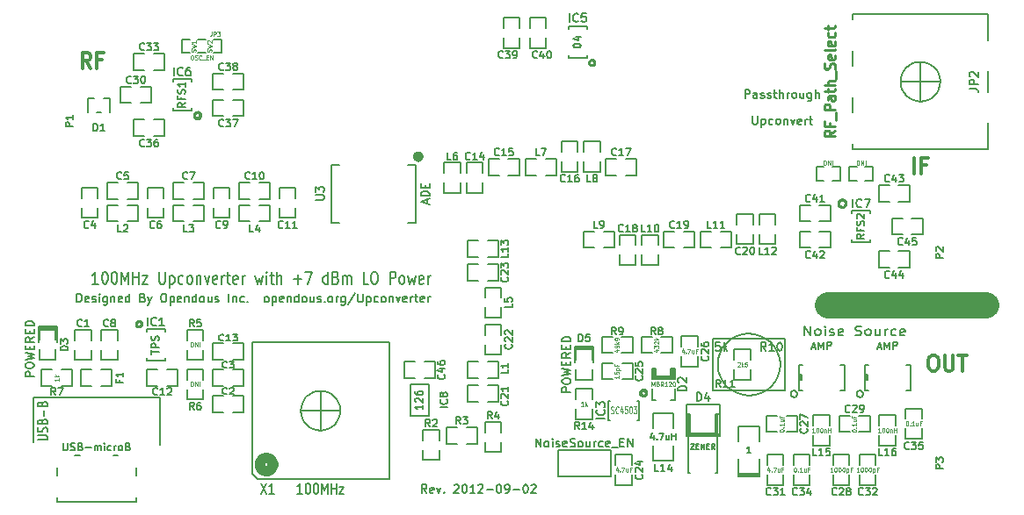
<source format=gto>
G04 (created by PCBNEW-RS274X (2011-12-28 BZR 3254)-stable) date 10/4/2012 4:26:30 PM*
G01*
G70*
G90*
%MOIN*%
G04 Gerber Fmt 3.4, Leading zero omitted, Abs format*
%FSLAX34Y34*%
G04 APERTURE LIST*
%ADD10C,0.006000*%
%ADD11C,0.008000*%
%ADD12C,0.100000*%
%ADD13C,0.005000*%
%ADD14C,0.040000*%
%ADD15C,0.007000*%
%ADD16C,0.020000*%
%ADD17C,0.014000*%
%ADD18C,0.004000*%
%ADD19C,0.004500*%
%ADD20C,0.007500*%
%ADD21C,0.009500*%
G04 APERTURE END LIST*
G54D10*
G54D11*
X38387Y-14310D02*
X38387Y-14569D01*
X38402Y-14599D01*
X38418Y-14614D01*
X38448Y-14630D01*
X38509Y-14630D01*
X38540Y-14614D01*
X38555Y-14599D01*
X38570Y-14569D01*
X38570Y-14310D01*
X38722Y-14416D02*
X38722Y-14736D01*
X38722Y-14431D02*
X38753Y-14416D01*
X38814Y-14416D01*
X38844Y-14431D01*
X38859Y-14447D01*
X38875Y-14477D01*
X38875Y-14569D01*
X38859Y-14599D01*
X38844Y-14614D01*
X38814Y-14630D01*
X38753Y-14630D01*
X38722Y-14614D01*
X39149Y-14614D02*
X39119Y-14630D01*
X39058Y-14630D01*
X39027Y-14614D01*
X39012Y-14599D01*
X38997Y-14569D01*
X38997Y-14477D01*
X39012Y-14447D01*
X39027Y-14431D01*
X39058Y-14416D01*
X39119Y-14416D01*
X39149Y-14431D01*
X39332Y-14630D02*
X39301Y-14614D01*
X39286Y-14599D01*
X39271Y-14569D01*
X39271Y-14477D01*
X39286Y-14447D01*
X39301Y-14431D01*
X39332Y-14416D01*
X39378Y-14416D01*
X39408Y-14431D01*
X39423Y-14447D01*
X39439Y-14477D01*
X39439Y-14569D01*
X39423Y-14599D01*
X39408Y-14614D01*
X39378Y-14630D01*
X39332Y-14630D01*
X39576Y-14416D02*
X39576Y-14630D01*
X39576Y-14447D02*
X39591Y-14431D01*
X39622Y-14416D01*
X39668Y-14416D01*
X39698Y-14431D01*
X39713Y-14462D01*
X39713Y-14630D01*
X39836Y-14416D02*
X39912Y-14630D01*
X39988Y-14416D01*
X40232Y-14614D02*
X40202Y-14630D01*
X40141Y-14630D01*
X40110Y-14614D01*
X40095Y-14584D01*
X40095Y-14462D01*
X40110Y-14431D01*
X40141Y-14416D01*
X40202Y-14416D01*
X40232Y-14431D01*
X40247Y-14462D01*
X40247Y-14492D01*
X40095Y-14523D01*
X40384Y-14630D02*
X40384Y-14416D01*
X40384Y-14477D02*
X40399Y-14447D01*
X40415Y-14431D01*
X40445Y-14416D01*
X40476Y-14416D01*
X40536Y-14416D02*
X40658Y-14416D01*
X40582Y-14310D02*
X40582Y-14584D01*
X40597Y-14614D01*
X40628Y-14630D01*
X40658Y-14630D01*
X38097Y-13630D02*
X38097Y-13310D01*
X38219Y-13310D01*
X38250Y-13325D01*
X38265Y-13340D01*
X38280Y-13370D01*
X38280Y-13416D01*
X38265Y-13447D01*
X38250Y-13462D01*
X38219Y-13477D01*
X38097Y-13477D01*
X38554Y-13630D02*
X38554Y-13462D01*
X38539Y-13431D01*
X38509Y-13416D01*
X38448Y-13416D01*
X38417Y-13431D01*
X38554Y-13614D02*
X38524Y-13630D01*
X38448Y-13630D01*
X38417Y-13614D01*
X38402Y-13584D01*
X38402Y-13553D01*
X38417Y-13523D01*
X38448Y-13508D01*
X38524Y-13508D01*
X38554Y-13492D01*
X38692Y-13614D02*
X38722Y-13630D01*
X38783Y-13630D01*
X38814Y-13614D01*
X38829Y-13584D01*
X38829Y-13569D01*
X38814Y-13538D01*
X38783Y-13523D01*
X38738Y-13523D01*
X38707Y-13508D01*
X38692Y-13477D01*
X38692Y-13462D01*
X38707Y-13431D01*
X38738Y-13416D01*
X38783Y-13416D01*
X38814Y-13431D01*
X38951Y-13614D02*
X38981Y-13630D01*
X39042Y-13630D01*
X39073Y-13614D01*
X39088Y-13584D01*
X39088Y-13569D01*
X39073Y-13538D01*
X39042Y-13523D01*
X38997Y-13523D01*
X38966Y-13508D01*
X38951Y-13477D01*
X38951Y-13462D01*
X38966Y-13431D01*
X38997Y-13416D01*
X39042Y-13416D01*
X39073Y-13431D01*
X39179Y-13416D02*
X39301Y-13416D01*
X39225Y-13310D02*
X39225Y-13584D01*
X39240Y-13614D01*
X39271Y-13630D01*
X39301Y-13630D01*
X39408Y-13630D02*
X39408Y-13310D01*
X39545Y-13630D02*
X39545Y-13462D01*
X39530Y-13431D01*
X39500Y-13416D01*
X39454Y-13416D01*
X39423Y-13431D01*
X39408Y-13447D01*
X39698Y-13630D02*
X39698Y-13416D01*
X39698Y-13477D02*
X39713Y-13447D01*
X39729Y-13431D01*
X39759Y-13416D01*
X39790Y-13416D01*
X39942Y-13630D02*
X39911Y-13614D01*
X39896Y-13599D01*
X39881Y-13569D01*
X39881Y-13477D01*
X39896Y-13447D01*
X39911Y-13431D01*
X39942Y-13416D01*
X39988Y-13416D01*
X40018Y-13431D01*
X40033Y-13447D01*
X40049Y-13477D01*
X40049Y-13569D01*
X40033Y-13599D01*
X40018Y-13614D01*
X39988Y-13630D01*
X39942Y-13630D01*
X40323Y-13416D02*
X40323Y-13630D01*
X40186Y-13416D02*
X40186Y-13584D01*
X40201Y-13614D01*
X40232Y-13630D01*
X40278Y-13630D01*
X40308Y-13614D01*
X40323Y-13599D01*
X40613Y-13416D02*
X40613Y-13675D01*
X40598Y-13706D01*
X40583Y-13721D01*
X40552Y-13736D01*
X40507Y-13736D01*
X40476Y-13721D01*
X40613Y-13614D02*
X40583Y-13630D01*
X40522Y-13630D01*
X40491Y-13614D01*
X40476Y-13599D01*
X40461Y-13569D01*
X40461Y-13477D01*
X40476Y-13447D01*
X40491Y-13431D01*
X40522Y-13416D01*
X40583Y-13416D01*
X40613Y-13431D01*
X40766Y-13630D02*
X40766Y-13310D01*
X40903Y-13630D02*
X40903Y-13462D01*
X40888Y-13431D01*
X40858Y-13416D01*
X40812Y-13416D01*
X40781Y-13431D01*
X40766Y-13447D01*
G54D12*
X41250Y-21500D02*
X47250Y-21500D01*
G54D11*
X40354Y-22646D02*
X40354Y-22286D01*
X40583Y-22646D01*
X40583Y-22286D01*
X40830Y-22646D02*
X40792Y-22629D01*
X40773Y-22611D01*
X40754Y-22577D01*
X40754Y-22474D01*
X40773Y-22440D01*
X40792Y-22423D01*
X40830Y-22406D01*
X40888Y-22406D01*
X40926Y-22423D01*
X40945Y-22440D01*
X40964Y-22474D01*
X40964Y-22577D01*
X40945Y-22611D01*
X40926Y-22629D01*
X40888Y-22646D01*
X40830Y-22646D01*
X41135Y-22646D02*
X41135Y-22406D01*
X41135Y-22286D02*
X41116Y-22303D01*
X41135Y-22320D01*
X41154Y-22303D01*
X41135Y-22286D01*
X41135Y-22320D01*
X41306Y-22629D02*
X41344Y-22646D01*
X41420Y-22646D01*
X41459Y-22629D01*
X41478Y-22594D01*
X41478Y-22577D01*
X41459Y-22543D01*
X41420Y-22526D01*
X41363Y-22526D01*
X41325Y-22509D01*
X41306Y-22474D01*
X41306Y-22457D01*
X41325Y-22423D01*
X41363Y-22406D01*
X41420Y-22406D01*
X41459Y-22423D01*
X41802Y-22629D02*
X41764Y-22646D01*
X41687Y-22646D01*
X41649Y-22629D01*
X41630Y-22594D01*
X41630Y-22457D01*
X41649Y-22423D01*
X41687Y-22406D01*
X41764Y-22406D01*
X41802Y-22423D01*
X41821Y-22457D01*
X41821Y-22491D01*
X41630Y-22526D01*
X42278Y-22629D02*
X42335Y-22646D01*
X42431Y-22646D01*
X42469Y-22629D01*
X42488Y-22611D01*
X42507Y-22577D01*
X42507Y-22543D01*
X42488Y-22509D01*
X42469Y-22491D01*
X42431Y-22474D01*
X42354Y-22457D01*
X42316Y-22440D01*
X42297Y-22423D01*
X42278Y-22389D01*
X42278Y-22354D01*
X42297Y-22320D01*
X42316Y-22303D01*
X42354Y-22286D01*
X42450Y-22286D01*
X42507Y-22303D01*
X42735Y-22646D02*
X42697Y-22629D01*
X42678Y-22611D01*
X42659Y-22577D01*
X42659Y-22474D01*
X42678Y-22440D01*
X42697Y-22423D01*
X42735Y-22406D01*
X42793Y-22406D01*
X42831Y-22423D01*
X42850Y-22440D01*
X42869Y-22474D01*
X42869Y-22577D01*
X42850Y-22611D01*
X42831Y-22629D01*
X42793Y-22646D01*
X42735Y-22646D01*
X43212Y-22406D02*
X43212Y-22646D01*
X43040Y-22406D02*
X43040Y-22594D01*
X43059Y-22629D01*
X43097Y-22646D01*
X43155Y-22646D01*
X43193Y-22629D01*
X43212Y-22611D01*
X43402Y-22646D02*
X43402Y-22406D01*
X43402Y-22474D02*
X43421Y-22440D01*
X43440Y-22423D01*
X43478Y-22406D01*
X43517Y-22406D01*
X43822Y-22629D02*
X43784Y-22646D01*
X43707Y-22646D01*
X43669Y-22629D01*
X43650Y-22611D01*
X43631Y-22577D01*
X43631Y-22474D01*
X43650Y-22440D01*
X43669Y-22423D01*
X43707Y-22406D01*
X43784Y-22406D01*
X43822Y-22423D01*
X44146Y-22629D02*
X44108Y-22646D01*
X44031Y-22646D01*
X43993Y-22629D01*
X43974Y-22594D01*
X43974Y-22457D01*
X43993Y-22423D01*
X44031Y-22406D01*
X44108Y-22406D01*
X44146Y-22423D01*
X44165Y-22457D01*
X44165Y-22491D01*
X43974Y-22526D01*
X45500Y-13000D02*
X45485Y-13145D01*
X45443Y-13285D01*
X45374Y-13415D01*
X45282Y-13528D01*
X45169Y-13621D01*
X45040Y-13691D01*
X44900Y-13734D01*
X44755Y-13749D01*
X44610Y-13736D01*
X44470Y-13695D01*
X44340Y-13627D01*
X44226Y-13535D01*
X44132Y-13423D01*
X44061Y-13295D01*
X44017Y-13155D01*
X44001Y-13010D01*
X44013Y-12865D01*
X44053Y-12724D01*
X44120Y-12594D01*
X44211Y-12480D01*
X44322Y-12385D01*
X44450Y-12313D01*
X44589Y-12268D01*
X44735Y-12251D01*
X44880Y-12262D01*
X45021Y-12301D01*
X45151Y-12367D01*
X45267Y-12457D01*
X45362Y-12568D01*
X45435Y-12695D01*
X45481Y-12834D01*
X45499Y-12980D01*
X45500Y-13000D01*
X44750Y-12250D02*
X44750Y-13750D01*
X44000Y-13000D02*
X45500Y-13000D01*
X21250Y-25500D02*
X22750Y-25500D01*
X22000Y-24750D02*
X22000Y-26250D01*
X22750Y-25500D02*
X22735Y-25645D01*
X22693Y-25785D01*
X22624Y-25915D01*
X22532Y-26028D01*
X22419Y-26121D01*
X22290Y-26191D01*
X22150Y-26234D01*
X22005Y-26249D01*
X21860Y-26236D01*
X21720Y-26195D01*
X21590Y-26127D01*
X21476Y-26035D01*
X21382Y-25923D01*
X21311Y-25795D01*
X21267Y-25655D01*
X21251Y-25510D01*
X21263Y-25365D01*
X21303Y-25224D01*
X21370Y-25094D01*
X21461Y-24980D01*
X21572Y-24885D01*
X21700Y-24813D01*
X21839Y-24768D01*
X21985Y-24751D01*
X22130Y-24762D01*
X22271Y-24801D01*
X22401Y-24867D01*
X22517Y-24957D01*
X22612Y-25068D01*
X22685Y-25195D01*
X22731Y-25334D01*
X22749Y-25480D01*
X22750Y-25500D01*
X26026Y-28630D02*
X25919Y-28477D01*
X25843Y-28630D02*
X25843Y-28310D01*
X25965Y-28310D01*
X25996Y-28325D01*
X26011Y-28340D01*
X26026Y-28370D01*
X26026Y-28416D01*
X26011Y-28447D01*
X25996Y-28462D01*
X25965Y-28477D01*
X25843Y-28477D01*
X26285Y-28614D02*
X26255Y-28630D01*
X26194Y-28630D01*
X26163Y-28614D01*
X26148Y-28584D01*
X26148Y-28462D01*
X26163Y-28431D01*
X26194Y-28416D01*
X26255Y-28416D01*
X26285Y-28431D01*
X26300Y-28462D01*
X26300Y-28492D01*
X26148Y-28523D01*
X26407Y-28416D02*
X26483Y-28630D01*
X26559Y-28416D01*
X26681Y-28599D02*
X26696Y-28614D01*
X26681Y-28630D01*
X26666Y-28614D01*
X26681Y-28599D01*
X26681Y-28630D01*
X27062Y-28340D02*
X27077Y-28325D01*
X27108Y-28310D01*
X27184Y-28310D01*
X27214Y-28325D01*
X27230Y-28340D01*
X27245Y-28370D01*
X27245Y-28401D01*
X27230Y-28447D01*
X27047Y-28630D01*
X27245Y-28630D01*
X27443Y-28310D02*
X27474Y-28310D01*
X27504Y-28325D01*
X27519Y-28340D01*
X27535Y-28370D01*
X27550Y-28431D01*
X27550Y-28508D01*
X27535Y-28569D01*
X27519Y-28599D01*
X27504Y-28614D01*
X27474Y-28630D01*
X27443Y-28630D01*
X27413Y-28614D01*
X27397Y-28599D01*
X27382Y-28569D01*
X27367Y-28508D01*
X27367Y-28431D01*
X27382Y-28370D01*
X27397Y-28340D01*
X27413Y-28325D01*
X27443Y-28310D01*
X27855Y-28630D02*
X27672Y-28630D01*
X27763Y-28630D02*
X27763Y-28310D01*
X27733Y-28355D01*
X27702Y-28386D01*
X27672Y-28401D01*
X27977Y-28340D02*
X27992Y-28325D01*
X28023Y-28310D01*
X28099Y-28310D01*
X28129Y-28325D01*
X28145Y-28340D01*
X28160Y-28370D01*
X28160Y-28401D01*
X28145Y-28447D01*
X27962Y-28630D01*
X28160Y-28630D01*
X28297Y-28508D02*
X28541Y-28508D01*
X28754Y-28310D02*
X28785Y-28310D01*
X28815Y-28325D01*
X28830Y-28340D01*
X28846Y-28370D01*
X28861Y-28431D01*
X28861Y-28508D01*
X28846Y-28569D01*
X28830Y-28599D01*
X28815Y-28614D01*
X28785Y-28630D01*
X28754Y-28630D01*
X28724Y-28614D01*
X28708Y-28599D01*
X28693Y-28569D01*
X28678Y-28508D01*
X28678Y-28431D01*
X28693Y-28370D01*
X28708Y-28340D01*
X28724Y-28325D01*
X28754Y-28310D01*
X29013Y-28630D02*
X29074Y-28630D01*
X29105Y-28614D01*
X29120Y-28599D01*
X29151Y-28553D01*
X29166Y-28492D01*
X29166Y-28370D01*
X29151Y-28340D01*
X29135Y-28325D01*
X29105Y-28310D01*
X29044Y-28310D01*
X29013Y-28325D01*
X28998Y-28340D01*
X28983Y-28370D01*
X28983Y-28447D01*
X28998Y-28477D01*
X29013Y-28492D01*
X29044Y-28508D01*
X29105Y-28508D01*
X29135Y-28492D01*
X29151Y-28477D01*
X29166Y-28447D01*
X29303Y-28508D02*
X29547Y-28508D01*
X29760Y-28310D02*
X29791Y-28310D01*
X29821Y-28325D01*
X29836Y-28340D01*
X29852Y-28370D01*
X29867Y-28431D01*
X29867Y-28508D01*
X29852Y-28569D01*
X29836Y-28599D01*
X29821Y-28614D01*
X29791Y-28630D01*
X29760Y-28630D01*
X29730Y-28614D01*
X29714Y-28599D01*
X29699Y-28569D01*
X29684Y-28508D01*
X29684Y-28431D01*
X29699Y-28370D01*
X29714Y-28340D01*
X29730Y-28325D01*
X29760Y-28310D01*
X29989Y-28340D02*
X30004Y-28325D01*
X30035Y-28310D01*
X30111Y-28310D01*
X30141Y-28325D01*
X30157Y-28340D01*
X30172Y-28370D01*
X30172Y-28401D01*
X30157Y-28447D01*
X29974Y-28630D01*
X30172Y-28630D01*
X19928Y-21380D02*
X19897Y-21364D01*
X19882Y-21349D01*
X19867Y-21319D01*
X19867Y-21227D01*
X19882Y-21197D01*
X19897Y-21181D01*
X19928Y-21166D01*
X19974Y-21166D01*
X20004Y-21181D01*
X20019Y-21197D01*
X20035Y-21227D01*
X20035Y-21319D01*
X20019Y-21349D01*
X20004Y-21364D01*
X19974Y-21380D01*
X19928Y-21380D01*
X20172Y-21166D02*
X20172Y-21486D01*
X20172Y-21181D02*
X20203Y-21166D01*
X20264Y-21166D01*
X20294Y-21181D01*
X20309Y-21197D01*
X20325Y-21227D01*
X20325Y-21319D01*
X20309Y-21349D01*
X20294Y-21364D01*
X20264Y-21380D01*
X20203Y-21380D01*
X20172Y-21364D01*
X20584Y-21364D02*
X20554Y-21380D01*
X20493Y-21380D01*
X20462Y-21364D01*
X20447Y-21334D01*
X20447Y-21212D01*
X20462Y-21181D01*
X20493Y-21166D01*
X20554Y-21166D01*
X20584Y-21181D01*
X20599Y-21212D01*
X20599Y-21242D01*
X20447Y-21273D01*
X20736Y-21166D02*
X20736Y-21380D01*
X20736Y-21197D02*
X20751Y-21181D01*
X20782Y-21166D01*
X20828Y-21166D01*
X20858Y-21181D01*
X20873Y-21212D01*
X20873Y-21380D01*
X21163Y-21380D02*
X21163Y-21060D01*
X21163Y-21364D02*
X21133Y-21380D01*
X21072Y-21380D01*
X21041Y-21364D01*
X21026Y-21349D01*
X21011Y-21319D01*
X21011Y-21227D01*
X21026Y-21197D01*
X21041Y-21181D01*
X21072Y-21166D01*
X21133Y-21166D01*
X21163Y-21181D01*
X21362Y-21380D02*
X21331Y-21364D01*
X21316Y-21349D01*
X21301Y-21319D01*
X21301Y-21227D01*
X21316Y-21197D01*
X21331Y-21181D01*
X21362Y-21166D01*
X21408Y-21166D01*
X21438Y-21181D01*
X21453Y-21197D01*
X21469Y-21227D01*
X21469Y-21319D01*
X21453Y-21349D01*
X21438Y-21364D01*
X21408Y-21380D01*
X21362Y-21380D01*
X21743Y-21166D02*
X21743Y-21380D01*
X21606Y-21166D02*
X21606Y-21334D01*
X21621Y-21364D01*
X21652Y-21380D01*
X21698Y-21380D01*
X21728Y-21364D01*
X21743Y-21349D01*
X21881Y-21364D02*
X21911Y-21380D01*
X21972Y-21380D01*
X22003Y-21364D01*
X22018Y-21334D01*
X22018Y-21319D01*
X22003Y-21288D01*
X21972Y-21273D01*
X21927Y-21273D01*
X21896Y-21258D01*
X21881Y-21227D01*
X21881Y-21212D01*
X21896Y-21181D01*
X21927Y-21166D01*
X21972Y-21166D01*
X22003Y-21181D01*
X22155Y-21349D02*
X22170Y-21364D01*
X22155Y-21380D01*
X22140Y-21364D01*
X22155Y-21349D01*
X22155Y-21380D01*
X22353Y-21380D02*
X22322Y-21364D01*
X22307Y-21349D01*
X22292Y-21319D01*
X22292Y-21227D01*
X22307Y-21197D01*
X22322Y-21181D01*
X22353Y-21166D01*
X22399Y-21166D01*
X22429Y-21181D01*
X22444Y-21197D01*
X22460Y-21227D01*
X22460Y-21319D01*
X22444Y-21349D01*
X22429Y-21364D01*
X22399Y-21380D01*
X22353Y-21380D01*
X22597Y-21380D02*
X22597Y-21166D01*
X22597Y-21227D02*
X22612Y-21197D01*
X22628Y-21181D01*
X22658Y-21166D01*
X22689Y-21166D01*
X22932Y-21166D02*
X22932Y-21425D01*
X22917Y-21456D01*
X22902Y-21471D01*
X22871Y-21486D01*
X22826Y-21486D01*
X22795Y-21471D01*
X22932Y-21364D02*
X22902Y-21380D01*
X22841Y-21380D01*
X22810Y-21364D01*
X22795Y-21349D01*
X22780Y-21319D01*
X22780Y-21227D01*
X22795Y-21197D01*
X22810Y-21181D01*
X22841Y-21166D01*
X22902Y-21166D01*
X22932Y-21181D01*
X23314Y-21044D02*
X23039Y-21456D01*
X23420Y-21060D02*
X23420Y-21319D01*
X23435Y-21349D01*
X23451Y-21364D01*
X23481Y-21380D01*
X23542Y-21380D01*
X23573Y-21364D01*
X23588Y-21349D01*
X23603Y-21319D01*
X23603Y-21060D01*
X23755Y-21166D02*
X23755Y-21486D01*
X23755Y-21181D02*
X23786Y-21166D01*
X23847Y-21166D01*
X23877Y-21181D01*
X23892Y-21197D01*
X23908Y-21227D01*
X23908Y-21319D01*
X23892Y-21349D01*
X23877Y-21364D01*
X23847Y-21380D01*
X23786Y-21380D01*
X23755Y-21364D01*
X24182Y-21364D02*
X24152Y-21380D01*
X24091Y-21380D01*
X24060Y-21364D01*
X24045Y-21349D01*
X24030Y-21319D01*
X24030Y-21227D01*
X24045Y-21197D01*
X24060Y-21181D01*
X24091Y-21166D01*
X24152Y-21166D01*
X24182Y-21181D01*
X24365Y-21380D02*
X24334Y-21364D01*
X24319Y-21349D01*
X24304Y-21319D01*
X24304Y-21227D01*
X24319Y-21197D01*
X24334Y-21181D01*
X24365Y-21166D01*
X24411Y-21166D01*
X24441Y-21181D01*
X24456Y-21197D01*
X24472Y-21227D01*
X24472Y-21319D01*
X24456Y-21349D01*
X24441Y-21364D01*
X24411Y-21380D01*
X24365Y-21380D01*
X24609Y-21166D02*
X24609Y-21380D01*
X24609Y-21197D02*
X24624Y-21181D01*
X24655Y-21166D01*
X24701Y-21166D01*
X24731Y-21181D01*
X24746Y-21212D01*
X24746Y-21380D01*
X24869Y-21166D02*
X24945Y-21380D01*
X25021Y-21166D01*
X25265Y-21364D02*
X25235Y-21380D01*
X25174Y-21380D01*
X25143Y-21364D01*
X25128Y-21334D01*
X25128Y-21212D01*
X25143Y-21181D01*
X25174Y-21166D01*
X25235Y-21166D01*
X25265Y-21181D01*
X25280Y-21212D01*
X25280Y-21242D01*
X25128Y-21273D01*
X25417Y-21380D02*
X25417Y-21166D01*
X25417Y-21227D02*
X25432Y-21197D01*
X25448Y-21181D01*
X25478Y-21166D01*
X25509Y-21166D01*
X25569Y-21166D02*
X25691Y-21166D01*
X25615Y-21060D02*
X25615Y-21334D01*
X25630Y-21364D01*
X25661Y-21380D01*
X25691Y-21380D01*
X25920Y-21364D02*
X25890Y-21380D01*
X25829Y-21380D01*
X25798Y-21364D01*
X25783Y-21334D01*
X25783Y-21212D01*
X25798Y-21181D01*
X25829Y-21166D01*
X25890Y-21166D01*
X25920Y-21181D01*
X25935Y-21212D01*
X25935Y-21242D01*
X25783Y-21273D01*
X26072Y-21380D02*
X26072Y-21166D01*
X26072Y-21227D02*
X26087Y-21197D01*
X26103Y-21181D01*
X26133Y-21166D01*
X26164Y-21166D01*
X13569Y-20686D02*
X13351Y-20686D01*
X13460Y-20686D02*
X13460Y-20226D01*
X13424Y-20292D01*
X13388Y-20336D01*
X13351Y-20358D01*
X13804Y-20226D02*
X13840Y-20226D01*
X13876Y-20248D01*
X13894Y-20270D01*
X13912Y-20314D01*
X13931Y-20401D01*
X13931Y-20511D01*
X13912Y-20599D01*
X13894Y-20642D01*
X13876Y-20664D01*
X13840Y-20686D01*
X13804Y-20686D01*
X13768Y-20664D01*
X13750Y-20642D01*
X13731Y-20599D01*
X13713Y-20511D01*
X13713Y-20401D01*
X13731Y-20314D01*
X13750Y-20270D01*
X13768Y-20248D01*
X13804Y-20226D01*
X14166Y-20226D02*
X14202Y-20226D01*
X14238Y-20248D01*
X14256Y-20270D01*
X14274Y-20314D01*
X14293Y-20401D01*
X14293Y-20511D01*
X14274Y-20599D01*
X14256Y-20642D01*
X14238Y-20664D01*
X14202Y-20686D01*
X14166Y-20686D01*
X14130Y-20664D01*
X14112Y-20642D01*
X14093Y-20599D01*
X14075Y-20511D01*
X14075Y-20401D01*
X14093Y-20314D01*
X14112Y-20270D01*
X14130Y-20248D01*
X14166Y-20226D01*
X14455Y-20686D02*
X14455Y-20226D01*
X14582Y-20555D01*
X14709Y-20226D01*
X14709Y-20686D01*
X14889Y-20686D02*
X14889Y-20226D01*
X14889Y-20445D02*
X15107Y-20445D01*
X15107Y-20686D02*
X15107Y-20226D01*
X15251Y-20380D02*
X15450Y-20380D01*
X15251Y-20686D01*
X15450Y-20686D01*
X15885Y-20226D02*
X15885Y-20599D01*
X15904Y-20642D01*
X15922Y-20664D01*
X15958Y-20686D01*
X16030Y-20686D01*
X16066Y-20664D01*
X16085Y-20642D01*
X16103Y-20599D01*
X16103Y-20226D01*
X16283Y-20380D02*
X16283Y-20840D01*
X16283Y-20401D02*
X16320Y-20380D01*
X16392Y-20380D01*
X16428Y-20401D01*
X16446Y-20423D01*
X16464Y-20467D01*
X16464Y-20599D01*
X16446Y-20642D01*
X16428Y-20664D01*
X16392Y-20686D01*
X16320Y-20686D01*
X16283Y-20664D01*
X16790Y-20664D02*
X16754Y-20686D01*
X16682Y-20686D01*
X16646Y-20664D01*
X16627Y-20642D01*
X16609Y-20599D01*
X16609Y-20467D01*
X16627Y-20423D01*
X16646Y-20401D01*
X16682Y-20380D01*
X16754Y-20380D01*
X16790Y-20401D01*
X17008Y-20686D02*
X16972Y-20664D01*
X16953Y-20642D01*
X16935Y-20599D01*
X16935Y-20467D01*
X16953Y-20423D01*
X16972Y-20401D01*
X17008Y-20380D01*
X17062Y-20380D01*
X17098Y-20401D01*
X17116Y-20423D01*
X17134Y-20467D01*
X17134Y-20599D01*
X17116Y-20642D01*
X17098Y-20664D01*
X17062Y-20686D01*
X17008Y-20686D01*
X17297Y-20380D02*
X17297Y-20686D01*
X17297Y-20423D02*
X17316Y-20401D01*
X17352Y-20380D01*
X17406Y-20380D01*
X17442Y-20401D01*
X17460Y-20445D01*
X17460Y-20686D01*
X17605Y-20380D02*
X17696Y-20686D01*
X17786Y-20380D01*
X18076Y-20664D02*
X18040Y-20686D01*
X17968Y-20686D01*
X17931Y-20664D01*
X17913Y-20620D01*
X17913Y-20445D01*
X17931Y-20401D01*
X17968Y-20380D01*
X18040Y-20380D01*
X18076Y-20401D01*
X18094Y-20445D01*
X18094Y-20489D01*
X17913Y-20533D01*
X18257Y-20686D02*
X18257Y-20380D01*
X18257Y-20467D02*
X18276Y-20423D01*
X18294Y-20401D01*
X18330Y-20380D01*
X18366Y-20380D01*
X18438Y-20380D02*
X18583Y-20380D01*
X18492Y-20226D02*
X18492Y-20620D01*
X18511Y-20664D01*
X18547Y-20686D01*
X18583Y-20686D01*
X18854Y-20664D02*
X18818Y-20686D01*
X18746Y-20686D01*
X18709Y-20664D01*
X18691Y-20620D01*
X18691Y-20445D01*
X18709Y-20401D01*
X18746Y-20380D01*
X18818Y-20380D01*
X18854Y-20401D01*
X18872Y-20445D01*
X18872Y-20489D01*
X18691Y-20533D01*
X19035Y-20686D02*
X19035Y-20380D01*
X19035Y-20467D02*
X19054Y-20423D01*
X19072Y-20401D01*
X19108Y-20380D01*
X19144Y-20380D01*
X19524Y-20380D02*
X19597Y-20686D01*
X19669Y-20467D01*
X19741Y-20686D01*
X19814Y-20380D01*
X19958Y-20686D02*
X19958Y-20380D01*
X19958Y-20226D02*
X19940Y-20248D01*
X19958Y-20270D01*
X19977Y-20248D01*
X19958Y-20226D01*
X19958Y-20270D01*
X20085Y-20380D02*
X20230Y-20380D01*
X20139Y-20226D02*
X20139Y-20620D01*
X20158Y-20664D01*
X20194Y-20686D01*
X20230Y-20686D01*
X20356Y-20686D02*
X20356Y-20226D01*
X20519Y-20686D02*
X20519Y-20445D01*
X20501Y-20401D01*
X20465Y-20380D01*
X20411Y-20380D01*
X20375Y-20401D01*
X20356Y-20423D01*
X20990Y-20511D02*
X21280Y-20511D01*
X21135Y-20686D02*
X21135Y-20336D01*
X21424Y-20226D02*
X21678Y-20226D01*
X21515Y-20686D01*
X22275Y-20686D02*
X22275Y-20226D01*
X22275Y-20664D02*
X22239Y-20686D01*
X22167Y-20686D01*
X22131Y-20664D01*
X22112Y-20642D01*
X22094Y-20599D01*
X22094Y-20467D01*
X22112Y-20423D01*
X22131Y-20401D01*
X22167Y-20380D01*
X22239Y-20380D01*
X22275Y-20401D01*
X22583Y-20445D02*
X22637Y-20467D01*
X22656Y-20489D01*
X22674Y-20533D01*
X22674Y-20599D01*
X22656Y-20642D01*
X22637Y-20664D01*
X22601Y-20686D01*
X22456Y-20686D01*
X22456Y-20226D01*
X22583Y-20226D01*
X22619Y-20248D01*
X22637Y-20270D01*
X22656Y-20314D01*
X22656Y-20358D01*
X22637Y-20401D01*
X22619Y-20423D01*
X22583Y-20445D01*
X22456Y-20445D01*
X22836Y-20686D02*
X22836Y-20380D01*
X22836Y-20423D02*
X22855Y-20401D01*
X22891Y-20380D01*
X22945Y-20380D01*
X22981Y-20401D01*
X22999Y-20445D01*
X22999Y-20686D01*
X22999Y-20445D02*
X23017Y-20401D01*
X23054Y-20380D01*
X23108Y-20380D01*
X23144Y-20401D01*
X23162Y-20445D01*
X23162Y-20686D01*
X23814Y-20686D02*
X23633Y-20686D01*
X23633Y-20226D01*
X24014Y-20226D02*
X24086Y-20226D01*
X24122Y-20248D01*
X24159Y-20292D01*
X24177Y-20380D01*
X24177Y-20533D01*
X24159Y-20620D01*
X24122Y-20664D01*
X24086Y-20686D01*
X24014Y-20686D01*
X23978Y-20664D01*
X23941Y-20620D01*
X23923Y-20533D01*
X23923Y-20380D01*
X23941Y-20292D01*
X23978Y-20248D01*
X24014Y-20226D01*
X24629Y-20686D02*
X24629Y-20226D01*
X24774Y-20226D01*
X24810Y-20248D01*
X24829Y-20270D01*
X24847Y-20314D01*
X24847Y-20380D01*
X24829Y-20423D01*
X24810Y-20445D01*
X24774Y-20467D01*
X24629Y-20467D01*
X25064Y-20686D02*
X25028Y-20664D01*
X25009Y-20642D01*
X24991Y-20599D01*
X24991Y-20467D01*
X25009Y-20423D01*
X25028Y-20401D01*
X25064Y-20380D01*
X25118Y-20380D01*
X25154Y-20401D01*
X25172Y-20423D01*
X25190Y-20467D01*
X25190Y-20599D01*
X25172Y-20642D01*
X25154Y-20664D01*
X25118Y-20686D01*
X25064Y-20686D01*
X25317Y-20380D02*
X25390Y-20686D01*
X25462Y-20467D01*
X25534Y-20686D01*
X25607Y-20380D01*
X25896Y-20664D02*
X25860Y-20686D01*
X25788Y-20686D01*
X25751Y-20664D01*
X25733Y-20620D01*
X25733Y-20445D01*
X25751Y-20401D01*
X25788Y-20380D01*
X25860Y-20380D01*
X25896Y-20401D01*
X25914Y-20445D01*
X25914Y-20489D01*
X25733Y-20533D01*
X26077Y-20686D02*
X26077Y-20380D01*
X26077Y-20467D02*
X26096Y-20423D01*
X26114Y-20401D01*
X26150Y-20380D01*
X26186Y-20380D01*
X12761Y-21380D02*
X12761Y-21060D01*
X12837Y-21060D01*
X12883Y-21075D01*
X12914Y-21105D01*
X12929Y-21136D01*
X12944Y-21197D01*
X12944Y-21242D01*
X12929Y-21303D01*
X12914Y-21334D01*
X12883Y-21364D01*
X12837Y-21380D01*
X12761Y-21380D01*
X13203Y-21364D02*
X13173Y-21380D01*
X13112Y-21380D01*
X13081Y-21364D01*
X13066Y-21334D01*
X13066Y-21212D01*
X13081Y-21181D01*
X13112Y-21166D01*
X13173Y-21166D01*
X13203Y-21181D01*
X13218Y-21212D01*
X13218Y-21242D01*
X13066Y-21273D01*
X13340Y-21364D02*
X13370Y-21380D01*
X13431Y-21380D01*
X13462Y-21364D01*
X13477Y-21334D01*
X13477Y-21319D01*
X13462Y-21288D01*
X13431Y-21273D01*
X13386Y-21273D01*
X13355Y-21258D01*
X13340Y-21227D01*
X13340Y-21212D01*
X13355Y-21181D01*
X13386Y-21166D01*
X13431Y-21166D01*
X13462Y-21181D01*
X13614Y-21380D02*
X13614Y-21166D01*
X13614Y-21060D02*
X13599Y-21075D01*
X13614Y-21090D01*
X13629Y-21075D01*
X13614Y-21060D01*
X13614Y-21090D01*
X13903Y-21166D02*
X13903Y-21425D01*
X13888Y-21456D01*
X13873Y-21471D01*
X13842Y-21486D01*
X13797Y-21486D01*
X13766Y-21471D01*
X13903Y-21364D02*
X13873Y-21380D01*
X13812Y-21380D01*
X13781Y-21364D01*
X13766Y-21349D01*
X13751Y-21319D01*
X13751Y-21227D01*
X13766Y-21197D01*
X13781Y-21181D01*
X13812Y-21166D01*
X13873Y-21166D01*
X13903Y-21181D01*
X14056Y-21166D02*
X14056Y-21380D01*
X14056Y-21197D02*
X14071Y-21181D01*
X14102Y-21166D01*
X14148Y-21166D01*
X14178Y-21181D01*
X14193Y-21212D01*
X14193Y-21380D01*
X14468Y-21364D02*
X14438Y-21380D01*
X14377Y-21380D01*
X14346Y-21364D01*
X14331Y-21334D01*
X14331Y-21212D01*
X14346Y-21181D01*
X14377Y-21166D01*
X14438Y-21166D01*
X14468Y-21181D01*
X14483Y-21212D01*
X14483Y-21242D01*
X14331Y-21273D01*
X14757Y-21380D02*
X14757Y-21060D01*
X14757Y-21364D02*
X14727Y-21380D01*
X14666Y-21380D01*
X14635Y-21364D01*
X14620Y-21349D01*
X14605Y-21319D01*
X14605Y-21227D01*
X14620Y-21197D01*
X14635Y-21181D01*
X14666Y-21166D01*
X14727Y-21166D01*
X14757Y-21181D01*
X15261Y-21212D02*
X15307Y-21227D01*
X15322Y-21242D01*
X15337Y-21273D01*
X15337Y-21319D01*
X15322Y-21349D01*
X15307Y-21364D01*
X15276Y-21380D01*
X15154Y-21380D01*
X15154Y-21060D01*
X15261Y-21060D01*
X15291Y-21075D01*
X15307Y-21090D01*
X15322Y-21120D01*
X15322Y-21151D01*
X15307Y-21181D01*
X15291Y-21197D01*
X15261Y-21212D01*
X15154Y-21212D01*
X15444Y-21166D02*
X15520Y-21380D01*
X15596Y-21166D02*
X15520Y-21380D01*
X15489Y-21456D01*
X15474Y-21471D01*
X15444Y-21486D01*
X16023Y-21060D02*
X16084Y-21060D01*
X16115Y-21075D01*
X16145Y-21105D01*
X16160Y-21166D01*
X16160Y-21273D01*
X16145Y-21334D01*
X16115Y-21364D01*
X16084Y-21380D01*
X16023Y-21380D01*
X15993Y-21364D01*
X15962Y-21334D01*
X15947Y-21273D01*
X15947Y-21166D01*
X15962Y-21105D01*
X15993Y-21075D01*
X16023Y-21060D01*
X16297Y-21166D02*
X16297Y-21486D01*
X16297Y-21181D02*
X16328Y-21166D01*
X16389Y-21166D01*
X16419Y-21181D01*
X16434Y-21197D01*
X16450Y-21227D01*
X16450Y-21319D01*
X16434Y-21349D01*
X16419Y-21364D01*
X16389Y-21380D01*
X16328Y-21380D01*
X16297Y-21364D01*
X16709Y-21364D02*
X16679Y-21380D01*
X16618Y-21380D01*
X16587Y-21364D01*
X16572Y-21334D01*
X16572Y-21212D01*
X16587Y-21181D01*
X16618Y-21166D01*
X16679Y-21166D01*
X16709Y-21181D01*
X16724Y-21212D01*
X16724Y-21242D01*
X16572Y-21273D01*
X16861Y-21166D02*
X16861Y-21380D01*
X16861Y-21197D02*
X16876Y-21181D01*
X16907Y-21166D01*
X16953Y-21166D01*
X16983Y-21181D01*
X16998Y-21212D01*
X16998Y-21380D01*
X17288Y-21380D02*
X17288Y-21060D01*
X17288Y-21364D02*
X17258Y-21380D01*
X17197Y-21380D01*
X17166Y-21364D01*
X17151Y-21349D01*
X17136Y-21319D01*
X17136Y-21227D01*
X17151Y-21197D01*
X17166Y-21181D01*
X17197Y-21166D01*
X17258Y-21166D01*
X17288Y-21181D01*
X17487Y-21380D02*
X17456Y-21364D01*
X17441Y-21349D01*
X17426Y-21319D01*
X17426Y-21227D01*
X17441Y-21197D01*
X17456Y-21181D01*
X17487Y-21166D01*
X17533Y-21166D01*
X17563Y-21181D01*
X17578Y-21197D01*
X17594Y-21227D01*
X17594Y-21319D01*
X17578Y-21349D01*
X17563Y-21364D01*
X17533Y-21380D01*
X17487Y-21380D01*
X17868Y-21166D02*
X17868Y-21380D01*
X17731Y-21166D02*
X17731Y-21334D01*
X17746Y-21364D01*
X17777Y-21380D01*
X17823Y-21380D01*
X17853Y-21364D01*
X17868Y-21349D01*
X18006Y-21364D02*
X18036Y-21380D01*
X18097Y-21380D01*
X18128Y-21364D01*
X18143Y-21334D01*
X18143Y-21319D01*
X18128Y-21288D01*
X18097Y-21273D01*
X18052Y-21273D01*
X18021Y-21258D01*
X18006Y-21227D01*
X18006Y-21212D01*
X18021Y-21181D01*
X18052Y-21166D01*
X18097Y-21166D01*
X18128Y-21181D01*
X18524Y-21380D02*
X18524Y-21060D01*
X18676Y-21166D02*
X18676Y-21380D01*
X18676Y-21197D02*
X18691Y-21181D01*
X18722Y-21166D01*
X18768Y-21166D01*
X18798Y-21181D01*
X18813Y-21212D01*
X18813Y-21380D01*
X19103Y-21364D02*
X19073Y-21380D01*
X19012Y-21380D01*
X18981Y-21364D01*
X18966Y-21349D01*
X18951Y-21319D01*
X18951Y-21227D01*
X18966Y-21197D01*
X18981Y-21181D01*
X19012Y-21166D01*
X19073Y-21166D01*
X19103Y-21181D01*
X19240Y-21349D02*
X19255Y-21364D01*
X19240Y-21380D01*
X19225Y-21364D01*
X19240Y-21349D01*
X19240Y-21380D01*
G54D13*
X17347Y-11394D02*
X17643Y-11394D01*
X17347Y-11906D02*
X17643Y-11906D01*
X17957Y-11906D02*
X18253Y-11906D01*
X18253Y-11906D02*
X18253Y-11394D01*
X18253Y-11394D02*
X17957Y-11394D01*
X16747Y-11906D02*
X16747Y-11394D01*
X16747Y-11906D02*
X17043Y-11906D01*
X16747Y-11394D02*
X17043Y-11394D01*
X26100Y-25700D02*
X25400Y-25700D01*
X25400Y-25700D02*
X25400Y-24500D01*
X25400Y-24500D02*
X26100Y-24500D01*
X26100Y-24500D02*
X26100Y-25700D01*
G54D14*
X20200Y-27550D02*
X20195Y-27598D01*
X20181Y-27645D01*
X20158Y-27688D01*
X20127Y-27726D01*
X20089Y-27757D01*
X20046Y-27780D01*
X20000Y-27794D01*
X19951Y-27799D01*
X19904Y-27795D01*
X19857Y-27781D01*
X19814Y-27759D01*
X19776Y-27728D01*
X19744Y-27691D01*
X19721Y-27648D01*
X19706Y-27601D01*
X19701Y-27553D01*
X19705Y-27505D01*
X19718Y-27458D01*
X19740Y-27415D01*
X19771Y-27377D01*
X19808Y-27345D01*
X19850Y-27321D01*
X19897Y-27306D01*
X19945Y-27301D01*
X19993Y-27304D01*
X20040Y-27317D01*
X20083Y-27339D01*
X20122Y-27369D01*
X20154Y-27406D01*
X20178Y-27449D01*
X20193Y-27495D01*
X20199Y-27544D01*
X20200Y-27550D01*
G54D11*
X20000Y-28100D02*
X19600Y-28100D01*
X19600Y-28100D02*
X19400Y-27900D01*
X19400Y-27900D02*
X19400Y-27500D01*
X19400Y-22900D02*
X24600Y-22900D01*
X24600Y-22900D02*
X24600Y-28100D01*
X24600Y-28100D02*
X20000Y-28100D01*
X19400Y-27500D02*
X19400Y-22900D01*
X34389Y-24831D02*
X34386Y-24858D01*
X34378Y-24884D01*
X34365Y-24909D01*
X34348Y-24930D01*
X34326Y-24947D01*
X34302Y-24960D01*
X34276Y-24969D01*
X34248Y-24971D01*
X34222Y-24969D01*
X34196Y-24961D01*
X34171Y-24948D01*
X34150Y-24931D01*
X34132Y-24910D01*
X34119Y-24886D01*
X34111Y-24860D01*
X34108Y-24832D01*
X34110Y-24806D01*
X34117Y-24780D01*
X34130Y-24755D01*
X34147Y-24734D01*
X34168Y-24716D01*
X34192Y-24702D01*
X34218Y-24694D01*
X34246Y-24691D01*
X34272Y-24693D01*
X34298Y-24700D01*
X34323Y-24712D01*
X34345Y-24729D01*
X34363Y-24750D01*
X34376Y-24774D01*
X34385Y-24800D01*
X34388Y-24828D01*
X34389Y-24831D01*
X34336Y-24831D02*
X34334Y-24848D01*
X34329Y-24864D01*
X34321Y-24879D01*
X34310Y-24893D01*
X34297Y-24903D01*
X34282Y-24912D01*
X34265Y-24917D01*
X34248Y-24918D01*
X34232Y-24917D01*
X34216Y-24912D01*
X34200Y-24904D01*
X34187Y-24893D01*
X34176Y-24880D01*
X34168Y-24865D01*
X34162Y-24849D01*
X34161Y-24832D01*
X34162Y-24816D01*
X34167Y-24799D01*
X34175Y-24784D01*
X34185Y-24770D01*
X34198Y-24759D01*
X34213Y-24751D01*
X34230Y-24746D01*
X34247Y-24744D01*
X34263Y-24745D01*
X34279Y-24749D01*
X34295Y-24757D01*
X34308Y-24768D01*
X34319Y-24781D01*
X34328Y-24796D01*
X34333Y-24812D01*
X34335Y-24829D01*
X34336Y-24831D01*
G54D10*
X34091Y-25854D02*
X34012Y-25854D01*
X34091Y-25854D02*
X34091Y-25146D01*
X34091Y-25146D02*
X34012Y-25146D01*
X32909Y-25146D02*
X32988Y-25146D01*
X32909Y-25854D02*
X32988Y-25854D01*
X32909Y-25146D02*
X32909Y-25854D01*
G54D11*
X15244Y-22213D02*
X15241Y-22237D01*
X15234Y-22260D01*
X15223Y-22281D01*
X15207Y-22300D01*
X15189Y-22315D01*
X15168Y-22327D01*
X15144Y-22334D01*
X15120Y-22336D01*
X15097Y-22334D01*
X15074Y-22327D01*
X15053Y-22316D01*
X15034Y-22301D01*
X15018Y-22283D01*
X15007Y-22261D01*
X14999Y-22238D01*
X14997Y-22214D01*
X14999Y-22191D01*
X15005Y-22168D01*
X15016Y-22146D01*
X15031Y-22127D01*
X15050Y-22112D01*
X15071Y-22100D01*
X15094Y-22092D01*
X15118Y-22090D01*
X15141Y-22091D01*
X15164Y-22098D01*
X15186Y-22109D01*
X15205Y-22124D01*
X15221Y-22142D01*
X15233Y-22163D01*
X15240Y-22186D01*
X15243Y-22210D01*
X15244Y-22213D01*
X15199Y-22213D02*
X15197Y-22228D01*
X15193Y-22243D01*
X15185Y-22256D01*
X15176Y-22268D01*
X15164Y-22278D01*
X15150Y-22285D01*
X15135Y-22290D01*
X15120Y-22291D01*
X15106Y-22290D01*
X15091Y-22286D01*
X15077Y-22279D01*
X15065Y-22269D01*
X15055Y-22257D01*
X15048Y-22244D01*
X15043Y-22229D01*
X15042Y-22214D01*
X15043Y-22199D01*
X15047Y-22184D01*
X15054Y-22171D01*
X15064Y-22159D01*
X15075Y-22149D01*
X15089Y-22141D01*
X15104Y-22136D01*
X15119Y-22135D01*
X15133Y-22136D01*
X15148Y-22140D01*
X15162Y-22147D01*
X15174Y-22156D01*
X15184Y-22168D01*
X15192Y-22181D01*
X15197Y-22196D01*
X15198Y-22211D01*
X15199Y-22213D01*
G54D10*
X16104Y-22409D02*
X16104Y-22488D01*
X16104Y-22409D02*
X15396Y-22409D01*
X15396Y-22409D02*
X15396Y-22488D01*
X15396Y-23591D02*
X15396Y-23512D01*
X16104Y-23591D02*
X16104Y-23512D01*
X15396Y-23591D02*
X16104Y-23591D01*
G54D11*
X32426Y-12288D02*
X32423Y-12312D01*
X32416Y-12335D01*
X32405Y-12357D01*
X32389Y-12376D01*
X32370Y-12391D01*
X32349Y-12403D01*
X32326Y-12410D01*
X32301Y-12412D01*
X32278Y-12410D01*
X32255Y-12403D01*
X32233Y-12392D01*
X32214Y-12377D01*
X32198Y-12358D01*
X32187Y-12337D01*
X32179Y-12313D01*
X32177Y-12289D01*
X32179Y-12266D01*
X32185Y-12242D01*
X32196Y-12221D01*
X32212Y-12202D01*
X32230Y-12186D01*
X32251Y-12174D01*
X32275Y-12166D01*
X32299Y-12164D01*
X32322Y-12165D01*
X32346Y-12172D01*
X32367Y-12183D01*
X32387Y-12198D01*
X32403Y-12216D01*
X32415Y-12238D01*
X32422Y-12261D01*
X32425Y-12285D01*
X32426Y-12288D01*
X32389Y-12288D02*
X32387Y-12305D01*
X32382Y-12321D01*
X32374Y-12336D01*
X32363Y-12350D01*
X32350Y-12360D01*
X32335Y-12369D01*
X32318Y-12374D01*
X32301Y-12375D01*
X32285Y-12374D01*
X32269Y-12369D01*
X32253Y-12361D01*
X32240Y-12350D01*
X32229Y-12337D01*
X32221Y-12322D01*
X32215Y-12306D01*
X32214Y-12289D01*
X32215Y-12273D01*
X32220Y-12256D01*
X32228Y-12241D01*
X32238Y-12227D01*
X32251Y-12216D01*
X32266Y-12208D01*
X32283Y-12203D01*
X32300Y-12201D01*
X32316Y-12202D01*
X32332Y-12206D01*
X32348Y-12214D01*
X32361Y-12225D01*
X32372Y-12238D01*
X32381Y-12253D01*
X32386Y-12269D01*
X32388Y-12286D01*
X32389Y-12288D01*
G54D10*
X31396Y-12091D02*
X31396Y-12012D01*
X31396Y-12091D02*
X32104Y-12091D01*
X32104Y-12091D02*
X32104Y-12012D01*
X32104Y-10909D02*
X32104Y-10988D01*
X31396Y-10909D02*
X31396Y-10988D01*
X32104Y-10909D02*
X31396Y-10909D01*
G54D11*
X41953Y-17634D02*
X41949Y-17665D01*
X41940Y-17695D01*
X41925Y-17723D01*
X41905Y-17748D01*
X41881Y-17768D01*
X41853Y-17783D01*
X41823Y-17792D01*
X41792Y-17795D01*
X41761Y-17793D01*
X41731Y-17784D01*
X41703Y-17769D01*
X41678Y-17749D01*
X41658Y-17725D01*
X41643Y-17697D01*
X41633Y-17667D01*
X41630Y-17636D01*
X41632Y-17605D01*
X41641Y-17575D01*
X41655Y-17547D01*
X41675Y-17522D01*
X41699Y-17501D01*
X41727Y-17486D01*
X41757Y-17476D01*
X41788Y-17473D01*
X41819Y-17475D01*
X41849Y-17483D01*
X41877Y-17498D01*
X41902Y-17517D01*
X41923Y-17541D01*
X41938Y-17569D01*
X41948Y-17599D01*
X41952Y-17630D01*
X41953Y-17634D01*
X41909Y-17634D02*
X41906Y-17656D01*
X41900Y-17678D01*
X41889Y-17699D01*
X41874Y-17717D01*
X41856Y-17731D01*
X41836Y-17742D01*
X41814Y-17749D01*
X41791Y-17751D01*
X41769Y-17749D01*
X41747Y-17743D01*
X41727Y-17732D01*
X41709Y-17718D01*
X41694Y-17700D01*
X41683Y-17680D01*
X41676Y-17658D01*
X41674Y-17635D01*
X41675Y-17613D01*
X41682Y-17591D01*
X41692Y-17571D01*
X41707Y-17553D01*
X41724Y-17538D01*
X41744Y-17526D01*
X41766Y-17519D01*
X41789Y-17517D01*
X41811Y-17518D01*
X41833Y-17524D01*
X41854Y-17535D01*
X41872Y-17549D01*
X41887Y-17566D01*
X41898Y-17587D01*
X41906Y-17608D01*
X41908Y-17631D01*
X41909Y-17634D01*
G54D10*
X42854Y-17909D02*
X42854Y-17988D01*
X42854Y-17909D02*
X42146Y-17909D01*
X42146Y-17909D02*
X42146Y-17988D01*
X42146Y-19091D02*
X42146Y-19012D01*
X42854Y-19091D02*
X42854Y-19012D01*
X42146Y-19091D02*
X42854Y-19091D01*
G54D11*
X17483Y-14287D02*
X17480Y-14314D01*
X17472Y-14341D01*
X17459Y-14365D01*
X17441Y-14387D01*
X17420Y-14404D01*
X17396Y-14417D01*
X17369Y-14426D01*
X17341Y-14428D01*
X17315Y-14426D01*
X17288Y-14418D01*
X17264Y-14405D01*
X17242Y-14388D01*
X17224Y-14367D01*
X17211Y-14342D01*
X17203Y-14316D01*
X17200Y-14288D01*
X17202Y-14262D01*
X17209Y-14235D01*
X17222Y-14211D01*
X17239Y-14189D01*
X17260Y-14171D01*
X17285Y-14157D01*
X17311Y-14149D01*
X17339Y-14146D01*
X17365Y-14148D01*
X17392Y-14155D01*
X17417Y-14168D01*
X17438Y-14185D01*
X17457Y-14206D01*
X17470Y-14230D01*
X17479Y-14256D01*
X17482Y-14284D01*
X17483Y-14287D01*
X17428Y-14287D02*
X17426Y-14304D01*
X17421Y-14320D01*
X17413Y-14335D01*
X17402Y-14349D01*
X17389Y-14359D01*
X17374Y-14368D01*
X17357Y-14373D01*
X17340Y-14374D01*
X17324Y-14373D01*
X17308Y-14368D01*
X17292Y-14360D01*
X17279Y-14349D01*
X17268Y-14336D01*
X17260Y-14321D01*
X17254Y-14305D01*
X17253Y-14288D01*
X17254Y-14272D01*
X17259Y-14255D01*
X17267Y-14240D01*
X17277Y-14226D01*
X17290Y-14215D01*
X17305Y-14207D01*
X17322Y-14202D01*
X17339Y-14200D01*
X17355Y-14201D01*
X17371Y-14205D01*
X17387Y-14213D01*
X17400Y-14224D01*
X17411Y-14237D01*
X17420Y-14252D01*
X17425Y-14268D01*
X17427Y-14285D01*
X17428Y-14287D01*
G54D10*
X16396Y-14091D02*
X16396Y-14012D01*
X16396Y-14091D02*
X17104Y-14091D01*
X17104Y-14091D02*
X17104Y-14012D01*
X17104Y-12909D02*
X17104Y-12988D01*
X16396Y-12909D02*
X16396Y-12988D01*
X17104Y-12909D02*
X16396Y-12909D01*
G54D11*
X35433Y-23909D02*
X35276Y-23909D01*
X35276Y-23909D02*
X35276Y-24185D01*
X35276Y-24185D02*
X34724Y-24185D01*
X34724Y-24185D02*
X34724Y-23909D01*
X34724Y-23909D02*
X34567Y-23909D01*
X34567Y-24303D02*
X35433Y-24303D01*
X34567Y-25091D02*
X34724Y-25091D01*
X35433Y-25091D02*
X35276Y-25091D01*
X34567Y-25091D02*
X34567Y-24657D01*
X34567Y-23909D02*
X34567Y-24303D01*
X35433Y-23909D02*
X35433Y-24303D01*
X35433Y-25091D02*
X35433Y-24657D01*
G54D15*
X35433Y-24264D02*
X34567Y-24264D01*
X34606Y-24224D02*
X34606Y-23909D01*
X34685Y-23909D02*
X34685Y-24224D01*
X34646Y-24224D02*
X34646Y-23909D01*
X34724Y-23909D02*
X34724Y-24224D01*
X35276Y-23909D02*
X35276Y-24224D01*
X35315Y-24224D02*
X35315Y-23909D01*
X35354Y-23909D02*
X35354Y-24224D01*
X35394Y-24224D02*
X35394Y-23909D01*
X35433Y-24224D02*
X34567Y-24224D01*
X34567Y-23909D02*
X34724Y-23909D01*
X35433Y-23909D02*
X35276Y-23909D01*
G54D11*
X42693Y-24132D02*
X42693Y-24329D01*
X42634Y-24132D02*
X42752Y-24132D01*
X42752Y-24132D02*
X42752Y-24329D01*
X42752Y-24329D02*
X42634Y-24329D01*
X42581Y-24861D02*
X42578Y-24885D01*
X42571Y-24908D01*
X42560Y-24930D01*
X42544Y-24949D01*
X42525Y-24964D01*
X42504Y-24976D01*
X42481Y-24983D01*
X42456Y-24985D01*
X42433Y-24983D01*
X42410Y-24976D01*
X42388Y-24965D01*
X42369Y-24950D01*
X42353Y-24931D01*
X42342Y-24910D01*
X42334Y-24886D01*
X42332Y-24862D01*
X42334Y-24839D01*
X42340Y-24815D01*
X42351Y-24794D01*
X42367Y-24775D01*
X42385Y-24759D01*
X42406Y-24747D01*
X42430Y-24739D01*
X42454Y-24737D01*
X42477Y-24738D01*
X42501Y-24745D01*
X42522Y-24756D01*
X42542Y-24771D01*
X42558Y-24789D01*
X42570Y-24811D01*
X42577Y-24834D01*
X42580Y-24858D01*
X42581Y-24861D01*
X44366Y-23778D02*
X44366Y-24722D01*
X44366Y-24722D02*
X44209Y-24722D01*
X44366Y-23778D02*
X44209Y-23778D01*
X42634Y-23778D02*
X42634Y-24722D01*
X42634Y-24722D02*
X42791Y-24722D01*
X42634Y-23778D02*
X42791Y-23778D01*
X40193Y-24132D02*
X40193Y-24329D01*
X40134Y-24132D02*
X40252Y-24132D01*
X40252Y-24132D02*
X40252Y-24329D01*
X40252Y-24329D02*
X40134Y-24329D01*
X40081Y-24861D02*
X40078Y-24885D01*
X40071Y-24908D01*
X40060Y-24930D01*
X40044Y-24949D01*
X40025Y-24964D01*
X40004Y-24976D01*
X39981Y-24983D01*
X39956Y-24985D01*
X39933Y-24983D01*
X39910Y-24976D01*
X39888Y-24965D01*
X39869Y-24950D01*
X39853Y-24931D01*
X39842Y-24910D01*
X39834Y-24886D01*
X39832Y-24862D01*
X39834Y-24839D01*
X39840Y-24815D01*
X39851Y-24794D01*
X39867Y-24775D01*
X39885Y-24759D01*
X39906Y-24747D01*
X39930Y-24739D01*
X39954Y-24737D01*
X39977Y-24738D01*
X40001Y-24745D01*
X40022Y-24756D01*
X40042Y-24771D01*
X40058Y-24789D01*
X40070Y-24811D01*
X40077Y-24834D01*
X40080Y-24858D01*
X40081Y-24861D01*
X41866Y-23778D02*
X41866Y-24722D01*
X41866Y-24722D02*
X41709Y-24722D01*
X41866Y-23778D02*
X41709Y-23778D01*
X40134Y-23778D02*
X40134Y-24722D01*
X40134Y-24722D02*
X40291Y-24722D01*
X40134Y-23778D02*
X40291Y-23778D01*
X32350Y-23150D02*
X32350Y-23050D01*
X32350Y-23050D02*
X31650Y-23050D01*
X31650Y-23050D02*
X31650Y-23100D01*
X32350Y-23200D02*
X32350Y-23100D01*
X32350Y-23100D02*
X31650Y-23100D01*
X31650Y-23100D02*
X31650Y-23200D01*
X32350Y-23650D02*
X32350Y-23150D01*
X32350Y-23150D02*
X31650Y-23150D01*
X31650Y-23150D02*
X31650Y-23650D01*
G54D13*
X32305Y-24331D02*
X32305Y-23927D01*
X31695Y-24331D02*
X32305Y-24331D01*
X31695Y-24331D02*
X31695Y-23927D01*
X32305Y-23169D02*
X32305Y-23563D01*
X31695Y-23169D02*
X31695Y-23563D01*
X32305Y-23169D02*
X31695Y-23169D01*
G54D11*
X12000Y-22400D02*
X12000Y-22300D01*
X12000Y-22300D02*
X11300Y-22300D01*
X11300Y-22300D02*
X11300Y-22350D01*
X12000Y-22350D02*
X11300Y-22350D01*
X11300Y-22350D02*
X11300Y-22400D01*
X12000Y-22400D02*
X11300Y-22400D01*
X11300Y-22400D02*
X11300Y-22900D01*
X12000Y-22900D02*
X12000Y-22350D01*
G54D13*
X11955Y-23581D02*
X11955Y-23177D01*
X11345Y-23581D02*
X11955Y-23581D01*
X11345Y-23581D02*
X11345Y-23177D01*
X11955Y-22419D02*
X11955Y-22813D01*
X11345Y-22419D02*
X11345Y-22813D01*
X11955Y-22419D02*
X11345Y-22419D01*
G54D11*
X35394Y-27406D02*
X35394Y-26835D01*
X34606Y-27406D02*
X34606Y-26835D01*
X35394Y-25594D02*
X35394Y-26165D01*
X34606Y-25594D02*
X34606Y-26165D01*
X35394Y-25594D02*
X34606Y-25594D01*
X35394Y-27406D02*
X34606Y-27406D01*
G54D15*
X14327Y-27193D02*
X14130Y-27193D01*
X12673Y-27193D02*
X12870Y-27193D01*
X12004Y-27980D02*
X12004Y-27665D01*
X14996Y-27980D02*
X14996Y-27665D01*
X12004Y-28964D02*
X14996Y-28964D01*
X14996Y-28964D02*
X14996Y-28807D01*
X12004Y-28964D02*
X12004Y-28807D01*
G54D11*
X11100Y-26700D02*
X11100Y-25000D01*
X11100Y-25000D02*
X15900Y-25000D01*
X15900Y-25000D02*
X15900Y-26800D01*
G54D13*
X12945Y-17019D02*
X12945Y-17423D01*
X13555Y-17019D02*
X12945Y-17019D01*
X13555Y-17019D02*
X13555Y-17423D01*
X12945Y-18181D02*
X12945Y-17787D01*
X13555Y-18181D02*
X13555Y-17787D01*
X12945Y-18181D02*
X13555Y-18181D01*
G54D10*
X13187Y-14156D02*
X13187Y-13644D01*
X13187Y-13644D02*
X13423Y-13644D01*
X13777Y-13644D02*
X14013Y-13644D01*
X14013Y-13644D02*
X14013Y-14156D01*
X13679Y-14156D02*
X13521Y-14156D01*
G54D13*
X12695Y-22419D02*
X12695Y-22823D01*
X13305Y-22419D02*
X12695Y-22419D01*
X13305Y-22419D02*
X13305Y-22823D01*
X12695Y-23581D02*
X12695Y-23187D01*
X13305Y-23581D02*
X13305Y-23187D01*
X12695Y-23581D02*
X13305Y-23581D01*
X17919Y-25555D02*
X18323Y-25555D01*
X17919Y-24945D02*
X17919Y-25555D01*
X17919Y-24945D02*
X18323Y-24945D01*
X19081Y-25555D02*
X18687Y-25555D01*
X19081Y-24945D02*
X18687Y-24945D01*
X19081Y-25555D02*
X19081Y-24945D01*
X17919Y-24555D02*
X18323Y-24555D01*
X17919Y-23945D02*
X17919Y-24555D01*
X17919Y-23945D02*
X18323Y-23945D01*
X19081Y-24555D02*
X18687Y-24555D01*
X19081Y-23945D02*
X18687Y-23945D01*
X19081Y-24555D02*
X19081Y-23945D01*
X15081Y-16845D02*
X14677Y-16845D01*
X15081Y-17455D02*
X15081Y-16845D01*
X15081Y-17455D02*
X14677Y-17455D01*
X13919Y-16845D02*
X14313Y-16845D01*
X13919Y-17455D02*
X14313Y-17455D01*
X13919Y-16845D02*
X13919Y-17455D01*
X15445Y-17019D02*
X15445Y-17423D01*
X16055Y-17019D02*
X15445Y-17019D01*
X16055Y-17019D02*
X16055Y-17423D01*
X15445Y-18181D02*
X15445Y-17787D01*
X16055Y-18181D02*
X16055Y-17787D01*
X15445Y-18181D02*
X16055Y-18181D01*
X17581Y-16845D02*
X17177Y-16845D01*
X17581Y-17455D02*
X17581Y-16845D01*
X17581Y-17455D02*
X17177Y-17455D01*
X16419Y-16845D02*
X16813Y-16845D01*
X16419Y-17455D02*
X16813Y-17455D01*
X16419Y-16845D02*
X16419Y-17455D01*
X13695Y-22419D02*
X13695Y-22823D01*
X14305Y-22419D02*
X13695Y-22419D01*
X14305Y-22419D02*
X14305Y-22823D01*
X13695Y-23581D02*
X13695Y-23187D01*
X14305Y-23581D02*
X14305Y-23187D01*
X13695Y-23581D02*
X14305Y-23581D01*
X17945Y-17019D02*
X17945Y-17423D01*
X18555Y-17019D02*
X17945Y-17019D01*
X18555Y-17019D02*
X18555Y-17423D01*
X17945Y-18181D02*
X17945Y-17787D01*
X18555Y-18181D02*
X18555Y-17787D01*
X17945Y-18181D02*
X18555Y-18181D01*
X20081Y-16845D02*
X19677Y-16845D01*
X20081Y-17455D02*
X20081Y-16845D01*
X20081Y-17455D02*
X19677Y-17455D01*
X18919Y-16845D02*
X19313Y-16845D01*
X18919Y-17455D02*
X19313Y-17455D01*
X18919Y-16845D02*
X18919Y-17455D01*
X20445Y-17019D02*
X20445Y-17423D01*
X21055Y-17019D02*
X20445Y-17019D01*
X21055Y-17019D02*
X21055Y-17423D01*
X20445Y-18181D02*
X20445Y-17787D01*
X21055Y-18181D02*
X21055Y-17787D01*
X20445Y-18181D02*
X21055Y-18181D01*
X15419Y-24555D02*
X15823Y-24555D01*
X15419Y-23945D02*
X15419Y-24555D01*
X15419Y-23945D02*
X15823Y-23945D01*
X16581Y-24555D02*
X16187Y-24555D01*
X16581Y-23945D02*
X16187Y-23945D01*
X16581Y-24555D02*
X16581Y-23945D01*
X28155Y-17231D02*
X28155Y-16827D01*
X27545Y-17231D02*
X28155Y-17231D01*
X27545Y-17231D02*
X27545Y-16827D01*
X28155Y-16069D02*
X28155Y-16463D01*
X27545Y-16069D02*
X27545Y-16463D01*
X28155Y-16069D02*
X27545Y-16069D01*
X29531Y-15945D02*
X29127Y-15945D01*
X29531Y-16555D02*
X29531Y-15945D01*
X29531Y-16555D02*
X29127Y-16555D01*
X28369Y-15945D02*
X28763Y-15945D01*
X28369Y-16555D02*
X28763Y-16555D01*
X28369Y-15945D02*
X28369Y-16555D01*
X31145Y-15269D02*
X31145Y-15673D01*
X31755Y-15269D02*
X31145Y-15269D01*
X31755Y-15269D02*
X31755Y-15673D01*
X31145Y-16431D02*
X31145Y-16037D01*
X31755Y-16431D02*
X31755Y-16037D01*
X31145Y-16431D02*
X31755Y-16431D01*
X33981Y-15945D02*
X33577Y-15945D01*
X33981Y-16555D02*
X33981Y-15945D01*
X33981Y-16555D02*
X33577Y-16555D01*
X32819Y-15945D02*
X33213Y-15945D01*
X32819Y-16555D02*
X33213Y-16555D01*
X32819Y-15945D02*
X32819Y-16555D01*
X33955Y-19981D02*
X33955Y-19577D01*
X33345Y-19981D02*
X33955Y-19981D01*
X33345Y-19981D02*
X33345Y-19577D01*
X33955Y-18819D02*
X33955Y-19213D01*
X33345Y-18819D02*
X33345Y-19213D01*
X33955Y-18819D02*
X33345Y-18819D01*
X36181Y-18695D02*
X35777Y-18695D01*
X36181Y-19305D02*
X36181Y-18695D01*
X36181Y-19305D02*
X35777Y-19305D01*
X35019Y-18695D02*
X35413Y-18695D01*
X35019Y-19305D02*
X35413Y-19305D01*
X35019Y-18695D02*
X35019Y-19305D01*
X37795Y-18019D02*
X37795Y-18423D01*
X38405Y-18019D02*
X37795Y-18019D01*
X38405Y-18019D02*
X38405Y-18423D01*
X37795Y-19181D02*
X37795Y-18787D01*
X38405Y-19181D02*
X38405Y-18787D01*
X37795Y-19181D02*
X38405Y-19181D01*
X12919Y-24555D02*
X13323Y-24555D01*
X12919Y-23945D02*
X12919Y-24555D01*
X12919Y-23945D02*
X13323Y-23945D01*
X14081Y-24555D02*
X13687Y-24555D01*
X14081Y-23945D02*
X13687Y-23945D01*
X14081Y-24555D02*
X14081Y-23945D01*
X27569Y-24255D02*
X27973Y-24255D01*
X27569Y-23645D02*
X27569Y-24255D01*
X27569Y-23645D02*
X27973Y-23645D01*
X28731Y-24255D02*
X28337Y-24255D01*
X28731Y-23645D02*
X28337Y-23645D01*
X28731Y-24255D02*
X28731Y-23645D01*
X13919Y-18305D02*
X14323Y-18305D01*
X13919Y-17695D02*
X13919Y-18305D01*
X13919Y-17695D02*
X14323Y-17695D01*
X15081Y-18305D02*
X14687Y-18305D01*
X15081Y-17695D02*
X14687Y-17695D01*
X15081Y-18305D02*
X15081Y-17695D01*
X16419Y-18305D02*
X16823Y-18305D01*
X16419Y-17695D02*
X16419Y-18305D01*
X16419Y-17695D02*
X16823Y-17695D01*
X17581Y-18305D02*
X17187Y-18305D01*
X17581Y-17695D02*
X17187Y-17695D01*
X17581Y-18305D02*
X17581Y-17695D01*
X18919Y-18305D02*
X19323Y-18305D01*
X18919Y-17695D02*
X18919Y-18305D01*
X18919Y-17695D02*
X19323Y-17695D01*
X20081Y-18305D02*
X19687Y-18305D01*
X20081Y-17695D02*
X19687Y-17695D01*
X20081Y-18305D02*
X20081Y-17695D01*
X28855Y-21981D02*
X28855Y-21577D01*
X28245Y-21981D02*
X28855Y-21981D01*
X28245Y-21981D02*
X28245Y-21577D01*
X28855Y-20819D02*
X28855Y-21213D01*
X28245Y-20819D02*
X28245Y-21213D01*
X28855Y-20819D02*
X28245Y-20819D01*
X27305Y-17231D02*
X27305Y-16827D01*
X26695Y-17231D02*
X27305Y-17231D01*
X26695Y-17231D02*
X26695Y-16827D01*
X27305Y-16069D02*
X27305Y-16463D01*
X26695Y-16069D02*
X26695Y-16463D01*
X27305Y-16069D02*
X26695Y-16069D01*
X29769Y-16555D02*
X30173Y-16555D01*
X29769Y-15945D02*
X29769Y-16555D01*
X29769Y-15945D02*
X30173Y-15945D01*
X30931Y-16555D02*
X30537Y-16555D01*
X30931Y-15945D02*
X30537Y-15945D01*
X30931Y-16555D02*
X30931Y-15945D01*
X31995Y-15269D02*
X31995Y-15673D01*
X32605Y-15269D02*
X31995Y-15269D01*
X32605Y-15269D02*
X32605Y-15673D01*
X31995Y-16431D02*
X31995Y-16037D01*
X32605Y-16431D02*
X32605Y-16037D01*
X31995Y-16431D02*
X32605Y-16431D01*
X31969Y-19305D02*
X32373Y-19305D01*
X31969Y-18695D02*
X31969Y-19305D01*
X31969Y-18695D02*
X32373Y-18695D01*
X33131Y-19305D02*
X32737Y-19305D01*
X33131Y-18695D02*
X32737Y-18695D01*
X33131Y-19305D02*
X33131Y-18695D01*
X34805Y-19981D02*
X34805Y-19577D01*
X34195Y-19981D02*
X34805Y-19981D01*
X34195Y-19981D02*
X34195Y-19577D01*
X34805Y-18819D02*
X34805Y-19213D01*
X34195Y-18819D02*
X34195Y-19213D01*
X34805Y-18819D02*
X34195Y-18819D01*
X36419Y-19305D02*
X36823Y-19305D01*
X36419Y-18695D02*
X36419Y-19305D01*
X36419Y-18695D02*
X36823Y-18695D01*
X37581Y-19305D02*
X37187Y-19305D01*
X37581Y-18695D02*
X37187Y-18695D01*
X37581Y-19305D02*
X37581Y-18695D01*
X38645Y-18019D02*
X38645Y-18423D01*
X39255Y-18019D02*
X38645Y-18019D01*
X39255Y-18019D02*
X39255Y-18423D01*
X38645Y-19181D02*
X38645Y-18787D01*
X39255Y-19181D02*
X39255Y-18787D01*
X38645Y-19181D02*
X39255Y-19181D01*
X16945Y-22419D02*
X16945Y-22823D01*
X17555Y-22419D02*
X16945Y-22419D01*
X17555Y-22419D02*
X17555Y-22823D01*
X16945Y-23581D02*
X16945Y-23187D01*
X17555Y-23581D02*
X17555Y-23187D01*
X16945Y-23581D02*
X17555Y-23581D01*
X16945Y-23919D02*
X16945Y-24323D01*
X17555Y-23919D02*
X16945Y-23919D01*
X17555Y-23919D02*
X17555Y-24323D01*
X16945Y-25081D02*
X16945Y-24687D01*
X17555Y-25081D02*
X17555Y-24687D01*
X16945Y-25081D02*
X17555Y-25081D01*
X12581Y-23945D02*
X12177Y-23945D01*
X12581Y-24555D02*
X12581Y-23945D01*
X12581Y-24555D02*
X12177Y-24555D01*
X11419Y-23945D02*
X11813Y-23945D01*
X11419Y-24555D02*
X11813Y-24555D01*
X11419Y-23945D02*
X11419Y-24555D01*
X17919Y-23555D02*
X18323Y-23555D01*
X17919Y-22945D02*
X17919Y-23555D01*
X17919Y-22945D02*
X18323Y-22945D01*
X19081Y-23555D02*
X18687Y-23555D01*
X19081Y-22945D02*
X18687Y-22945D01*
X19081Y-23555D02*
X19081Y-22945D01*
G54D16*
X25800Y-15850D02*
X25798Y-15869D01*
X25792Y-15888D01*
X25783Y-15905D01*
X25770Y-15920D01*
X25755Y-15932D01*
X25738Y-15942D01*
X25720Y-15947D01*
X25700Y-15949D01*
X25682Y-15948D01*
X25663Y-15942D01*
X25646Y-15933D01*
X25631Y-15921D01*
X25618Y-15906D01*
X25609Y-15889D01*
X25603Y-15870D01*
X25601Y-15851D01*
X25602Y-15832D01*
X25608Y-15814D01*
X25616Y-15796D01*
X25629Y-15781D01*
X25643Y-15768D01*
X25660Y-15759D01*
X25679Y-15753D01*
X25698Y-15751D01*
X25717Y-15752D01*
X25736Y-15757D01*
X25753Y-15766D01*
X25768Y-15778D01*
X25781Y-15793D01*
X25791Y-15810D01*
X25797Y-15828D01*
X25799Y-15848D01*
X25800Y-15850D01*
G54D11*
X25600Y-16150D02*
X25600Y-18350D01*
X25600Y-18350D02*
X25300Y-18350D01*
X25600Y-16150D02*
X25300Y-16150D01*
X22400Y-18350D02*
X22400Y-16150D01*
X22400Y-16150D02*
X22700Y-16150D01*
X22400Y-18350D02*
X22700Y-18350D01*
G54D13*
X28245Y-22219D02*
X28245Y-22623D01*
X28855Y-22219D02*
X28245Y-22219D01*
X28855Y-22219D02*
X28855Y-22623D01*
X28245Y-23381D02*
X28245Y-22987D01*
X28855Y-23381D02*
X28855Y-22987D01*
X28245Y-23381D02*
X28855Y-23381D01*
X27569Y-19655D02*
X27973Y-19655D01*
X27569Y-19045D02*
X27569Y-19655D01*
X27569Y-19045D02*
X27973Y-19045D01*
X28731Y-19655D02*
X28337Y-19655D01*
X28731Y-19045D02*
X28337Y-19045D01*
X28731Y-19655D02*
X28731Y-19045D01*
X27569Y-20555D02*
X27973Y-20555D01*
X27569Y-19945D02*
X27569Y-20555D01*
X27569Y-19945D02*
X27973Y-19945D01*
X28731Y-20555D02*
X28337Y-20555D01*
X28731Y-19945D02*
X28337Y-19945D01*
X28731Y-20555D02*
X28731Y-19945D01*
X27569Y-25155D02*
X27973Y-25155D01*
X27569Y-24545D02*
X27569Y-25155D01*
X27569Y-24545D02*
X27973Y-24545D01*
X28731Y-25155D02*
X28337Y-25155D01*
X28731Y-24545D02*
X28337Y-24545D01*
X28731Y-25155D02*
X28731Y-24545D01*
G54D11*
X37130Y-25648D02*
X37130Y-25254D01*
X37130Y-25254D02*
X35870Y-25254D01*
X35870Y-25254D02*
X35870Y-25687D01*
X37130Y-26396D02*
X37130Y-26474D01*
X37130Y-26474D02*
X35870Y-26474D01*
X35870Y-26474D02*
X35870Y-26396D01*
X36972Y-25648D02*
X37130Y-25648D01*
X37130Y-25648D02*
X37130Y-26396D01*
X37130Y-26396D02*
X35870Y-26396D01*
X35870Y-26396D02*
X35870Y-25648D01*
X35870Y-25648D02*
X36028Y-25648D01*
X36028Y-25648D02*
X36028Y-26356D01*
X36028Y-26356D02*
X36972Y-26356D01*
X36972Y-26356D02*
X36972Y-25648D01*
X35949Y-25648D02*
X36028Y-25648D01*
X35949Y-27852D02*
X36028Y-27852D01*
X35949Y-25648D02*
X35949Y-27852D01*
X37051Y-25648D02*
X36972Y-25648D01*
X37051Y-25648D02*
X37051Y-27852D01*
X37051Y-27852D02*
X36972Y-27852D01*
G54D15*
X31000Y-28000D02*
X33000Y-28000D01*
X33000Y-28000D02*
X33000Y-27000D01*
X33000Y-27000D02*
X31000Y-27000D01*
X31000Y-27000D02*
X31000Y-28000D01*
G54D13*
X33805Y-28331D02*
X33805Y-27927D01*
X33195Y-28331D02*
X33805Y-28331D01*
X33195Y-28331D02*
X33195Y-27927D01*
X33805Y-27169D02*
X33805Y-27563D01*
X33195Y-27169D02*
X33195Y-27563D01*
X33805Y-27169D02*
X33195Y-27169D01*
X42831Y-25695D02*
X42427Y-25695D01*
X42831Y-26305D02*
X42831Y-25695D01*
X42831Y-26305D02*
X42427Y-26305D01*
X41669Y-25695D02*
X42063Y-25695D01*
X41669Y-26305D02*
X42063Y-26305D01*
X41669Y-25695D02*
X41669Y-26305D01*
X39555Y-28331D02*
X39555Y-27927D01*
X38945Y-28331D02*
X39555Y-28331D01*
X38945Y-28331D02*
X38945Y-27927D01*
X39555Y-27169D02*
X39555Y-27563D01*
X38945Y-27169D02*
X38945Y-27563D01*
X39555Y-27169D02*
X38945Y-27169D01*
X40081Y-25695D02*
X39677Y-25695D01*
X40081Y-26305D02*
X40081Y-25695D01*
X40081Y-26305D02*
X39677Y-26305D01*
X38919Y-25695D02*
X39313Y-25695D01*
X38919Y-26305D02*
X39313Y-26305D01*
X38919Y-25695D02*
X38919Y-26305D01*
X42055Y-28331D02*
X42055Y-27927D01*
X41445Y-28331D02*
X42055Y-28331D01*
X41445Y-28331D02*
X41445Y-27927D01*
X42055Y-27169D02*
X42055Y-27563D01*
X41445Y-27169D02*
X41445Y-27563D01*
X42055Y-27169D02*
X41445Y-27169D01*
X40695Y-25669D02*
X40695Y-26073D01*
X41305Y-25669D02*
X40695Y-25669D01*
X41305Y-25669D02*
X41305Y-26073D01*
X40695Y-26831D02*
X40695Y-26437D01*
X41305Y-26831D02*
X41305Y-26437D01*
X40695Y-26831D02*
X41305Y-26831D01*
X37695Y-23169D02*
X37695Y-23573D01*
X38305Y-23169D02*
X37695Y-23169D01*
X38305Y-23169D02*
X38305Y-23573D01*
X37695Y-24331D02*
X37695Y-23937D01*
X38305Y-24331D02*
X38305Y-23937D01*
X37695Y-24331D02*
X38305Y-24331D01*
X35695Y-22669D02*
X35695Y-23073D01*
X36305Y-22669D02*
X35695Y-22669D01*
X36305Y-22669D02*
X36305Y-23073D01*
X35695Y-23831D02*
X35695Y-23437D01*
X36305Y-23831D02*
X36305Y-23437D01*
X35695Y-23831D02*
X36305Y-23831D01*
X43195Y-25669D02*
X43195Y-26073D01*
X43805Y-25669D02*
X43195Y-25669D01*
X43805Y-25669D02*
X43805Y-26073D01*
X43195Y-26831D02*
X43195Y-26437D01*
X43805Y-26831D02*
X43805Y-26437D01*
X43195Y-26831D02*
X43805Y-26831D01*
X32669Y-24305D02*
X33073Y-24305D01*
X32669Y-23695D02*
X32669Y-24305D01*
X32669Y-23695D02*
X33073Y-23695D01*
X33831Y-24305D02*
X33437Y-24305D01*
X33831Y-23695D02*
X33437Y-23695D01*
X33831Y-24305D02*
X33831Y-23695D01*
X35331Y-22695D02*
X34927Y-22695D01*
X35331Y-23305D02*
X35331Y-22695D01*
X35331Y-23305D02*
X34927Y-23305D01*
X34169Y-22695D02*
X34563Y-22695D01*
X34169Y-23305D02*
X34563Y-23305D01*
X34169Y-22695D02*
X34169Y-23305D01*
X33831Y-22695D02*
X33427Y-22695D01*
X33831Y-23305D02*
X33831Y-22695D01*
X33831Y-23305D02*
X33427Y-23305D01*
X32669Y-22695D02*
X33063Y-22695D01*
X32669Y-23305D02*
X33063Y-23305D01*
X32669Y-22695D02*
X32669Y-23305D01*
X44805Y-26581D02*
X44805Y-26177D01*
X44195Y-26581D02*
X44805Y-26581D01*
X44195Y-26581D02*
X44195Y-26177D01*
X44805Y-25419D02*
X44805Y-25813D01*
X44195Y-25419D02*
X44195Y-25813D01*
X44805Y-25419D02*
X44195Y-25419D01*
X40555Y-28331D02*
X40555Y-27927D01*
X39945Y-28331D02*
X40555Y-28331D01*
X39945Y-28331D02*
X39945Y-27927D01*
X40555Y-27169D02*
X40555Y-27563D01*
X39945Y-27169D02*
X39945Y-27563D01*
X40555Y-27169D02*
X39945Y-27169D01*
X43055Y-28331D02*
X43055Y-27927D01*
X42445Y-28331D02*
X43055Y-28331D01*
X42445Y-28331D02*
X42445Y-27927D01*
X43055Y-27169D02*
X43055Y-27563D01*
X42445Y-27169D02*
X42445Y-27563D01*
X43055Y-27169D02*
X42445Y-27169D01*
G54D11*
X38644Y-28004D02*
X38644Y-27335D01*
X37856Y-28004D02*
X37856Y-27335D01*
X38644Y-26094D02*
X38644Y-26665D01*
X37856Y-26094D02*
X37856Y-26665D01*
X38644Y-28004D02*
X37856Y-28004D01*
X37856Y-27965D02*
X38644Y-27965D01*
X38644Y-26094D02*
X37856Y-26094D01*
X38644Y-27906D02*
X37856Y-27906D01*
G54D13*
X32305Y-25831D02*
X32305Y-25427D01*
X31695Y-25831D02*
X32305Y-25831D01*
X31695Y-25831D02*
X31695Y-25427D01*
X32305Y-24669D02*
X32305Y-25063D01*
X31695Y-24669D02*
X31695Y-25063D01*
X32305Y-24669D02*
X31695Y-24669D01*
G54D11*
X39431Y-23750D02*
X39408Y-23979D01*
X39341Y-24200D01*
X39233Y-24403D01*
X39088Y-24582D01*
X38910Y-24729D01*
X38707Y-24838D01*
X38487Y-24906D01*
X38258Y-24930D01*
X38029Y-24910D01*
X37808Y-24845D01*
X37604Y-24738D01*
X37424Y-24593D01*
X37276Y-24417D01*
X37165Y-24215D01*
X37095Y-23995D01*
X37070Y-23766D01*
X37089Y-23537D01*
X37152Y-23316D01*
X37258Y-23111D01*
X37401Y-22930D01*
X37576Y-22781D01*
X37778Y-22668D01*
X37997Y-22597D01*
X38226Y-22570D01*
X38455Y-22587D01*
X38677Y-22649D01*
X38882Y-22753D01*
X39064Y-22895D01*
X39215Y-23070D01*
X39328Y-23270D01*
X39401Y-23489D01*
X39430Y-23718D01*
X39431Y-23750D01*
X36872Y-22766D02*
X36872Y-24734D01*
X36872Y-24734D02*
X39628Y-24734D01*
X39628Y-24734D02*
X39628Y-22766D01*
X39628Y-22766D02*
X36872Y-22766D01*
G54D13*
X14919Y-12555D02*
X15323Y-12555D01*
X14919Y-11945D02*
X14919Y-12555D01*
X14919Y-11945D02*
X15323Y-11945D01*
X16081Y-12555D02*
X15687Y-12555D01*
X16081Y-11945D02*
X15687Y-11945D01*
X16081Y-12555D02*
X16081Y-11945D01*
X14919Y-15055D02*
X15323Y-15055D01*
X14919Y-14445D02*
X14919Y-15055D01*
X14919Y-14445D02*
X15323Y-14445D01*
X16081Y-15055D02*
X15687Y-15055D01*
X16081Y-14445D02*
X15687Y-14445D01*
X16081Y-15055D02*
X16081Y-14445D01*
X19081Y-13695D02*
X18677Y-13695D01*
X19081Y-14305D02*
X19081Y-13695D01*
X19081Y-14305D02*
X18677Y-14305D01*
X17919Y-13695D02*
X18313Y-13695D01*
X17919Y-14305D02*
X18313Y-14305D01*
X17919Y-13695D02*
X17919Y-14305D01*
X19081Y-12695D02*
X18677Y-12695D01*
X19081Y-13305D02*
X19081Y-12695D01*
X19081Y-13305D02*
X18677Y-13305D01*
X17919Y-12695D02*
X18313Y-12695D01*
X17919Y-13305D02*
X18313Y-13305D01*
X17919Y-12695D02*
X17919Y-13305D01*
X28945Y-10569D02*
X28945Y-10973D01*
X29555Y-10569D02*
X28945Y-10569D01*
X29555Y-10569D02*
X29555Y-10973D01*
X28945Y-11731D02*
X28945Y-11337D01*
X29555Y-11731D02*
X29555Y-11337D01*
X28945Y-11731D02*
X29555Y-11731D01*
X29945Y-10569D02*
X29945Y-10973D01*
X30555Y-10569D02*
X29945Y-10569D01*
X30555Y-10569D02*
X30555Y-10973D01*
X29945Y-11731D02*
X29945Y-11337D01*
X30555Y-11731D02*
X30555Y-11337D01*
X29945Y-11731D02*
X30555Y-11731D01*
X41331Y-17695D02*
X40927Y-17695D01*
X41331Y-18305D02*
X41331Y-17695D01*
X41331Y-18305D02*
X40927Y-18305D01*
X40169Y-17695D02*
X40563Y-17695D01*
X40169Y-18305D02*
X40563Y-18305D01*
X40169Y-17695D02*
X40169Y-18305D01*
X41331Y-18695D02*
X40927Y-18695D01*
X41331Y-19305D02*
X41331Y-18695D01*
X41331Y-19305D02*
X40927Y-19305D01*
X40169Y-18695D02*
X40563Y-18695D01*
X40169Y-19305D02*
X40563Y-19305D01*
X40169Y-18695D02*
X40169Y-19305D01*
X44331Y-16945D02*
X43927Y-16945D01*
X44331Y-17555D02*
X44331Y-16945D01*
X44331Y-17555D02*
X43927Y-17555D01*
X43169Y-16945D02*
X43563Y-16945D01*
X43169Y-17555D02*
X43563Y-17555D01*
X43169Y-16945D02*
X43169Y-17555D01*
X44331Y-19445D02*
X43927Y-19445D01*
X44331Y-20055D02*
X44331Y-19445D01*
X44331Y-20055D02*
X43927Y-20055D01*
X43169Y-19445D02*
X43563Y-19445D01*
X43169Y-20055D02*
X43563Y-20055D01*
X43169Y-19445D02*
X43169Y-20055D01*
X44831Y-18195D02*
X44427Y-18195D01*
X44831Y-18805D02*
X44831Y-18195D01*
X44831Y-18805D02*
X44427Y-18805D01*
X43669Y-18195D02*
X44063Y-18195D01*
X43669Y-18805D02*
X44063Y-18805D01*
X43669Y-18195D02*
X43669Y-18805D01*
X15581Y-13195D02*
X15177Y-13195D01*
X15581Y-13805D02*
X15581Y-13195D01*
X15581Y-13805D02*
X15177Y-13805D01*
X14419Y-13195D02*
X14813Y-13195D01*
X14419Y-13805D02*
X14813Y-13805D01*
X14419Y-13195D02*
X14419Y-13805D01*
G54D11*
X42191Y-12409D02*
X42191Y-11819D01*
X42191Y-14181D02*
X42191Y-13591D01*
X47309Y-14575D02*
X47309Y-15559D01*
X47309Y-15559D02*
X42191Y-15559D01*
X42191Y-15559D02*
X42191Y-15362D01*
X47309Y-12606D02*
X47309Y-13394D01*
X47309Y-10441D02*
X47309Y-11425D01*
X47309Y-10441D02*
X42191Y-10441D01*
X42191Y-10441D02*
X42191Y-10638D01*
G54D13*
X41093Y-16244D02*
X40797Y-16244D01*
X40797Y-16244D02*
X40797Y-16756D01*
X40797Y-16756D02*
X41093Y-16756D01*
X41703Y-16244D02*
X41703Y-16756D01*
X41703Y-16244D02*
X41407Y-16244D01*
X41703Y-16756D02*
X41407Y-16756D01*
X42343Y-16244D02*
X42047Y-16244D01*
X42047Y-16244D02*
X42047Y-16756D01*
X42047Y-16756D02*
X42343Y-16756D01*
X42953Y-16244D02*
X42953Y-16756D01*
X42953Y-16244D02*
X42657Y-16244D01*
X42953Y-16756D02*
X42657Y-16756D01*
X25895Y-26219D02*
X25895Y-26623D01*
X26505Y-26219D02*
X25895Y-26219D01*
X26505Y-26219D02*
X26505Y-26623D01*
X25895Y-27381D02*
X25895Y-26987D01*
X26505Y-27381D02*
X26505Y-26987D01*
X25895Y-27381D02*
X26505Y-27381D01*
X28245Y-25919D02*
X28245Y-26323D01*
X28855Y-25919D02*
X28245Y-25919D01*
X28855Y-25919D02*
X28855Y-26323D01*
X28245Y-27081D02*
X28245Y-26687D01*
X28855Y-27081D02*
X28855Y-26687D01*
X28245Y-27081D02*
X28855Y-27081D01*
X26769Y-26755D02*
X27173Y-26755D01*
X26769Y-26145D02*
X26769Y-26755D01*
X26769Y-26145D02*
X27173Y-26145D01*
X27931Y-26755D02*
X27537Y-26755D01*
X27931Y-26145D02*
X27537Y-26145D01*
X27931Y-26755D02*
X27931Y-26145D01*
X25169Y-24255D02*
X25573Y-24255D01*
X25169Y-23645D02*
X25169Y-24255D01*
X25169Y-23645D02*
X25573Y-23645D01*
X26331Y-24255D02*
X25937Y-24255D01*
X26331Y-23645D02*
X25937Y-23645D01*
X26331Y-24255D02*
X26331Y-23645D01*
G54D10*
X12613Y-14706D02*
X12333Y-14706D01*
X12333Y-14600D01*
X12347Y-14573D01*
X12360Y-14560D01*
X12387Y-14546D01*
X12427Y-14546D01*
X12453Y-14560D01*
X12467Y-14573D01*
X12480Y-14600D01*
X12480Y-14706D01*
X12613Y-14280D02*
X12613Y-14440D01*
X12613Y-14360D02*
X12333Y-14360D01*
X12373Y-14386D01*
X12400Y-14413D01*
X12413Y-14440D01*
G54D17*
X13283Y-12493D02*
X13097Y-12207D01*
X12963Y-12493D02*
X12963Y-11893D01*
X13177Y-11893D01*
X13230Y-11921D01*
X13257Y-11950D01*
X13283Y-12007D01*
X13283Y-12093D01*
X13257Y-12150D01*
X13230Y-12179D01*
X13177Y-12207D01*
X12963Y-12207D01*
X13710Y-12179D02*
X13523Y-12179D01*
X13523Y-12493D02*
X13523Y-11893D01*
X13790Y-11893D01*
G54D18*
X17867Y-11105D02*
X17867Y-11219D01*
X17859Y-11242D01*
X17844Y-11257D01*
X17821Y-11265D01*
X17806Y-11265D01*
X17943Y-11265D02*
X17943Y-11105D01*
X18004Y-11105D01*
X18019Y-11112D01*
X18027Y-11120D01*
X18035Y-11135D01*
X18035Y-11158D01*
X18027Y-11173D01*
X18019Y-11181D01*
X18004Y-11189D01*
X17943Y-11189D01*
X18088Y-11105D02*
X18187Y-11105D01*
X18134Y-11166D01*
X18156Y-11166D01*
X18172Y-11173D01*
X18179Y-11181D01*
X18187Y-11196D01*
X18187Y-11234D01*
X18179Y-11250D01*
X18172Y-11257D01*
X18156Y-11265D01*
X18111Y-11265D01*
X18095Y-11257D01*
X18088Y-11250D01*
X17112Y-12005D02*
X17142Y-12005D01*
X17157Y-12012D01*
X17173Y-12028D01*
X17180Y-12058D01*
X17180Y-12111D01*
X17173Y-12142D01*
X17157Y-12157D01*
X17142Y-12165D01*
X17112Y-12165D01*
X17096Y-12157D01*
X17081Y-12142D01*
X17073Y-12111D01*
X17073Y-12058D01*
X17081Y-12028D01*
X17096Y-12012D01*
X17112Y-12005D01*
X17241Y-12157D02*
X17264Y-12165D01*
X17302Y-12165D01*
X17318Y-12157D01*
X17325Y-12150D01*
X17333Y-12134D01*
X17333Y-12119D01*
X17325Y-12104D01*
X17318Y-12096D01*
X17302Y-12089D01*
X17272Y-12081D01*
X17257Y-12073D01*
X17249Y-12066D01*
X17241Y-12050D01*
X17241Y-12035D01*
X17249Y-12020D01*
X17257Y-12012D01*
X17272Y-12005D01*
X17310Y-12005D01*
X17333Y-12012D01*
X17493Y-12150D02*
X17485Y-12157D01*
X17462Y-12165D01*
X17447Y-12165D01*
X17424Y-12157D01*
X17409Y-12142D01*
X17401Y-12127D01*
X17393Y-12096D01*
X17393Y-12073D01*
X17401Y-12043D01*
X17409Y-12028D01*
X17424Y-12012D01*
X17447Y-12005D01*
X17462Y-12005D01*
X17485Y-12012D01*
X17493Y-12020D01*
X17523Y-12180D02*
X17645Y-12180D01*
X17683Y-12081D02*
X17736Y-12081D01*
X17759Y-12165D02*
X17683Y-12165D01*
X17683Y-12005D01*
X17759Y-12005D01*
X17828Y-12165D02*
X17828Y-12005D01*
X17920Y-12165D01*
X17920Y-12005D01*
X17257Y-11863D02*
X17265Y-11840D01*
X17265Y-11802D01*
X17257Y-11786D01*
X17250Y-11779D01*
X17234Y-11771D01*
X17219Y-11771D01*
X17204Y-11779D01*
X17196Y-11786D01*
X17189Y-11802D01*
X17181Y-11832D01*
X17173Y-11847D01*
X17166Y-11855D01*
X17150Y-11863D01*
X17135Y-11863D01*
X17120Y-11855D01*
X17112Y-11847D01*
X17105Y-11832D01*
X17105Y-11794D01*
X17112Y-11771D01*
X17105Y-11718D02*
X17265Y-11680D01*
X17150Y-11650D01*
X17265Y-11619D01*
X17105Y-11581D01*
X17265Y-11436D02*
X17265Y-11528D01*
X17265Y-11482D02*
X17105Y-11482D01*
X17128Y-11497D01*
X17143Y-11512D01*
X17150Y-11528D01*
X17857Y-11863D02*
X17865Y-11840D01*
X17865Y-11802D01*
X17857Y-11786D01*
X17850Y-11779D01*
X17834Y-11771D01*
X17819Y-11771D01*
X17804Y-11779D01*
X17796Y-11786D01*
X17789Y-11802D01*
X17781Y-11832D01*
X17773Y-11847D01*
X17766Y-11855D01*
X17750Y-11863D01*
X17735Y-11863D01*
X17720Y-11855D01*
X17712Y-11847D01*
X17705Y-11832D01*
X17705Y-11794D01*
X17712Y-11771D01*
X17705Y-11718D02*
X17865Y-11680D01*
X17750Y-11650D01*
X17865Y-11619D01*
X17705Y-11581D01*
X17720Y-11528D02*
X17712Y-11520D01*
X17705Y-11505D01*
X17705Y-11467D01*
X17712Y-11451D01*
X17720Y-11444D01*
X17735Y-11436D01*
X17750Y-11436D01*
X17773Y-11444D01*
X17865Y-11535D01*
X17865Y-11436D01*
G54D10*
X45613Y-19706D02*
X45333Y-19706D01*
X45333Y-19600D01*
X45347Y-19573D01*
X45360Y-19560D01*
X45387Y-19546D01*
X45427Y-19546D01*
X45453Y-19560D01*
X45467Y-19573D01*
X45480Y-19600D01*
X45480Y-19706D01*
X45360Y-19440D02*
X45347Y-19426D01*
X45333Y-19400D01*
X45333Y-19333D01*
X45347Y-19306D01*
X45360Y-19293D01*
X45387Y-19280D01*
X45413Y-19280D01*
X45453Y-19293D01*
X45613Y-19453D01*
X45613Y-19280D01*
G54D17*
X44510Y-16493D02*
X44510Y-15893D01*
X44964Y-16179D02*
X44777Y-16179D01*
X44777Y-16493D02*
X44777Y-15893D01*
X45044Y-15893D01*
G54D10*
X45613Y-27706D02*
X45333Y-27706D01*
X45333Y-27600D01*
X45347Y-27573D01*
X45360Y-27560D01*
X45387Y-27546D01*
X45427Y-27546D01*
X45453Y-27560D01*
X45467Y-27573D01*
X45480Y-27600D01*
X45480Y-27706D01*
X45333Y-27453D02*
X45333Y-27280D01*
X45440Y-27373D01*
X45440Y-27333D01*
X45453Y-27306D01*
X45467Y-27293D01*
X45493Y-27280D01*
X45560Y-27280D01*
X45587Y-27293D01*
X45600Y-27306D01*
X45613Y-27333D01*
X45613Y-27413D01*
X45600Y-27440D01*
X45587Y-27453D01*
G54D17*
X45190Y-23393D02*
X45297Y-23393D01*
X45350Y-23421D01*
X45403Y-23479D01*
X45430Y-23593D01*
X45430Y-23793D01*
X45403Y-23907D01*
X45350Y-23964D01*
X45297Y-23993D01*
X45190Y-23993D01*
X45137Y-23964D01*
X45083Y-23907D01*
X45057Y-23793D01*
X45057Y-23593D01*
X45083Y-23479D01*
X45137Y-23421D01*
X45190Y-23393D01*
X45670Y-23393D02*
X45670Y-23879D01*
X45697Y-23936D01*
X45724Y-23964D01*
X45777Y-23993D01*
X45884Y-23993D01*
X45937Y-23964D01*
X45964Y-23936D01*
X45990Y-23879D01*
X45990Y-23393D01*
X46177Y-23393D02*
X46497Y-23393D01*
X46337Y-23993D02*
X46337Y-23393D01*
G54D15*
X26813Y-25373D02*
X26533Y-25373D01*
X26787Y-25080D02*
X26800Y-25094D01*
X26813Y-25134D01*
X26813Y-25160D01*
X26800Y-25200D01*
X26773Y-25227D01*
X26747Y-25240D01*
X26693Y-25254D01*
X26653Y-25254D01*
X26600Y-25240D01*
X26573Y-25227D01*
X26547Y-25200D01*
X26533Y-25160D01*
X26533Y-25134D01*
X26547Y-25094D01*
X26560Y-25080D01*
X26653Y-24920D02*
X26640Y-24947D01*
X26627Y-24960D01*
X26600Y-24974D01*
X26587Y-24974D01*
X26560Y-24960D01*
X26547Y-24947D01*
X26533Y-24920D01*
X26533Y-24867D01*
X26547Y-24840D01*
X26560Y-24827D01*
X26587Y-24814D01*
X26600Y-24814D01*
X26627Y-24827D01*
X26640Y-24840D01*
X26653Y-24867D01*
X26653Y-24920D01*
X26667Y-24947D01*
X26680Y-24960D01*
X26707Y-24974D01*
X26760Y-24974D01*
X26787Y-24960D01*
X26800Y-24947D01*
X26813Y-24920D01*
X26813Y-24867D01*
X26800Y-24840D01*
X26787Y-24827D01*
X26760Y-24814D01*
X26707Y-24814D01*
X26680Y-24827D01*
X26667Y-24840D01*
X26653Y-24867D01*
X25863Y-25287D02*
X25863Y-25447D01*
X25863Y-25367D02*
X25583Y-25367D01*
X25623Y-25393D01*
X25650Y-25420D01*
X25663Y-25447D01*
X25610Y-25180D02*
X25597Y-25166D01*
X25583Y-25140D01*
X25583Y-25073D01*
X25597Y-25046D01*
X25610Y-25033D01*
X25637Y-25020D01*
X25663Y-25020D01*
X25703Y-25033D01*
X25863Y-25193D01*
X25863Y-25020D01*
X25583Y-24779D02*
X25583Y-24833D01*
X25597Y-24859D01*
X25610Y-24873D01*
X25650Y-24899D01*
X25703Y-24913D01*
X25810Y-24913D01*
X25837Y-24899D01*
X25850Y-24886D01*
X25863Y-24859D01*
X25863Y-24806D01*
X25850Y-24779D01*
X25837Y-24766D01*
X25810Y-24753D01*
X25743Y-24753D01*
X25717Y-24766D01*
X25703Y-24779D01*
X25690Y-24806D01*
X25690Y-24859D01*
X25703Y-24886D01*
X25717Y-24899D01*
X25743Y-24913D01*
G54D11*
X19741Y-28262D02*
X19954Y-28662D01*
X19954Y-28262D02*
X19741Y-28662D01*
X20244Y-28662D02*
X20061Y-28662D01*
X20152Y-28662D02*
X20152Y-28262D01*
X20122Y-28319D01*
X20091Y-28357D01*
X20061Y-28376D01*
X21307Y-28662D02*
X21124Y-28662D01*
X21215Y-28662D02*
X21215Y-28262D01*
X21185Y-28319D01*
X21154Y-28357D01*
X21124Y-28376D01*
X21505Y-28262D02*
X21536Y-28262D01*
X21566Y-28281D01*
X21581Y-28300D01*
X21597Y-28338D01*
X21612Y-28414D01*
X21612Y-28510D01*
X21597Y-28586D01*
X21581Y-28624D01*
X21566Y-28643D01*
X21536Y-28662D01*
X21505Y-28662D01*
X21475Y-28643D01*
X21459Y-28624D01*
X21444Y-28586D01*
X21429Y-28510D01*
X21429Y-28414D01*
X21444Y-28338D01*
X21459Y-28300D01*
X21475Y-28281D01*
X21505Y-28262D01*
X21810Y-28262D02*
X21841Y-28262D01*
X21871Y-28281D01*
X21886Y-28300D01*
X21902Y-28338D01*
X21917Y-28414D01*
X21917Y-28510D01*
X21902Y-28586D01*
X21886Y-28624D01*
X21871Y-28643D01*
X21841Y-28662D01*
X21810Y-28662D01*
X21780Y-28643D01*
X21764Y-28624D01*
X21749Y-28586D01*
X21734Y-28510D01*
X21734Y-28414D01*
X21749Y-28338D01*
X21764Y-28300D01*
X21780Y-28281D01*
X21810Y-28262D01*
X22054Y-28662D02*
X22054Y-28262D01*
X22161Y-28548D01*
X22268Y-28262D01*
X22268Y-28662D01*
X22420Y-28662D02*
X22420Y-28262D01*
X22420Y-28452D02*
X22603Y-28452D01*
X22603Y-28662D02*
X22603Y-28262D01*
X22725Y-28395D02*
X22892Y-28395D01*
X22725Y-28662D01*
X22892Y-28662D01*
X32780Y-25812D02*
X32460Y-25812D01*
X32749Y-25477D02*
X32764Y-25492D01*
X32780Y-25538D01*
X32780Y-25568D01*
X32764Y-25614D01*
X32734Y-25645D01*
X32703Y-25660D01*
X32642Y-25675D01*
X32597Y-25675D01*
X32536Y-25660D01*
X32505Y-25645D01*
X32475Y-25614D01*
X32460Y-25568D01*
X32460Y-25538D01*
X32475Y-25492D01*
X32490Y-25477D01*
X32460Y-25370D02*
X32460Y-25172D01*
X32581Y-25279D01*
X32581Y-25233D01*
X32597Y-25203D01*
X32612Y-25187D01*
X32642Y-25172D01*
X32719Y-25172D01*
X32749Y-25187D01*
X32764Y-25203D01*
X32780Y-25233D01*
X32780Y-25325D01*
X32764Y-25355D01*
X32749Y-25370D01*
G54D19*
X33017Y-25593D02*
X33043Y-25605D01*
X33086Y-25605D01*
X33103Y-25593D01*
X33112Y-25580D01*
X33120Y-25556D01*
X33120Y-25531D01*
X33112Y-25506D01*
X33103Y-25494D01*
X33086Y-25481D01*
X33052Y-25469D01*
X33034Y-25457D01*
X33026Y-25444D01*
X33017Y-25420D01*
X33017Y-25395D01*
X33026Y-25370D01*
X33034Y-25358D01*
X33052Y-25345D01*
X33094Y-25345D01*
X33120Y-25358D01*
X33300Y-25580D02*
X33291Y-25593D01*
X33265Y-25605D01*
X33248Y-25605D01*
X33223Y-25593D01*
X33205Y-25568D01*
X33197Y-25543D01*
X33188Y-25494D01*
X33188Y-25457D01*
X33197Y-25407D01*
X33205Y-25382D01*
X33223Y-25358D01*
X33248Y-25345D01*
X33265Y-25345D01*
X33291Y-25358D01*
X33300Y-25370D01*
X33454Y-25432D02*
X33454Y-25605D01*
X33411Y-25333D02*
X33368Y-25519D01*
X33480Y-25519D01*
X33634Y-25345D02*
X33548Y-25345D01*
X33539Y-25469D01*
X33548Y-25457D01*
X33565Y-25444D01*
X33608Y-25444D01*
X33625Y-25457D01*
X33634Y-25469D01*
X33642Y-25494D01*
X33642Y-25556D01*
X33634Y-25580D01*
X33625Y-25593D01*
X33608Y-25605D01*
X33565Y-25605D01*
X33548Y-25593D01*
X33539Y-25580D01*
X33753Y-25345D02*
X33770Y-25345D01*
X33787Y-25358D01*
X33796Y-25370D01*
X33805Y-25395D01*
X33813Y-25444D01*
X33813Y-25506D01*
X33805Y-25556D01*
X33796Y-25580D01*
X33787Y-25593D01*
X33770Y-25605D01*
X33753Y-25605D01*
X33736Y-25593D01*
X33727Y-25580D01*
X33719Y-25556D01*
X33710Y-25506D01*
X33710Y-25444D01*
X33719Y-25395D01*
X33727Y-25370D01*
X33736Y-25358D01*
X33753Y-25345D01*
X33873Y-25345D02*
X33984Y-25345D01*
X33924Y-25444D01*
X33950Y-25444D01*
X33967Y-25457D01*
X33976Y-25469D01*
X33984Y-25494D01*
X33984Y-25556D01*
X33976Y-25580D01*
X33967Y-25593D01*
X33950Y-25605D01*
X33898Y-25605D01*
X33881Y-25593D01*
X33873Y-25580D01*
G54D11*
X15438Y-22280D02*
X15438Y-21960D01*
X15773Y-22249D02*
X15758Y-22264D01*
X15712Y-22280D01*
X15682Y-22280D01*
X15636Y-22264D01*
X15605Y-22234D01*
X15590Y-22203D01*
X15575Y-22142D01*
X15575Y-22097D01*
X15590Y-22036D01*
X15605Y-22005D01*
X15636Y-21975D01*
X15682Y-21960D01*
X15712Y-21960D01*
X15758Y-21975D01*
X15773Y-21990D01*
X16078Y-22280D02*
X15895Y-22280D01*
X15986Y-22280D02*
X15986Y-21960D01*
X15956Y-22005D01*
X15925Y-22036D01*
X15895Y-22051D01*
G54D15*
X15583Y-23353D02*
X15583Y-23193D01*
X15863Y-23273D02*
X15583Y-23273D01*
X15863Y-23100D02*
X15583Y-23100D01*
X15583Y-22994D01*
X15597Y-22967D01*
X15610Y-22954D01*
X15637Y-22940D01*
X15677Y-22940D01*
X15703Y-22954D01*
X15717Y-22967D01*
X15730Y-22994D01*
X15730Y-23100D01*
X15850Y-22834D02*
X15863Y-22794D01*
X15863Y-22727D01*
X15850Y-22700D01*
X15837Y-22687D01*
X15810Y-22674D01*
X15783Y-22674D01*
X15757Y-22687D01*
X15743Y-22700D01*
X15730Y-22727D01*
X15717Y-22780D01*
X15703Y-22807D01*
X15690Y-22820D01*
X15663Y-22834D01*
X15637Y-22834D01*
X15610Y-22820D01*
X15597Y-22807D01*
X15583Y-22780D01*
X15583Y-22714D01*
X15597Y-22674D01*
G54D11*
X31438Y-10730D02*
X31438Y-10410D01*
X31773Y-10699D02*
X31758Y-10714D01*
X31712Y-10730D01*
X31682Y-10730D01*
X31636Y-10714D01*
X31605Y-10684D01*
X31590Y-10653D01*
X31575Y-10592D01*
X31575Y-10547D01*
X31590Y-10486D01*
X31605Y-10455D01*
X31636Y-10425D01*
X31682Y-10410D01*
X31712Y-10410D01*
X31758Y-10425D01*
X31773Y-10440D01*
X32063Y-10410D02*
X31910Y-10410D01*
X31895Y-10562D01*
X31910Y-10547D01*
X31941Y-10531D01*
X32017Y-10531D01*
X32047Y-10547D01*
X32063Y-10562D01*
X32078Y-10592D01*
X32078Y-10669D01*
X32063Y-10699D01*
X32047Y-10714D01*
X32017Y-10730D01*
X31941Y-10730D01*
X31910Y-10714D01*
X31895Y-10699D01*
G54D15*
X31583Y-11647D02*
X31583Y-11620D01*
X31597Y-11594D01*
X31610Y-11580D01*
X31637Y-11567D01*
X31690Y-11554D01*
X31757Y-11554D01*
X31810Y-11567D01*
X31837Y-11580D01*
X31850Y-11594D01*
X31863Y-11620D01*
X31863Y-11647D01*
X31850Y-11674D01*
X31837Y-11687D01*
X31810Y-11700D01*
X31757Y-11714D01*
X31690Y-11714D01*
X31637Y-11700D01*
X31610Y-11687D01*
X31597Y-11674D01*
X31583Y-11647D01*
X31677Y-11313D02*
X31863Y-11313D01*
X31570Y-11380D02*
X31770Y-11447D01*
X31770Y-11273D01*
G54D11*
X42188Y-17780D02*
X42188Y-17460D01*
X42523Y-17749D02*
X42508Y-17764D01*
X42462Y-17780D01*
X42432Y-17780D01*
X42386Y-17764D01*
X42355Y-17734D01*
X42340Y-17703D01*
X42325Y-17642D01*
X42325Y-17597D01*
X42340Y-17536D01*
X42355Y-17505D01*
X42386Y-17475D01*
X42432Y-17460D01*
X42462Y-17460D01*
X42508Y-17475D01*
X42523Y-17490D01*
X42630Y-17460D02*
X42843Y-17460D01*
X42706Y-17780D01*
G54D15*
X42613Y-18800D02*
X42480Y-18894D01*
X42613Y-18960D02*
X42333Y-18960D01*
X42333Y-18854D01*
X42347Y-18827D01*
X42360Y-18814D01*
X42387Y-18800D01*
X42427Y-18800D01*
X42453Y-18814D01*
X42467Y-18827D01*
X42480Y-18854D01*
X42480Y-18960D01*
X42467Y-18587D02*
X42467Y-18680D01*
X42613Y-18680D02*
X42333Y-18680D01*
X42333Y-18547D01*
X42600Y-18454D02*
X42613Y-18414D01*
X42613Y-18347D01*
X42600Y-18320D01*
X42587Y-18307D01*
X42560Y-18294D01*
X42533Y-18294D01*
X42507Y-18307D01*
X42493Y-18320D01*
X42480Y-18347D01*
X42467Y-18400D01*
X42453Y-18427D01*
X42440Y-18440D01*
X42413Y-18454D01*
X42387Y-18454D01*
X42360Y-18440D01*
X42347Y-18427D01*
X42333Y-18400D01*
X42333Y-18334D01*
X42347Y-18294D01*
X42360Y-18187D02*
X42347Y-18173D01*
X42333Y-18147D01*
X42333Y-18080D01*
X42347Y-18053D01*
X42360Y-18040D01*
X42387Y-18027D01*
X42413Y-18027D01*
X42453Y-18040D01*
X42613Y-18200D01*
X42613Y-18027D01*
G54D11*
X16438Y-12780D02*
X16438Y-12460D01*
X16773Y-12749D02*
X16758Y-12764D01*
X16712Y-12780D01*
X16682Y-12780D01*
X16636Y-12764D01*
X16605Y-12734D01*
X16590Y-12703D01*
X16575Y-12642D01*
X16575Y-12597D01*
X16590Y-12536D01*
X16605Y-12505D01*
X16636Y-12475D01*
X16682Y-12460D01*
X16712Y-12460D01*
X16758Y-12475D01*
X16773Y-12490D01*
X17047Y-12460D02*
X16986Y-12460D01*
X16956Y-12475D01*
X16941Y-12490D01*
X16910Y-12536D01*
X16895Y-12597D01*
X16895Y-12719D01*
X16910Y-12749D01*
X16925Y-12764D01*
X16956Y-12780D01*
X17017Y-12780D01*
X17047Y-12764D01*
X17063Y-12749D01*
X17078Y-12719D01*
X17078Y-12642D01*
X17063Y-12612D01*
X17047Y-12597D01*
X17017Y-12581D01*
X16956Y-12581D01*
X16925Y-12597D01*
X16910Y-12612D01*
X16895Y-12642D01*
G54D15*
X16863Y-13800D02*
X16730Y-13894D01*
X16863Y-13960D02*
X16583Y-13960D01*
X16583Y-13854D01*
X16597Y-13827D01*
X16610Y-13814D01*
X16637Y-13800D01*
X16677Y-13800D01*
X16703Y-13814D01*
X16717Y-13827D01*
X16730Y-13854D01*
X16730Y-13960D01*
X16717Y-13587D02*
X16717Y-13680D01*
X16863Y-13680D02*
X16583Y-13680D01*
X16583Y-13547D01*
X16850Y-13454D02*
X16863Y-13414D01*
X16863Y-13347D01*
X16850Y-13320D01*
X16837Y-13307D01*
X16810Y-13294D01*
X16783Y-13294D01*
X16757Y-13307D01*
X16743Y-13320D01*
X16730Y-13347D01*
X16717Y-13400D01*
X16703Y-13427D01*
X16690Y-13440D01*
X16663Y-13454D01*
X16637Y-13454D01*
X16610Y-13440D01*
X16597Y-13427D01*
X16583Y-13400D01*
X16583Y-13334D01*
X16597Y-13294D01*
X16863Y-13027D02*
X16863Y-13187D01*
X16863Y-13107D02*
X16583Y-13107D01*
X16623Y-13133D01*
X16650Y-13160D01*
X16663Y-13187D01*
G54D11*
X35880Y-24736D02*
X35560Y-24736D01*
X35560Y-24660D01*
X35575Y-24614D01*
X35605Y-24583D01*
X35636Y-24568D01*
X35697Y-24553D01*
X35742Y-24553D01*
X35803Y-24568D01*
X35834Y-24583D01*
X35864Y-24614D01*
X35880Y-24660D01*
X35880Y-24736D01*
X35590Y-24431D02*
X35575Y-24416D01*
X35560Y-24385D01*
X35560Y-24309D01*
X35575Y-24279D01*
X35590Y-24263D01*
X35620Y-24248D01*
X35651Y-24248D01*
X35697Y-24263D01*
X35880Y-24446D01*
X35880Y-24248D01*
G54D18*
X34559Y-24565D02*
X34559Y-24405D01*
X34612Y-24519D01*
X34666Y-24405D01*
X34666Y-24565D01*
X34795Y-24481D02*
X34818Y-24489D01*
X34826Y-24496D01*
X34834Y-24511D01*
X34834Y-24534D01*
X34826Y-24550D01*
X34818Y-24557D01*
X34803Y-24565D01*
X34742Y-24565D01*
X34742Y-24405D01*
X34795Y-24405D01*
X34811Y-24412D01*
X34818Y-24420D01*
X34826Y-24435D01*
X34826Y-24450D01*
X34818Y-24466D01*
X34811Y-24473D01*
X34795Y-24481D01*
X34742Y-24481D01*
X34994Y-24565D02*
X34940Y-24489D01*
X34902Y-24565D02*
X34902Y-24405D01*
X34963Y-24405D01*
X34978Y-24412D01*
X34986Y-24420D01*
X34994Y-24435D01*
X34994Y-24458D01*
X34986Y-24473D01*
X34978Y-24481D01*
X34963Y-24489D01*
X34902Y-24489D01*
X35146Y-24565D02*
X35054Y-24565D01*
X35100Y-24565D02*
X35100Y-24405D01*
X35085Y-24428D01*
X35070Y-24443D01*
X35054Y-24450D01*
X35206Y-24420D02*
X35214Y-24412D01*
X35229Y-24405D01*
X35267Y-24405D01*
X35283Y-24412D01*
X35290Y-24420D01*
X35298Y-24435D01*
X35298Y-24450D01*
X35290Y-24473D01*
X35199Y-24565D01*
X35298Y-24565D01*
X35397Y-24405D02*
X35412Y-24405D01*
X35427Y-24412D01*
X35435Y-24420D01*
X35442Y-24435D01*
X35450Y-24466D01*
X35450Y-24504D01*
X35442Y-24534D01*
X35435Y-24550D01*
X35427Y-24557D01*
X35412Y-24565D01*
X35397Y-24565D01*
X35381Y-24557D01*
X35374Y-24550D01*
X35366Y-24534D01*
X35358Y-24504D01*
X35358Y-24466D01*
X35366Y-24435D01*
X35374Y-24420D01*
X35381Y-24412D01*
X35397Y-24405D01*
G54D15*
X43133Y-23083D02*
X43267Y-23083D01*
X43107Y-23163D02*
X43200Y-22883D01*
X43293Y-23163D01*
X43387Y-23163D02*
X43387Y-22883D01*
X43480Y-23083D01*
X43573Y-22883D01*
X43573Y-23163D01*
X43707Y-23163D02*
X43707Y-22883D01*
X43813Y-22883D01*
X43840Y-22897D01*
X43853Y-22910D01*
X43867Y-22937D01*
X43867Y-22977D01*
X43853Y-23003D01*
X43840Y-23017D01*
X43813Y-23030D01*
X43707Y-23030D01*
X40633Y-23083D02*
X40767Y-23083D01*
X40607Y-23163D02*
X40700Y-22883D01*
X40793Y-23163D01*
X40887Y-23163D02*
X40887Y-22883D01*
X40980Y-23083D01*
X41073Y-22883D01*
X41073Y-23163D01*
X41207Y-23163D02*
X41207Y-22883D01*
X41313Y-22883D01*
X41340Y-22897D01*
X41353Y-22910D01*
X41367Y-22937D01*
X41367Y-22977D01*
X41353Y-23003D01*
X41340Y-23017D01*
X41313Y-23030D01*
X41207Y-23030D01*
X31794Y-22863D02*
X31794Y-22583D01*
X31860Y-22583D01*
X31900Y-22597D01*
X31927Y-22623D01*
X31940Y-22650D01*
X31954Y-22703D01*
X31954Y-22743D01*
X31940Y-22797D01*
X31927Y-22823D01*
X31900Y-22850D01*
X31860Y-22863D01*
X31794Y-22863D01*
X32207Y-22583D02*
X32074Y-22583D01*
X32060Y-22717D01*
X32074Y-22703D01*
X32100Y-22690D01*
X32167Y-22690D01*
X32194Y-22703D01*
X32207Y-22717D01*
X32220Y-22743D01*
X32220Y-22810D01*
X32207Y-22837D01*
X32194Y-22850D01*
X32167Y-22863D01*
X32100Y-22863D01*
X32074Y-22850D01*
X32060Y-22837D01*
G54D11*
X31480Y-24794D02*
X31160Y-24794D01*
X31160Y-24672D01*
X31175Y-24641D01*
X31190Y-24626D01*
X31220Y-24611D01*
X31266Y-24611D01*
X31297Y-24626D01*
X31312Y-24641D01*
X31327Y-24672D01*
X31327Y-24794D01*
X31160Y-24413D02*
X31160Y-24352D01*
X31175Y-24321D01*
X31205Y-24291D01*
X31266Y-24276D01*
X31373Y-24276D01*
X31434Y-24291D01*
X31464Y-24321D01*
X31480Y-24352D01*
X31480Y-24413D01*
X31464Y-24443D01*
X31434Y-24474D01*
X31373Y-24489D01*
X31266Y-24489D01*
X31205Y-24474D01*
X31175Y-24443D01*
X31160Y-24413D01*
X31160Y-24169D02*
X31480Y-24093D01*
X31251Y-24032D01*
X31480Y-23971D01*
X31160Y-23895D01*
X31312Y-23773D02*
X31312Y-23666D01*
X31480Y-23620D02*
X31480Y-23773D01*
X31160Y-23773D01*
X31160Y-23620D01*
X31480Y-23300D02*
X31327Y-23407D01*
X31480Y-23483D02*
X31160Y-23483D01*
X31160Y-23361D01*
X31175Y-23330D01*
X31190Y-23315D01*
X31220Y-23300D01*
X31266Y-23300D01*
X31297Y-23315D01*
X31312Y-23330D01*
X31327Y-23361D01*
X31327Y-23483D01*
X31312Y-23163D02*
X31312Y-23056D01*
X31480Y-23010D02*
X31480Y-23163D01*
X31160Y-23163D01*
X31160Y-23010D01*
X31480Y-22873D02*
X31160Y-22873D01*
X31160Y-22797D01*
X31175Y-22751D01*
X31205Y-22720D01*
X31236Y-22705D01*
X31297Y-22690D01*
X31342Y-22690D01*
X31403Y-22705D01*
X31434Y-22720D01*
X31464Y-22751D01*
X31480Y-22797D01*
X31480Y-22873D01*
G54D15*
X12413Y-23206D02*
X12133Y-23206D01*
X12133Y-23140D01*
X12147Y-23100D01*
X12173Y-23073D01*
X12200Y-23060D01*
X12253Y-23046D01*
X12293Y-23046D01*
X12347Y-23060D01*
X12373Y-23073D01*
X12400Y-23100D01*
X12413Y-23140D01*
X12413Y-23206D01*
X12133Y-22953D02*
X12133Y-22780D01*
X12240Y-22873D01*
X12240Y-22833D01*
X12253Y-22806D01*
X12267Y-22793D01*
X12293Y-22780D01*
X12360Y-22780D01*
X12387Y-22793D01*
X12400Y-22806D01*
X12413Y-22833D01*
X12413Y-22913D01*
X12400Y-22940D01*
X12387Y-22953D01*
G54D11*
X11130Y-24194D02*
X10810Y-24194D01*
X10810Y-24072D01*
X10825Y-24041D01*
X10840Y-24026D01*
X10870Y-24011D01*
X10916Y-24011D01*
X10947Y-24026D01*
X10962Y-24041D01*
X10977Y-24072D01*
X10977Y-24194D01*
X10810Y-23813D02*
X10810Y-23752D01*
X10825Y-23721D01*
X10855Y-23691D01*
X10916Y-23676D01*
X11023Y-23676D01*
X11084Y-23691D01*
X11114Y-23721D01*
X11130Y-23752D01*
X11130Y-23813D01*
X11114Y-23843D01*
X11084Y-23874D01*
X11023Y-23889D01*
X10916Y-23889D01*
X10855Y-23874D01*
X10825Y-23843D01*
X10810Y-23813D01*
X10810Y-23569D02*
X11130Y-23493D01*
X10901Y-23432D01*
X11130Y-23371D01*
X10810Y-23295D01*
X10962Y-23173D02*
X10962Y-23066D01*
X11130Y-23020D02*
X11130Y-23173D01*
X10810Y-23173D01*
X10810Y-23020D01*
X11130Y-22700D02*
X10977Y-22807D01*
X11130Y-22883D02*
X10810Y-22883D01*
X10810Y-22761D01*
X10825Y-22730D01*
X10840Y-22715D01*
X10870Y-22700D01*
X10916Y-22700D01*
X10947Y-22715D01*
X10962Y-22730D01*
X10977Y-22761D01*
X10977Y-22883D01*
X10962Y-22563D02*
X10962Y-22456D01*
X11130Y-22410D02*
X11130Y-22563D01*
X10810Y-22563D01*
X10810Y-22410D01*
X11130Y-22273D02*
X10810Y-22273D01*
X10810Y-22197D01*
X10825Y-22151D01*
X10855Y-22120D01*
X10886Y-22105D01*
X10947Y-22090D01*
X10992Y-22090D01*
X11053Y-22105D01*
X11084Y-22120D01*
X11114Y-22151D01*
X11130Y-22197D01*
X11130Y-22273D01*
G54D15*
X34820Y-27813D02*
X34687Y-27813D01*
X34687Y-27533D01*
X35060Y-27813D02*
X34900Y-27813D01*
X34980Y-27813D02*
X34980Y-27533D01*
X34954Y-27573D01*
X34927Y-27600D01*
X34900Y-27613D01*
X35301Y-27627D02*
X35301Y-27813D01*
X35234Y-27520D02*
X35167Y-27720D01*
X35341Y-27720D01*
G54D10*
X34640Y-26437D02*
X34640Y-26597D01*
X34583Y-26346D02*
X34526Y-26517D01*
X34674Y-26517D01*
X34766Y-26574D02*
X34778Y-26586D01*
X34766Y-26597D01*
X34755Y-26586D01*
X34766Y-26574D01*
X34766Y-26597D01*
X34857Y-26357D02*
X35017Y-26357D01*
X34914Y-26597D01*
X35212Y-26437D02*
X35212Y-26597D01*
X35109Y-26437D02*
X35109Y-26563D01*
X35121Y-26586D01*
X35143Y-26597D01*
X35178Y-26597D01*
X35201Y-26586D01*
X35212Y-26574D01*
X35326Y-26597D02*
X35326Y-26357D01*
X35326Y-26471D02*
X35463Y-26471D01*
X35463Y-26597D02*
X35463Y-26357D01*
G54D15*
X12248Y-26733D02*
X12248Y-26960D01*
X12261Y-26987D01*
X12274Y-27000D01*
X12301Y-27013D01*
X12354Y-27013D01*
X12381Y-27000D01*
X12394Y-26987D01*
X12408Y-26960D01*
X12408Y-26733D01*
X12527Y-27000D02*
X12567Y-27013D01*
X12634Y-27013D01*
X12661Y-27000D01*
X12674Y-26987D01*
X12687Y-26960D01*
X12687Y-26933D01*
X12674Y-26907D01*
X12661Y-26893D01*
X12634Y-26880D01*
X12581Y-26867D01*
X12554Y-26853D01*
X12541Y-26840D01*
X12527Y-26813D01*
X12527Y-26787D01*
X12541Y-26760D01*
X12554Y-26747D01*
X12581Y-26733D01*
X12647Y-26733D01*
X12687Y-26747D01*
X12901Y-26867D02*
X12941Y-26880D01*
X12954Y-26893D01*
X12968Y-26920D01*
X12968Y-26960D01*
X12954Y-26987D01*
X12941Y-27000D01*
X12914Y-27013D01*
X12808Y-27013D01*
X12808Y-26733D01*
X12901Y-26733D01*
X12928Y-26747D01*
X12941Y-26760D01*
X12954Y-26787D01*
X12954Y-26813D01*
X12941Y-26840D01*
X12928Y-26853D01*
X12901Y-26867D01*
X12808Y-26867D01*
X13088Y-26907D02*
X13301Y-26907D01*
X13435Y-27013D02*
X13435Y-26827D01*
X13435Y-26853D02*
X13448Y-26840D01*
X13475Y-26827D01*
X13515Y-26827D01*
X13541Y-26840D01*
X13555Y-26867D01*
X13555Y-27013D01*
X13555Y-26867D02*
X13568Y-26840D01*
X13595Y-26827D01*
X13635Y-26827D01*
X13661Y-26840D01*
X13675Y-26867D01*
X13675Y-27013D01*
X13808Y-27013D02*
X13808Y-26827D01*
X13808Y-26733D02*
X13794Y-26747D01*
X13808Y-26760D01*
X13821Y-26747D01*
X13808Y-26733D01*
X13808Y-26760D01*
X14061Y-27000D02*
X14034Y-27013D01*
X13981Y-27013D01*
X13954Y-27000D01*
X13941Y-26987D01*
X13927Y-26960D01*
X13927Y-26880D01*
X13941Y-26853D01*
X13954Y-26840D01*
X13981Y-26827D01*
X14034Y-26827D01*
X14061Y-26840D01*
X14181Y-27013D02*
X14181Y-26827D01*
X14181Y-26880D02*
X14194Y-26853D01*
X14207Y-26840D01*
X14234Y-26827D01*
X14261Y-26827D01*
X14394Y-27013D02*
X14367Y-27000D01*
X14354Y-26987D01*
X14340Y-26960D01*
X14340Y-26880D01*
X14354Y-26853D01*
X14367Y-26840D01*
X14394Y-26827D01*
X14434Y-26827D01*
X14460Y-26840D01*
X14474Y-26853D01*
X14487Y-26880D01*
X14487Y-26960D01*
X14474Y-26987D01*
X14460Y-27000D01*
X14434Y-27013D01*
X14394Y-27013D01*
X14700Y-26867D02*
X14740Y-26880D01*
X14753Y-26893D01*
X14767Y-26920D01*
X14767Y-26960D01*
X14753Y-26987D01*
X14740Y-27000D01*
X14713Y-27013D01*
X14607Y-27013D01*
X14607Y-26733D01*
X14700Y-26733D01*
X14727Y-26747D01*
X14740Y-26760D01*
X14753Y-26787D01*
X14753Y-26813D01*
X14740Y-26840D01*
X14727Y-26853D01*
X14700Y-26867D01*
X14607Y-26867D01*
G54D20*
X11274Y-26614D02*
X11581Y-26614D01*
X11618Y-26599D01*
X11636Y-26585D01*
X11654Y-26556D01*
X11654Y-26499D01*
X11636Y-26471D01*
X11618Y-26456D01*
X11581Y-26442D01*
X11274Y-26442D01*
X11636Y-26314D02*
X11654Y-26271D01*
X11654Y-26200D01*
X11636Y-26171D01*
X11618Y-26157D01*
X11581Y-26142D01*
X11545Y-26142D01*
X11509Y-26157D01*
X11491Y-26171D01*
X11473Y-26200D01*
X11455Y-26257D01*
X11437Y-26285D01*
X11419Y-26300D01*
X11382Y-26314D01*
X11346Y-26314D01*
X11310Y-26300D01*
X11292Y-26285D01*
X11274Y-26257D01*
X11274Y-26185D01*
X11292Y-26142D01*
X11455Y-25914D02*
X11473Y-25871D01*
X11491Y-25856D01*
X11527Y-25842D01*
X11581Y-25842D01*
X11618Y-25856D01*
X11636Y-25871D01*
X11654Y-25899D01*
X11654Y-26014D01*
X11274Y-26014D01*
X11274Y-25914D01*
X11292Y-25885D01*
X11310Y-25871D01*
X11346Y-25856D01*
X11382Y-25856D01*
X11419Y-25871D01*
X11437Y-25885D01*
X11455Y-25914D01*
X11455Y-26014D01*
X11509Y-25714D02*
X11509Y-25485D01*
X11455Y-25243D02*
X11473Y-25200D01*
X11491Y-25185D01*
X11527Y-25171D01*
X11581Y-25171D01*
X11618Y-25185D01*
X11636Y-25200D01*
X11654Y-25228D01*
X11654Y-25343D01*
X11274Y-25343D01*
X11274Y-25243D01*
X11292Y-25214D01*
X11310Y-25200D01*
X11346Y-25185D01*
X11382Y-25185D01*
X11419Y-25200D01*
X11437Y-25214D01*
X11455Y-25243D01*
X11455Y-25343D01*
G54D15*
X13204Y-18537D02*
X13190Y-18550D01*
X13150Y-18563D01*
X13124Y-18563D01*
X13084Y-18550D01*
X13057Y-18523D01*
X13044Y-18497D01*
X13030Y-18443D01*
X13030Y-18403D01*
X13044Y-18350D01*
X13057Y-18323D01*
X13084Y-18297D01*
X13124Y-18283D01*
X13150Y-18283D01*
X13190Y-18297D01*
X13204Y-18310D01*
X13444Y-18377D02*
X13444Y-18563D01*
X13377Y-18270D02*
X13310Y-18470D01*
X13484Y-18470D01*
X13394Y-14863D02*
X13394Y-14583D01*
X13460Y-14583D01*
X13500Y-14597D01*
X13527Y-14623D01*
X13540Y-14650D01*
X13554Y-14703D01*
X13554Y-14743D01*
X13540Y-14797D01*
X13527Y-14823D01*
X13500Y-14850D01*
X13460Y-14863D01*
X13394Y-14863D01*
X13820Y-14863D02*
X13660Y-14863D01*
X13740Y-14863D02*
X13740Y-14583D01*
X13714Y-14623D01*
X13687Y-14650D01*
X13660Y-14663D01*
X12954Y-22287D02*
X12940Y-22300D01*
X12900Y-22313D01*
X12874Y-22313D01*
X12834Y-22300D01*
X12807Y-22273D01*
X12794Y-22247D01*
X12780Y-22193D01*
X12780Y-22153D01*
X12794Y-22100D01*
X12807Y-22073D01*
X12834Y-22047D01*
X12874Y-22033D01*
X12900Y-22033D01*
X12940Y-22047D01*
X12954Y-22060D01*
X13220Y-22313D02*
X13060Y-22313D01*
X13140Y-22313D02*
X13140Y-22033D01*
X13114Y-22073D01*
X13087Y-22100D01*
X13060Y-22113D01*
G54D10*
X18454Y-24849D02*
X18440Y-24861D01*
X18400Y-24872D01*
X18374Y-24872D01*
X18334Y-24861D01*
X18307Y-24838D01*
X18294Y-24815D01*
X18280Y-24769D01*
X18280Y-24735D01*
X18294Y-24689D01*
X18307Y-24666D01*
X18334Y-24644D01*
X18374Y-24632D01*
X18400Y-24632D01*
X18440Y-24644D01*
X18454Y-24655D01*
X18560Y-24655D02*
X18574Y-24644D01*
X18600Y-24632D01*
X18667Y-24632D01*
X18694Y-24644D01*
X18707Y-24655D01*
X18720Y-24678D01*
X18720Y-24701D01*
X18707Y-24735D01*
X18547Y-24872D01*
X18720Y-24872D01*
X18454Y-23849D02*
X18440Y-23861D01*
X18400Y-23872D01*
X18374Y-23872D01*
X18334Y-23861D01*
X18307Y-23838D01*
X18294Y-23815D01*
X18280Y-23769D01*
X18280Y-23735D01*
X18294Y-23689D01*
X18307Y-23666D01*
X18334Y-23644D01*
X18374Y-23632D01*
X18400Y-23632D01*
X18440Y-23644D01*
X18454Y-23655D01*
X18547Y-23632D02*
X18720Y-23632D01*
X18627Y-23724D01*
X18667Y-23724D01*
X18694Y-23735D01*
X18707Y-23746D01*
X18720Y-23769D01*
X18720Y-23826D01*
X18707Y-23849D01*
X18694Y-23861D01*
X18667Y-23872D01*
X18587Y-23872D01*
X18560Y-23861D01*
X18547Y-23849D01*
G54D15*
X14454Y-16687D02*
X14440Y-16700D01*
X14400Y-16713D01*
X14374Y-16713D01*
X14334Y-16700D01*
X14307Y-16673D01*
X14294Y-16647D01*
X14280Y-16593D01*
X14280Y-16553D01*
X14294Y-16500D01*
X14307Y-16473D01*
X14334Y-16447D01*
X14374Y-16433D01*
X14400Y-16433D01*
X14440Y-16447D01*
X14454Y-16460D01*
X14707Y-16433D02*
X14574Y-16433D01*
X14560Y-16567D01*
X14574Y-16553D01*
X14600Y-16540D01*
X14667Y-16540D01*
X14694Y-16553D01*
X14707Y-16567D01*
X14720Y-16593D01*
X14720Y-16660D01*
X14707Y-16687D01*
X14694Y-16700D01*
X14667Y-16713D01*
X14600Y-16713D01*
X14574Y-16700D01*
X14560Y-16687D01*
X15704Y-18537D02*
X15690Y-18550D01*
X15650Y-18563D01*
X15624Y-18563D01*
X15584Y-18550D01*
X15557Y-18523D01*
X15544Y-18497D01*
X15530Y-18443D01*
X15530Y-18403D01*
X15544Y-18350D01*
X15557Y-18323D01*
X15584Y-18297D01*
X15624Y-18283D01*
X15650Y-18283D01*
X15690Y-18297D01*
X15704Y-18310D01*
X15944Y-18283D02*
X15890Y-18283D01*
X15864Y-18297D01*
X15850Y-18310D01*
X15824Y-18350D01*
X15810Y-18403D01*
X15810Y-18510D01*
X15824Y-18537D01*
X15837Y-18550D01*
X15864Y-18563D01*
X15917Y-18563D01*
X15944Y-18550D01*
X15957Y-18537D01*
X15970Y-18510D01*
X15970Y-18443D01*
X15957Y-18417D01*
X15944Y-18403D01*
X15917Y-18390D01*
X15864Y-18390D01*
X15837Y-18403D01*
X15824Y-18417D01*
X15810Y-18443D01*
X16954Y-16687D02*
X16940Y-16700D01*
X16900Y-16713D01*
X16874Y-16713D01*
X16834Y-16700D01*
X16807Y-16673D01*
X16794Y-16647D01*
X16780Y-16593D01*
X16780Y-16553D01*
X16794Y-16500D01*
X16807Y-16473D01*
X16834Y-16447D01*
X16874Y-16433D01*
X16900Y-16433D01*
X16940Y-16447D01*
X16954Y-16460D01*
X17047Y-16433D02*
X17234Y-16433D01*
X17114Y-16713D01*
X13954Y-22287D02*
X13940Y-22300D01*
X13900Y-22313D01*
X13874Y-22313D01*
X13834Y-22300D01*
X13807Y-22273D01*
X13794Y-22247D01*
X13780Y-22193D01*
X13780Y-22153D01*
X13794Y-22100D01*
X13807Y-22073D01*
X13834Y-22047D01*
X13874Y-22033D01*
X13900Y-22033D01*
X13940Y-22047D01*
X13954Y-22060D01*
X14114Y-22153D02*
X14087Y-22140D01*
X14074Y-22127D01*
X14060Y-22100D01*
X14060Y-22087D01*
X14074Y-22060D01*
X14087Y-22047D01*
X14114Y-22033D01*
X14167Y-22033D01*
X14194Y-22047D01*
X14207Y-22060D01*
X14220Y-22087D01*
X14220Y-22100D01*
X14207Y-22127D01*
X14194Y-22140D01*
X14167Y-22153D01*
X14114Y-22153D01*
X14087Y-22167D01*
X14074Y-22180D01*
X14060Y-22207D01*
X14060Y-22260D01*
X14074Y-22287D01*
X14087Y-22300D01*
X14114Y-22313D01*
X14167Y-22313D01*
X14194Y-22300D01*
X14207Y-22287D01*
X14220Y-22260D01*
X14220Y-22207D01*
X14207Y-22180D01*
X14194Y-22167D01*
X14167Y-22153D01*
X18204Y-18537D02*
X18190Y-18550D01*
X18150Y-18563D01*
X18124Y-18563D01*
X18084Y-18550D01*
X18057Y-18523D01*
X18044Y-18497D01*
X18030Y-18443D01*
X18030Y-18403D01*
X18044Y-18350D01*
X18057Y-18323D01*
X18084Y-18297D01*
X18124Y-18283D01*
X18150Y-18283D01*
X18190Y-18297D01*
X18204Y-18310D01*
X18337Y-18563D02*
X18390Y-18563D01*
X18417Y-18550D01*
X18430Y-18537D01*
X18457Y-18497D01*
X18470Y-18443D01*
X18470Y-18337D01*
X18457Y-18310D01*
X18444Y-18297D01*
X18417Y-18283D01*
X18364Y-18283D01*
X18337Y-18297D01*
X18324Y-18310D01*
X18310Y-18337D01*
X18310Y-18403D01*
X18324Y-18430D01*
X18337Y-18443D01*
X18364Y-18457D01*
X18417Y-18457D01*
X18444Y-18443D01*
X18457Y-18430D01*
X18470Y-18403D01*
X19320Y-16687D02*
X19306Y-16700D01*
X19266Y-16713D01*
X19240Y-16713D01*
X19200Y-16700D01*
X19173Y-16673D01*
X19160Y-16647D01*
X19146Y-16593D01*
X19146Y-16553D01*
X19160Y-16500D01*
X19173Y-16473D01*
X19200Y-16447D01*
X19240Y-16433D01*
X19266Y-16433D01*
X19306Y-16447D01*
X19320Y-16460D01*
X19586Y-16713D02*
X19426Y-16713D01*
X19506Y-16713D02*
X19506Y-16433D01*
X19480Y-16473D01*
X19453Y-16500D01*
X19426Y-16513D01*
X19760Y-16433D02*
X19787Y-16433D01*
X19813Y-16447D01*
X19827Y-16460D01*
X19840Y-16487D01*
X19853Y-16540D01*
X19853Y-16607D01*
X19840Y-16660D01*
X19827Y-16687D01*
X19813Y-16700D01*
X19787Y-16713D01*
X19760Y-16713D01*
X19733Y-16700D01*
X19720Y-16687D01*
X19707Y-16660D01*
X19693Y-16607D01*
X19693Y-16540D01*
X19707Y-16487D01*
X19720Y-16460D01*
X19733Y-16447D01*
X19760Y-16433D01*
X20570Y-18537D02*
X20556Y-18550D01*
X20516Y-18563D01*
X20490Y-18563D01*
X20450Y-18550D01*
X20423Y-18523D01*
X20410Y-18497D01*
X20396Y-18443D01*
X20396Y-18403D01*
X20410Y-18350D01*
X20423Y-18323D01*
X20450Y-18297D01*
X20490Y-18283D01*
X20516Y-18283D01*
X20556Y-18297D01*
X20570Y-18310D01*
X20836Y-18563D02*
X20676Y-18563D01*
X20756Y-18563D02*
X20756Y-18283D01*
X20730Y-18323D01*
X20703Y-18350D01*
X20676Y-18363D01*
X21103Y-18563D02*
X20943Y-18563D01*
X21023Y-18563D02*
X21023Y-18283D01*
X20997Y-18323D01*
X20970Y-18350D01*
X20943Y-18363D01*
X15820Y-24887D02*
X15806Y-24900D01*
X15766Y-24913D01*
X15740Y-24913D01*
X15700Y-24900D01*
X15673Y-24873D01*
X15660Y-24847D01*
X15646Y-24793D01*
X15646Y-24753D01*
X15660Y-24700D01*
X15673Y-24673D01*
X15700Y-24647D01*
X15740Y-24633D01*
X15766Y-24633D01*
X15806Y-24647D01*
X15820Y-24660D01*
X16086Y-24913D02*
X15926Y-24913D01*
X16006Y-24913D02*
X16006Y-24633D01*
X15980Y-24673D01*
X15953Y-24700D01*
X15926Y-24713D01*
X16193Y-24660D02*
X16207Y-24647D01*
X16233Y-24633D01*
X16300Y-24633D01*
X16327Y-24647D01*
X16340Y-24660D01*
X16353Y-24687D01*
X16353Y-24713D01*
X16340Y-24753D01*
X16180Y-24913D01*
X16353Y-24913D01*
X27670Y-15937D02*
X27656Y-15950D01*
X27616Y-15963D01*
X27590Y-15963D01*
X27550Y-15950D01*
X27523Y-15923D01*
X27510Y-15897D01*
X27496Y-15843D01*
X27496Y-15803D01*
X27510Y-15750D01*
X27523Y-15723D01*
X27550Y-15697D01*
X27590Y-15683D01*
X27616Y-15683D01*
X27656Y-15697D01*
X27670Y-15710D01*
X27936Y-15963D02*
X27776Y-15963D01*
X27856Y-15963D02*
X27856Y-15683D01*
X27830Y-15723D01*
X27803Y-15750D01*
X27776Y-15763D01*
X28177Y-15777D02*
X28177Y-15963D01*
X28110Y-15670D02*
X28043Y-15870D01*
X28217Y-15870D01*
X28770Y-15787D02*
X28756Y-15800D01*
X28716Y-15813D01*
X28690Y-15813D01*
X28650Y-15800D01*
X28623Y-15773D01*
X28610Y-15747D01*
X28596Y-15693D01*
X28596Y-15653D01*
X28610Y-15600D01*
X28623Y-15573D01*
X28650Y-15547D01*
X28690Y-15533D01*
X28716Y-15533D01*
X28756Y-15547D01*
X28770Y-15560D01*
X29036Y-15813D02*
X28876Y-15813D01*
X28956Y-15813D02*
X28956Y-15533D01*
X28930Y-15573D01*
X28903Y-15600D01*
X28876Y-15613D01*
X29290Y-15533D02*
X29157Y-15533D01*
X29143Y-15667D01*
X29157Y-15653D01*
X29183Y-15640D01*
X29250Y-15640D01*
X29277Y-15653D01*
X29290Y-15667D01*
X29303Y-15693D01*
X29303Y-15760D01*
X29290Y-15787D01*
X29277Y-15800D01*
X29250Y-15813D01*
X29183Y-15813D01*
X29157Y-15800D01*
X29143Y-15787D01*
X31270Y-16787D02*
X31256Y-16800D01*
X31216Y-16813D01*
X31190Y-16813D01*
X31150Y-16800D01*
X31123Y-16773D01*
X31110Y-16747D01*
X31096Y-16693D01*
X31096Y-16653D01*
X31110Y-16600D01*
X31123Y-16573D01*
X31150Y-16547D01*
X31190Y-16533D01*
X31216Y-16533D01*
X31256Y-16547D01*
X31270Y-16560D01*
X31536Y-16813D02*
X31376Y-16813D01*
X31456Y-16813D02*
X31456Y-16533D01*
X31430Y-16573D01*
X31403Y-16600D01*
X31376Y-16613D01*
X31777Y-16533D02*
X31723Y-16533D01*
X31697Y-16547D01*
X31683Y-16560D01*
X31657Y-16600D01*
X31643Y-16653D01*
X31643Y-16760D01*
X31657Y-16787D01*
X31670Y-16800D01*
X31697Y-16813D01*
X31750Y-16813D01*
X31777Y-16800D01*
X31790Y-16787D01*
X31803Y-16760D01*
X31803Y-16693D01*
X31790Y-16667D01*
X31777Y-16653D01*
X31750Y-16640D01*
X31697Y-16640D01*
X31670Y-16653D01*
X31657Y-16667D01*
X31643Y-16693D01*
X33220Y-15787D02*
X33206Y-15800D01*
X33166Y-15813D01*
X33140Y-15813D01*
X33100Y-15800D01*
X33073Y-15773D01*
X33060Y-15747D01*
X33046Y-15693D01*
X33046Y-15653D01*
X33060Y-15600D01*
X33073Y-15573D01*
X33100Y-15547D01*
X33140Y-15533D01*
X33166Y-15533D01*
X33206Y-15547D01*
X33220Y-15560D01*
X33486Y-15813D02*
X33326Y-15813D01*
X33406Y-15813D02*
X33406Y-15533D01*
X33380Y-15573D01*
X33353Y-15600D01*
X33326Y-15613D01*
X33580Y-15533D02*
X33767Y-15533D01*
X33647Y-15813D01*
X33470Y-18687D02*
X33456Y-18700D01*
X33416Y-18713D01*
X33390Y-18713D01*
X33350Y-18700D01*
X33323Y-18673D01*
X33310Y-18647D01*
X33296Y-18593D01*
X33296Y-18553D01*
X33310Y-18500D01*
X33323Y-18473D01*
X33350Y-18447D01*
X33390Y-18433D01*
X33416Y-18433D01*
X33456Y-18447D01*
X33470Y-18460D01*
X33736Y-18713D02*
X33576Y-18713D01*
X33656Y-18713D02*
X33656Y-18433D01*
X33630Y-18473D01*
X33603Y-18500D01*
X33576Y-18513D01*
X33897Y-18553D02*
X33870Y-18540D01*
X33857Y-18527D01*
X33843Y-18500D01*
X33843Y-18487D01*
X33857Y-18460D01*
X33870Y-18447D01*
X33897Y-18433D01*
X33950Y-18433D01*
X33977Y-18447D01*
X33990Y-18460D01*
X34003Y-18487D01*
X34003Y-18500D01*
X33990Y-18527D01*
X33977Y-18540D01*
X33950Y-18553D01*
X33897Y-18553D01*
X33870Y-18567D01*
X33857Y-18580D01*
X33843Y-18607D01*
X33843Y-18660D01*
X33857Y-18687D01*
X33870Y-18700D01*
X33897Y-18713D01*
X33950Y-18713D01*
X33977Y-18700D01*
X33990Y-18687D01*
X34003Y-18660D01*
X34003Y-18607D01*
X33990Y-18580D01*
X33977Y-18567D01*
X33950Y-18553D01*
X35420Y-18537D02*
X35406Y-18550D01*
X35366Y-18563D01*
X35340Y-18563D01*
X35300Y-18550D01*
X35273Y-18523D01*
X35260Y-18497D01*
X35246Y-18443D01*
X35246Y-18403D01*
X35260Y-18350D01*
X35273Y-18323D01*
X35300Y-18297D01*
X35340Y-18283D01*
X35366Y-18283D01*
X35406Y-18297D01*
X35420Y-18310D01*
X35686Y-18563D02*
X35526Y-18563D01*
X35606Y-18563D02*
X35606Y-18283D01*
X35580Y-18323D01*
X35553Y-18350D01*
X35526Y-18363D01*
X35820Y-18563D02*
X35873Y-18563D01*
X35900Y-18550D01*
X35913Y-18537D01*
X35940Y-18497D01*
X35953Y-18443D01*
X35953Y-18337D01*
X35940Y-18310D01*
X35927Y-18297D01*
X35900Y-18283D01*
X35847Y-18283D01*
X35820Y-18297D01*
X35807Y-18310D01*
X35793Y-18337D01*
X35793Y-18403D01*
X35807Y-18430D01*
X35820Y-18443D01*
X35847Y-18457D01*
X35900Y-18457D01*
X35927Y-18443D01*
X35940Y-18430D01*
X35953Y-18403D01*
X37920Y-19537D02*
X37906Y-19550D01*
X37866Y-19563D01*
X37840Y-19563D01*
X37800Y-19550D01*
X37773Y-19523D01*
X37760Y-19497D01*
X37746Y-19443D01*
X37746Y-19403D01*
X37760Y-19350D01*
X37773Y-19323D01*
X37800Y-19297D01*
X37840Y-19283D01*
X37866Y-19283D01*
X37906Y-19297D01*
X37920Y-19310D01*
X38026Y-19310D02*
X38040Y-19297D01*
X38066Y-19283D01*
X38133Y-19283D01*
X38160Y-19297D01*
X38173Y-19310D01*
X38186Y-19337D01*
X38186Y-19363D01*
X38173Y-19403D01*
X38013Y-19563D01*
X38186Y-19563D01*
X38360Y-19283D02*
X38387Y-19283D01*
X38413Y-19297D01*
X38427Y-19310D01*
X38440Y-19337D01*
X38453Y-19390D01*
X38453Y-19457D01*
X38440Y-19510D01*
X38427Y-19537D01*
X38413Y-19550D01*
X38387Y-19563D01*
X38360Y-19563D01*
X38333Y-19550D01*
X38320Y-19537D01*
X38307Y-19510D01*
X38293Y-19457D01*
X38293Y-19390D01*
X38307Y-19337D01*
X38320Y-19310D01*
X38333Y-19297D01*
X38360Y-19283D01*
X14367Y-24343D02*
X14367Y-24436D01*
X14513Y-24436D02*
X14233Y-24436D01*
X14233Y-24303D01*
X14513Y-24050D02*
X14513Y-24210D01*
X14513Y-24130D02*
X14233Y-24130D01*
X14273Y-24156D01*
X14300Y-24183D01*
X14313Y-24210D01*
X29113Y-23947D02*
X29113Y-24080D01*
X28833Y-24080D01*
X29113Y-23707D02*
X29113Y-23867D01*
X29113Y-23787D02*
X28833Y-23787D01*
X28873Y-23813D01*
X28900Y-23840D01*
X28913Y-23867D01*
X14453Y-18713D02*
X14320Y-18713D01*
X14320Y-18433D01*
X14533Y-18460D02*
X14547Y-18447D01*
X14573Y-18433D01*
X14640Y-18433D01*
X14667Y-18447D01*
X14680Y-18460D01*
X14693Y-18487D01*
X14693Y-18513D01*
X14680Y-18553D01*
X14520Y-18713D01*
X14693Y-18713D01*
X16953Y-18713D02*
X16820Y-18713D01*
X16820Y-18433D01*
X17020Y-18433D02*
X17193Y-18433D01*
X17100Y-18540D01*
X17140Y-18540D01*
X17167Y-18553D01*
X17180Y-18567D01*
X17193Y-18593D01*
X17193Y-18660D01*
X17180Y-18687D01*
X17167Y-18700D01*
X17140Y-18713D01*
X17060Y-18713D01*
X17033Y-18700D01*
X17020Y-18687D01*
X19453Y-18713D02*
X19320Y-18713D01*
X19320Y-18433D01*
X19667Y-18527D02*
X19667Y-18713D01*
X19600Y-18420D02*
X19533Y-18620D01*
X19707Y-18620D01*
X29263Y-21447D02*
X29263Y-21580D01*
X28983Y-21580D01*
X28983Y-21220D02*
X28983Y-21353D01*
X29117Y-21367D01*
X29103Y-21353D01*
X29090Y-21327D01*
X29090Y-21260D01*
X29103Y-21233D01*
X29117Y-21220D01*
X29143Y-21207D01*
X29210Y-21207D01*
X29237Y-21220D01*
X29250Y-21233D01*
X29263Y-21260D01*
X29263Y-21327D01*
X29250Y-21353D01*
X29237Y-21367D01*
X26953Y-15963D02*
X26820Y-15963D01*
X26820Y-15683D01*
X27167Y-15683D02*
X27113Y-15683D01*
X27087Y-15697D01*
X27073Y-15710D01*
X27047Y-15750D01*
X27033Y-15803D01*
X27033Y-15910D01*
X27047Y-15937D01*
X27060Y-15950D01*
X27087Y-15963D01*
X27140Y-15963D01*
X27167Y-15950D01*
X27180Y-15937D01*
X27193Y-15910D01*
X27193Y-15843D01*
X27180Y-15817D01*
X27167Y-15803D01*
X27140Y-15790D01*
X27087Y-15790D01*
X27060Y-15803D01*
X27047Y-15817D01*
X27033Y-15843D01*
X30303Y-15813D02*
X30170Y-15813D01*
X30170Y-15533D01*
X30370Y-15533D02*
X30557Y-15533D01*
X30437Y-15813D01*
X32253Y-16813D02*
X32120Y-16813D01*
X32120Y-16533D01*
X32387Y-16653D02*
X32360Y-16640D01*
X32347Y-16627D01*
X32333Y-16600D01*
X32333Y-16587D01*
X32347Y-16560D01*
X32360Y-16547D01*
X32387Y-16533D01*
X32440Y-16533D01*
X32467Y-16547D01*
X32480Y-16560D01*
X32493Y-16587D01*
X32493Y-16600D01*
X32480Y-16627D01*
X32467Y-16640D01*
X32440Y-16653D01*
X32387Y-16653D01*
X32360Y-16667D01*
X32347Y-16680D01*
X32333Y-16707D01*
X32333Y-16760D01*
X32347Y-16787D01*
X32360Y-16800D01*
X32387Y-16813D01*
X32440Y-16813D01*
X32467Y-16800D01*
X32480Y-16787D01*
X32493Y-16760D01*
X32493Y-16707D01*
X32480Y-16680D01*
X32467Y-16667D01*
X32440Y-16653D01*
X32503Y-18563D02*
X32370Y-18563D01*
X32370Y-18283D01*
X32610Y-18563D02*
X32663Y-18563D01*
X32690Y-18550D01*
X32703Y-18537D01*
X32730Y-18497D01*
X32743Y-18443D01*
X32743Y-18337D01*
X32730Y-18310D01*
X32717Y-18297D01*
X32690Y-18283D01*
X32637Y-18283D01*
X32610Y-18297D01*
X32597Y-18310D01*
X32583Y-18337D01*
X32583Y-18403D01*
X32597Y-18430D01*
X32610Y-18443D01*
X32637Y-18457D01*
X32690Y-18457D01*
X32717Y-18443D01*
X32730Y-18430D01*
X32743Y-18403D01*
X34320Y-18713D02*
X34187Y-18713D01*
X34187Y-18433D01*
X34560Y-18713D02*
X34400Y-18713D01*
X34480Y-18713D02*
X34480Y-18433D01*
X34454Y-18473D01*
X34427Y-18500D01*
X34400Y-18513D01*
X34734Y-18433D02*
X34761Y-18433D01*
X34787Y-18447D01*
X34801Y-18460D01*
X34814Y-18487D01*
X34827Y-18540D01*
X34827Y-18607D01*
X34814Y-18660D01*
X34801Y-18687D01*
X34787Y-18700D01*
X34761Y-18713D01*
X34734Y-18713D01*
X34707Y-18700D01*
X34694Y-18687D01*
X34681Y-18660D01*
X34667Y-18607D01*
X34667Y-18540D01*
X34681Y-18487D01*
X34694Y-18460D01*
X34707Y-18447D01*
X34734Y-18433D01*
X36820Y-18563D02*
X36687Y-18563D01*
X36687Y-18283D01*
X37060Y-18563D02*
X36900Y-18563D01*
X36980Y-18563D02*
X36980Y-18283D01*
X36954Y-18323D01*
X36927Y-18350D01*
X36900Y-18363D01*
X37327Y-18563D02*
X37167Y-18563D01*
X37247Y-18563D02*
X37247Y-18283D01*
X37221Y-18323D01*
X37194Y-18350D01*
X37167Y-18363D01*
X38770Y-19563D02*
X38637Y-19563D01*
X38637Y-19283D01*
X39010Y-19563D02*
X38850Y-19563D01*
X38930Y-19563D02*
X38930Y-19283D01*
X38904Y-19323D01*
X38877Y-19350D01*
X38850Y-19363D01*
X39117Y-19310D02*
X39131Y-19297D01*
X39157Y-19283D01*
X39224Y-19283D01*
X39251Y-19297D01*
X39264Y-19310D01*
X39277Y-19337D01*
X39277Y-19363D01*
X39264Y-19403D01*
X39104Y-19563D01*
X39277Y-19563D01*
X17204Y-22313D02*
X17110Y-22180D01*
X17044Y-22313D02*
X17044Y-22033D01*
X17150Y-22033D01*
X17177Y-22047D01*
X17190Y-22060D01*
X17204Y-22087D01*
X17204Y-22127D01*
X17190Y-22153D01*
X17177Y-22167D01*
X17150Y-22180D01*
X17044Y-22180D01*
X17457Y-22033D02*
X17324Y-22033D01*
X17310Y-22167D01*
X17324Y-22153D01*
X17350Y-22140D01*
X17417Y-22140D01*
X17444Y-22153D01*
X17457Y-22167D01*
X17470Y-22193D01*
X17470Y-22260D01*
X17457Y-22287D01*
X17444Y-22300D01*
X17417Y-22313D01*
X17350Y-22313D01*
X17324Y-22300D01*
X17310Y-22287D01*
G54D18*
X17086Y-23065D02*
X17086Y-22905D01*
X17124Y-22905D01*
X17147Y-22912D01*
X17162Y-22928D01*
X17170Y-22943D01*
X17178Y-22973D01*
X17178Y-22996D01*
X17170Y-23027D01*
X17162Y-23042D01*
X17147Y-23057D01*
X17124Y-23065D01*
X17086Y-23065D01*
X17246Y-23065D02*
X17246Y-22905D01*
X17338Y-23065D01*
X17338Y-22905D01*
X17414Y-23065D02*
X17414Y-22905D01*
G54D15*
X17204Y-25463D02*
X17110Y-25330D01*
X17044Y-25463D02*
X17044Y-25183D01*
X17150Y-25183D01*
X17177Y-25197D01*
X17190Y-25210D01*
X17204Y-25237D01*
X17204Y-25277D01*
X17190Y-25303D01*
X17177Y-25317D01*
X17150Y-25330D01*
X17044Y-25330D01*
X17444Y-25183D02*
X17390Y-25183D01*
X17364Y-25197D01*
X17350Y-25210D01*
X17324Y-25250D01*
X17310Y-25303D01*
X17310Y-25410D01*
X17324Y-25437D01*
X17337Y-25450D01*
X17364Y-25463D01*
X17417Y-25463D01*
X17444Y-25450D01*
X17457Y-25437D01*
X17470Y-25410D01*
X17470Y-25343D01*
X17457Y-25317D01*
X17444Y-25303D01*
X17417Y-25290D01*
X17364Y-25290D01*
X17337Y-25303D01*
X17324Y-25317D01*
X17310Y-25343D01*
G54D18*
X17086Y-24565D02*
X17086Y-24405D01*
X17124Y-24405D01*
X17147Y-24412D01*
X17162Y-24428D01*
X17170Y-24443D01*
X17178Y-24473D01*
X17178Y-24496D01*
X17170Y-24527D01*
X17162Y-24542D01*
X17147Y-24557D01*
X17124Y-24565D01*
X17086Y-24565D01*
X17246Y-24565D02*
X17246Y-24405D01*
X17338Y-24565D01*
X17338Y-24405D01*
X17414Y-24565D02*
X17414Y-24405D01*
G54D15*
X11954Y-24913D02*
X11860Y-24780D01*
X11794Y-24913D02*
X11794Y-24633D01*
X11900Y-24633D01*
X11927Y-24647D01*
X11940Y-24660D01*
X11954Y-24687D01*
X11954Y-24727D01*
X11940Y-24753D01*
X11927Y-24767D01*
X11900Y-24780D01*
X11794Y-24780D01*
X12047Y-24633D02*
X12234Y-24633D01*
X12114Y-24913D01*
G54D18*
X12065Y-24269D02*
X12065Y-24361D01*
X12065Y-24315D02*
X11905Y-24315D01*
X11928Y-24330D01*
X11943Y-24345D01*
X11950Y-24361D01*
X12065Y-24201D02*
X11905Y-24201D01*
X12004Y-24186D02*
X12065Y-24140D01*
X11958Y-24140D02*
X12019Y-24201D01*
G54D10*
X18320Y-22824D02*
X18306Y-22836D01*
X18266Y-22847D01*
X18240Y-22847D01*
X18200Y-22836D01*
X18173Y-22813D01*
X18160Y-22790D01*
X18146Y-22744D01*
X18146Y-22710D01*
X18160Y-22664D01*
X18173Y-22641D01*
X18200Y-22619D01*
X18240Y-22607D01*
X18266Y-22607D01*
X18306Y-22619D01*
X18320Y-22630D01*
X18586Y-22847D02*
X18426Y-22847D01*
X18506Y-22847D02*
X18506Y-22607D01*
X18480Y-22641D01*
X18453Y-22664D01*
X18426Y-22676D01*
X18680Y-22607D02*
X18853Y-22607D01*
X18760Y-22699D01*
X18800Y-22699D01*
X18827Y-22710D01*
X18840Y-22721D01*
X18853Y-22744D01*
X18853Y-22801D01*
X18840Y-22824D01*
X18827Y-22836D01*
X18800Y-22847D01*
X18720Y-22847D01*
X18693Y-22836D01*
X18680Y-22824D01*
G54D11*
X21810Y-17494D02*
X22069Y-17494D01*
X22099Y-17479D01*
X22114Y-17463D01*
X22130Y-17433D01*
X22130Y-17372D01*
X22114Y-17341D01*
X22099Y-17326D01*
X22069Y-17311D01*
X21810Y-17311D01*
X21810Y-17189D02*
X21810Y-16991D01*
X21931Y-17098D01*
X21931Y-17052D01*
X21947Y-17022D01*
X21962Y-17006D01*
X21992Y-16991D01*
X22069Y-16991D01*
X22099Y-17006D01*
X22114Y-17022D01*
X22130Y-17052D01*
X22130Y-17144D01*
X22114Y-17174D01*
X22099Y-17189D01*
X26038Y-17631D02*
X26038Y-17479D01*
X26130Y-17662D02*
X25810Y-17555D01*
X26130Y-17448D01*
X26130Y-17342D02*
X25810Y-17342D01*
X25810Y-17266D01*
X25825Y-17220D01*
X25855Y-17189D01*
X25886Y-17174D01*
X25947Y-17159D01*
X25992Y-17159D01*
X26053Y-17174D01*
X26084Y-17189D01*
X26114Y-17220D01*
X26130Y-17266D01*
X26130Y-17342D01*
X25962Y-17022D02*
X25962Y-16915D01*
X26130Y-16869D02*
X26130Y-17022D01*
X25810Y-17022D01*
X25810Y-16869D01*
G54D15*
X29237Y-22980D02*
X29250Y-22994D01*
X29263Y-23034D01*
X29263Y-23060D01*
X29250Y-23100D01*
X29223Y-23127D01*
X29197Y-23140D01*
X29143Y-23154D01*
X29103Y-23154D01*
X29050Y-23140D01*
X29023Y-23127D01*
X28997Y-23100D01*
X28983Y-23060D01*
X28983Y-23034D01*
X28997Y-22994D01*
X29010Y-22980D01*
X29010Y-22874D02*
X28997Y-22860D01*
X28983Y-22834D01*
X28983Y-22767D01*
X28997Y-22740D01*
X29010Y-22727D01*
X29037Y-22714D01*
X29063Y-22714D01*
X29103Y-22727D01*
X29263Y-22887D01*
X29263Y-22714D01*
X29010Y-22607D02*
X28997Y-22593D01*
X28983Y-22567D01*
X28983Y-22500D01*
X28997Y-22473D01*
X29010Y-22460D01*
X29037Y-22447D01*
X29063Y-22447D01*
X29103Y-22460D01*
X29263Y-22620D01*
X29263Y-22447D01*
X29113Y-19530D02*
X29113Y-19663D01*
X28833Y-19663D01*
X29113Y-19290D02*
X29113Y-19450D01*
X29113Y-19370D02*
X28833Y-19370D01*
X28873Y-19396D01*
X28900Y-19423D01*
X28913Y-19450D01*
X28833Y-19196D02*
X28833Y-19023D01*
X28940Y-19116D01*
X28940Y-19076D01*
X28953Y-19049D01*
X28967Y-19036D01*
X28993Y-19023D01*
X29060Y-19023D01*
X29087Y-19036D01*
X29100Y-19049D01*
X29113Y-19076D01*
X29113Y-19156D01*
X29100Y-19183D01*
X29087Y-19196D01*
X29087Y-20430D02*
X29100Y-20444D01*
X29113Y-20484D01*
X29113Y-20510D01*
X29100Y-20550D01*
X29073Y-20577D01*
X29047Y-20590D01*
X28993Y-20604D01*
X28953Y-20604D01*
X28900Y-20590D01*
X28873Y-20577D01*
X28847Y-20550D01*
X28833Y-20510D01*
X28833Y-20484D01*
X28847Y-20444D01*
X28860Y-20430D01*
X28860Y-20324D02*
X28847Y-20310D01*
X28833Y-20284D01*
X28833Y-20217D01*
X28847Y-20190D01*
X28860Y-20177D01*
X28887Y-20164D01*
X28913Y-20164D01*
X28953Y-20177D01*
X29113Y-20337D01*
X29113Y-20164D01*
X28833Y-20070D02*
X28833Y-19897D01*
X28940Y-19990D01*
X28940Y-19950D01*
X28953Y-19923D01*
X28967Y-19910D01*
X28993Y-19897D01*
X29060Y-19897D01*
X29087Y-19910D01*
X29100Y-19923D01*
X29113Y-19950D01*
X29113Y-20030D01*
X29100Y-20057D01*
X29087Y-20070D01*
X29087Y-25130D02*
X29100Y-25144D01*
X29113Y-25184D01*
X29113Y-25210D01*
X29100Y-25250D01*
X29073Y-25277D01*
X29047Y-25290D01*
X28993Y-25304D01*
X28953Y-25304D01*
X28900Y-25290D01*
X28873Y-25277D01*
X28847Y-25250D01*
X28833Y-25210D01*
X28833Y-25184D01*
X28847Y-25144D01*
X28860Y-25130D01*
X28860Y-25024D02*
X28847Y-25010D01*
X28833Y-24984D01*
X28833Y-24917D01*
X28847Y-24890D01*
X28860Y-24877D01*
X28887Y-24864D01*
X28913Y-24864D01*
X28953Y-24877D01*
X29113Y-25037D01*
X29113Y-24864D01*
X29113Y-24597D02*
X29113Y-24757D01*
X29113Y-24677D02*
X28833Y-24677D01*
X28873Y-24703D01*
X28900Y-24730D01*
X28913Y-24757D01*
G54D11*
X36264Y-25130D02*
X36264Y-24810D01*
X36340Y-24810D01*
X36386Y-24825D01*
X36417Y-24855D01*
X36432Y-24886D01*
X36447Y-24947D01*
X36447Y-24992D01*
X36432Y-25053D01*
X36417Y-25084D01*
X36386Y-25114D01*
X36340Y-25130D01*
X36264Y-25130D01*
X36721Y-24916D02*
X36721Y-25130D01*
X36645Y-24794D02*
X36569Y-25023D01*
X36767Y-25023D01*
G54D13*
X36048Y-26749D02*
X36181Y-26749D01*
X36048Y-26949D01*
X36181Y-26949D01*
X36257Y-26844D02*
X36323Y-26844D01*
X36352Y-26949D02*
X36257Y-26949D01*
X36257Y-26749D01*
X36352Y-26749D01*
X36438Y-26949D02*
X36438Y-26749D01*
X36552Y-26949D01*
X36552Y-26749D01*
X36648Y-26844D02*
X36714Y-26844D01*
X36743Y-26949D02*
X36648Y-26949D01*
X36648Y-26749D01*
X36743Y-26749D01*
X36943Y-26949D02*
X36876Y-26854D01*
X36829Y-26949D02*
X36829Y-26749D01*
X36905Y-26749D01*
X36924Y-26758D01*
X36933Y-26768D01*
X36943Y-26787D01*
X36943Y-26816D01*
X36933Y-26835D01*
X36924Y-26844D01*
X36905Y-26854D01*
X36829Y-26854D01*
G54D15*
X30171Y-26880D02*
X30171Y-26560D01*
X30354Y-26880D01*
X30354Y-26560D01*
X30552Y-26880D02*
X30521Y-26864D01*
X30506Y-26849D01*
X30491Y-26819D01*
X30491Y-26727D01*
X30506Y-26697D01*
X30521Y-26681D01*
X30552Y-26666D01*
X30598Y-26666D01*
X30628Y-26681D01*
X30643Y-26697D01*
X30659Y-26727D01*
X30659Y-26819D01*
X30643Y-26849D01*
X30628Y-26864D01*
X30598Y-26880D01*
X30552Y-26880D01*
X30796Y-26880D02*
X30796Y-26666D01*
X30796Y-26560D02*
X30781Y-26575D01*
X30796Y-26590D01*
X30811Y-26575D01*
X30796Y-26560D01*
X30796Y-26590D01*
X30933Y-26864D02*
X30963Y-26880D01*
X31024Y-26880D01*
X31055Y-26864D01*
X31070Y-26834D01*
X31070Y-26819D01*
X31055Y-26788D01*
X31024Y-26773D01*
X30979Y-26773D01*
X30948Y-26758D01*
X30933Y-26727D01*
X30933Y-26712D01*
X30948Y-26681D01*
X30979Y-26666D01*
X31024Y-26666D01*
X31055Y-26681D01*
X31329Y-26864D02*
X31299Y-26880D01*
X31238Y-26880D01*
X31207Y-26864D01*
X31192Y-26834D01*
X31192Y-26712D01*
X31207Y-26681D01*
X31238Y-26666D01*
X31299Y-26666D01*
X31329Y-26681D01*
X31344Y-26712D01*
X31344Y-26742D01*
X31192Y-26773D01*
X31466Y-26864D02*
X31512Y-26880D01*
X31588Y-26880D01*
X31618Y-26864D01*
X31634Y-26849D01*
X31649Y-26819D01*
X31649Y-26788D01*
X31634Y-26758D01*
X31618Y-26742D01*
X31588Y-26727D01*
X31527Y-26712D01*
X31496Y-26697D01*
X31481Y-26681D01*
X31466Y-26651D01*
X31466Y-26620D01*
X31481Y-26590D01*
X31496Y-26575D01*
X31527Y-26560D01*
X31603Y-26560D01*
X31649Y-26575D01*
X31832Y-26880D02*
X31801Y-26864D01*
X31786Y-26849D01*
X31771Y-26819D01*
X31771Y-26727D01*
X31786Y-26697D01*
X31801Y-26681D01*
X31832Y-26666D01*
X31878Y-26666D01*
X31908Y-26681D01*
X31923Y-26697D01*
X31939Y-26727D01*
X31939Y-26819D01*
X31923Y-26849D01*
X31908Y-26864D01*
X31878Y-26880D01*
X31832Y-26880D01*
X32213Y-26666D02*
X32213Y-26880D01*
X32076Y-26666D02*
X32076Y-26834D01*
X32091Y-26864D01*
X32122Y-26880D01*
X32168Y-26880D01*
X32198Y-26864D01*
X32213Y-26849D01*
X32366Y-26880D02*
X32366Y-26666D01*
X32366Y-26727D02*
X32381Y-26697D01*
X32397Y-26681D01*
X32427Y-26666D01*
X32458Y-26666D01*
X32701Y-26864D02*
X32671Y-26880D01*
X32610Y-26880D01*
X32579Y-26864D01*
X32564Y-26849D01*
X32549Y-26819D01*
X32549Y-26727D01*
X32564Y-26697D01*
X32579Y-26681D01*
X32610Y-26666D01*
X32671Y-26666D01*
X32701Y-26681D01*
X32960Y-26864D02*
X32930Y-26880D01*
X32869Y-26880D01*
X32838Y-26864D01*
X32823Y-26834D01*
X32823Y-26712D01*
X32838Y-26681D01*
X32869Y-26666D01*
X32930Y-26666D01*
X32960Y-26681D01*
X32975Y-26712D01*
X32975Y-26742D01*
X32823Y-26773D01*
X33036Y-26910D02*
X33280Y-26910D01*
X33356Y-26712D02*
X33463Y-26712D01*
X33509Y-26880D02*
X33356Y-26880D01*
X33356Y-26560D01*
X33509Y-26560D01*
X33646Y-26880D02*
X33646Y-26560D01*
X33829Y-26880D01*
X33829Y-26560D01*
X34187Y-27930D02*
X34200Y-27944D01*
X34213Y-27984D01*
X34213Y-28010D01*
X34200Y-28050D01*
X34173Y-28077D01*
X34147Y-28090D01*
X34093Y-28104D01*
X34053Y-28104D01*
X34000Y-28090D01*
X33973Y-28077D01*
X33947Y-28050D01*
X33933Y-28010D01*
X33933Y-27984D01*
X33947Y-27944D01*
X33960Y-27930D01*
X33960Y-27824D02*
X33947Y-27810D01*
X33933Y-27784D01*
X33933Y-27717D01*
X33947Y-27690D01*
X33960Y-27677D01*
X33987Y-27664D01*
X34013Y-27664D01*
X34053Y-27677D01*
X34213Y-27837D01*
X34213Y-27664D01*
X34027Y-27423D02*
X34213Y-27423D01*
X33920Y-27490D02*
X34120Y-27557D01*
X34120Y-27383D01*
G54D18*
X33276Y-27708D02*
X33276Y-27815D01*
X33238Y-27647D02*
X33199Y-27761D01*
X33299Y-27761D01*
X33359Y-27800D02*
X33367Y-27807D01*
X33359Y-27815D01*
X33351Y-27807D01*
X33359Y-27800D01*
X33359Y-27815D01*
X33420Y-27655D02*
X33527Y-27655D01*
X33458Y-27815D01*
X33656Y-27708D02*
X33656Y-27815D01*
X33587Y-27708D02*
X33587Y-27792D01*
X33595Y-27807D01*
X33610Y-27815D01*
X33633Y-27815D01*
X33648Y-27807D01*
X33656Y-27800D01*
X33785Y-27731D02*
X33732Y-27731D01*
X33732Y-27815D02*
X33732Y-27655D01*
X33808Y-27655D01*
G54D15*
X42070Y-25537D02*
X42056Y-25550D01*
X42016Y-25563D01*
X41990Y-25563D01*
X41950Y-25550D01*
X41923Y-25523D01*
X41910Y-25497D01*
X41896Y-25443D01*
X41896Y-25403D01*
X41910Y-25350D01*
X41923Y-25323D01*
X41950Y-25297D01*
X41990Y-25283D01*
X42016Y-25283D01*
X42056Y-25297D01*
X42070Y-25310D01*
X42176Y-25310D02*
X42190Y-25297D01*
X42216Y-25283D01*
X42283Y-25283D01*
X42310Y-25297D01*
X42323Y-25310D01*
X42336Y-25337D01*
X42336Y-25363D01*
X42323Y-25403D01*
X42163Y-25563D01*
X42336Y-25563D01*
X42470Y-25563D02*
X42523Y-25563D01*
X42550Y-25550D01*
X42563Y-25537D01*
X42590Y-25497D01*
X42603Y-25443D01*
X42603Y-25337D01*
X42590Y-25310D01*
X42577Y-25297D01*
X42550Y-25283D01*
X42497Y-25283D01*
X42470Y-25297D01*
X42457Y-25310D01*
X42443Y-25337D01*
X42443Y-25403D01*
X42457Y-25430D01*
X42470Y-25443D01*
X42497Y-25457D01*
X42550Y-25457D01*
X42577Y-25443D01*
X42590Y-25430D01*
X42603Y-25403D01*
G54D18*
X42155Y-26262D02*
X42155Y-26247D01*
X42162Y-26232D01*
X42170Y-26224D01*
X42185Y-26217D01*
X42216Y-26209D01*
X42254Y-26209D01*
X42284Y-26217D01*
X42300Y-26224D01*
X42307Y-26232D01*
X42315Y-26247D01*
X42315Y-26262D01*
X42307Y-26278D01*
X42300Y-26285D01*
X42284Y-26293D01*
X42254Y-26301D01*
X42216Y-26301D01*
X42185Y-26293D01*
X42170Y-26285D01*
X42162Y-26278D01*
X42155Y-26262D01*
X42300Y-26141D02*
X42307Y-26133D01*
X42315Y-26141D01*
X42307Y-26149D01*
X42300Y-26141D01*
X42315Y-26141D01*
X42315Y-25981D02*
X42315Y-26073D01*
X42315Y-26027D02*
X42155Y-26027D01*
X42178Y-26042D01*
X42193Y-26057D01*
X42200Y-26073D01*
X42208Y-25844D02*
X42315Y-25844D01*
X42208Y-25913D02*
X42292Y-25913D01*
X42307Y-25905D01*
X42315Y-25890D01*
X42315Y-25867D01*
X42307Y-25852D01*
X42300Y-25844D01*
X42231Y-25715D02*
X42231Y-25768D01*
X42315Y-25768D02*
X42155Y-25768D01*
X42155Y-25692D01*
G54D15*
X39070Y-28687D02*
X39056Y-28700D01*
X39016Y-28713D01*
X38990Y-28713D01*
X38950Y-28700D01*
X38923Y-28673D01*
X38910Y-28647D01*
X38896Y-28593D01*
X38896Y-28553D01*
X38910Y-28500D01*
X38923Y-28473D01*
X38950Y-28447D01*
X38990Y-28433D01*
X39016Y-28433D01*
X39056Y-28447D01*
X39070Y-28460D01*
X39163Y-28433D02*
X39336Y-28433D01*
X39243Y-28540D01*
X39283Y-28540D01*
X39310Y-28553D01*
X39323Y-28567D01*
X39336Y-28593D01*
X39336Y-28660D01*
X39323Y-28687D01*
X39310Y-28700D01*
X39283Y-28713D01*
X39203Y-28713D01*
X39176Y-28700D01*
X39163Y-28687D01*
X39603Y-28713D02*
X39443Y-28713D01*
X39523Y-28713D02*
X39523Y-28433D01*
X39497Y-28473D01*
X39470Y-28500D01*
X39443Y-28513D01*
G54D18*
X39026Y-27708D02*
X39026Y-27815D01*
X38988Y-27647D02*
X38949Y-27761D01*
X39049Y-27761D01*
X39109Y-27800D02*
X39117Y-27807D01*
X39109Y-27815D01*
X39101Y-27807D01*
X39109Y-27800D01*
X39109Y-27815D01*
X39170Y-27655D02*
X39277Y-27655D01*
X39208Y-27815D01*
X39406Y-27708D02*
X39406Y-27815D01*
X39337Y-27708D02*
X39337Y-27792D01*
X39345Y-27807D01*
X39360Y-27815D01*
X39383Y-27815D01*
X39398Y-27807D01*
X39406Y-27800D01*
X39535Y-27731D02*
X39482Y-27731D01*
X39482Y-27815D02*
X39482Y-27655D01*
X39558Y-27655D01*
G54D15*
X40437Y-26180D02*
X40450Y-26194D01*
X40463Y-26234D01*
X40463Y-26260D01*
X40450Y-26300D01*
X40423Y-26327D01*
X40397Y-26340D01*
X40343Y-26354D01*
X40303Y-26354D01*
X40250Y-26340D01*
X40223Y-26327D01*
X40197Y-26300D01*
X40183Y-26260D01*
X40183Y-26234D01*
X40197Y-26194D01*
X40210Y-26180D01*
X40210Y-26074D02*
X40197Y-26060D01*
X40183Y-26034D01*
X40183Y-25967D01*
X40197Y-25940D01*
X40210Y-25927D01*
X40237Y-25914D01*
X40263Y-25914D01*
X40303Y-25927D01*
X40463Y-26087D01*
X40463Y-25914D01*
X40183Y-25820D02*
X40183Y-25633D01*
X40463Y-25753D01*
G54D18*
X39405Y-26262D02*
X39405Y-26247D01*
X39412Y-26232D01*
X39420Y-26224D01*
X39435Y-26217D01*
X39466Y-26209D01*
X39504Y-26209D01*
X39534Y-26217D01*
X39550Y-26224D01*
X39557Y-26232D01*
X39565Y-26247D01*
X39565Y-26262D01*
X39557Y-26278D01*
X39550Y-26285D01*
X39534Y-26293D01*
X39504Y-26301D01*
X39466Y-26301D01*
X39435Y-26293D01*
X39420Y-26285D01*
X39412Y-26278D01*
X39405Y-26262D01*
X39550Y-26141D02*
X39557Y-26133D01*
X39565Y-26141D01*
X39557Y-26149D01*
X39550Y-26141D01*
X39565Y-26141D01*
X39565Y-25981D02*
X39565Y-26073D01*
X39565Y-26027D02*
X39405Y-26027D01*
X39428Y-26042D01*
X39443Y-26057D01*
X39450Y-26073D01*
X39458Y-25844D02*
X39565Y-25844D01*
X39458Y-25913D02*
X39542Y-25913D01*
X39557Y-25905D01*
X39565Y-25890D01*
X39565Y-25867D01*
X39557Y-25852D01*
X39550Y-25844D01*
X39481Y-25715D02*
X39481Y-25768D01*
X39565Y-25768D02*
X39405Y-25768D01*
X39405Y-25692D01*
G54D15*
X41570Y-28687D02*
X41556Y-28700D01*
X41516Y-28713D01*
X41490Y-28713D01*
X41450Y-28700D01*
X41423Y-28673D01*
X41410Y-28647D01*
X41396Y-28593D01*
X41396Y-28553D01*
X41410Y-28500D01*
X41423Y-28473D01*
X41450Y-28447D01*
X41490Y-28433D01*
X41516Y-28433D01*
X41556Y-28447D01*
X41570Y-28460D01*
X41676Y-28460D02*
X41690Y-28447D01*
X41716Y-28433D01*
X41783Y-28433D01*
X41810Y-28447D01*
X41823Y-28460D01*
X41836Y-28487D01*
X41836Y-28513D01*
X41823Y-28553D01*
X41663Y-28713D01*
X41836Y-28713D01*
X41997Y-28553D02*
X41970Y-28540D01*
X41957Y-28527D01*
X41943Y-28500D01*
X41943Y-28487D01*
X41957Y-28460D01*
X41970Y-28447D01*
X41997Y-28433D01*
X42050Y-28433D01*
X42077Y-28447D01*
X42090Y-28460D01*
X42103Y-28487D01*
X42103Y-28500D01*
X42090Y-28527D01*
X42077Y-28540D01*
X42050Y-28553D01*
X41997Y-28553D01*
X41970Y-28567D01*
X41957Y-28580D01*
X41943Y-28607D01*
X41943Y-28660D01*
X41957Y-28687D01*
X41970Y-28700D01*
X41997Y-28713D01*
X42050Y-28713D01*
X42077Y-28700D01*
X42090Y-28687D01*
X42103Y-28660D01*
X42103Y-28607D01*
X42090Y-28580D01*
X42077Y-28567D01*
X42050Y-28553D01*
G54D18*
X41427Y-27815D02*
X41335Y-27815D01*
X41381Y-27815D02*
X41381Y-27655D01*
X41366Y-27678D01*
X41351Y-27693D01*
X41335Y-27700D01*
X41526Y-27655D02*
X41541Y-27655D01*
X41556Y-27662D01*
X41564Y-27670D01*
X41571Y-27685D01*
X41579Y-27716D01*
X41579Y-27754D01*
X41571Y-27784D01*
X41564Y-27800D01*
X41556Y-27807D01*
X41541Y-27815D01*
X41526Y-27815D01*
X41510Y-27807D01*
X41503Y-27800D01*
X41495Y-27784D01*
X41487Y-27754D01*
X41487Y-27716D01*
X41495Y-27685D01*
X41503Y-27670D01*
X41510Y-27662D01*
X41526Y-27655D01*
X41678Y-27655D02*
X41693Y-27655D01*
X41708Y-27662D01*
X41716Y-27670D01*
X41723Y-27685D01*
X41731Y-27716D01*
X41731Y-27754D01*
X41723Y-27784D01*
X41716Y-27800D01*
X41708Y-27807D01*
X41693Y-27815D01*
X41678Y-27815D01*
X41662Y-27807D01*
X41655Y-27800D01*
X41647Y-27784D01*
X41639Y-27754D01*
X41639Y-27716D01*
X41647Y-27685D01*
X41655Y-27670D01*
X41662Y-27662D01*
X41678Y-27655D01*
X41830Y-27655D02*
X41845Y-27655D01*
X41860Y-27662D01*
X41868Y-27670D01*
X41875Y-27685D01*
X41883Y-27716D01*
X41883Y-27754D01*
X41875Y-27784D01*
X41868Y-27800D01*
X41860Y-27807D01*
X41845Y-27815D01*
X41830Y-27815D01*
X41814Y-27807D01*
X41807Y-27800D01*
X41799Y-27784D01*
X41791Y-27754D01*
X41791Y-27716D01*
X41799Y-27685D01*
X41807Y-27670D01*
X41814Y-27662D01*
X41830Y-27655D01*
X41951Y-27708D02*
X41951Y-27868D01*
X41951Y-27716D02*
X41966Y-27708D01*
X41997Y-27708D01*
X42012Y-27716D01*
X42020Y-27723D01*
X42027Y-27739D01*
X42027Y-27784D01*
X42020Y-27800D01*
X42012Y-27807D01*
X41997Y-27815D01*
X41966Y-27815D01*
X41951Y-27807D01*
X42149Y-27731D02*
X42096Y-27731D01*
X42096Y-27815D02*
X42096Y-27655D01*
X42172Y-27655D01*
G54D15*
X40820Y-27213D02*
X40687Y-27213D01*
X40687Y-26933D01*
X41060Y-27213D02*
X40900Y-27213D01*
X40980Y-27213D02*
X40980Y-26933D01*
X40954Y-26973D01*
X40927Y-27000D01*
X40900Y-27013D01*
X41314Y-26933D02*
X41181Y-26933D01*
X41167Y-27067D01*
X41181Y-27053D01*
X41207Y-27040D01*
X41274Y-27040D01*
X41301Y-27053D01*
X41314Y-27067D01*
X41327Y-27093D01*
X41327Y-27160D01*
X41314Y-27187D01*
X41301Y-27200D01*
X41274Y-27213D01*
X41207Y-27213D01*
X41181Y-27200D01*
X41167Y-27187D01*
G54D18*
X40738Y-26315D02*
X40646Y-26315D01*
X40692Y-26315D02*
X40692Y-26155D01*
X40677Y-26178D01*
X40662Y-26193D01*
X40646Y-26200D01*
X40837Y-26155D02*
X40852Y-26155D01*
X40867Y-26162D01*
X40875Y-26170D01*
X40882Y-26185D01*
X40890Y-26216D01*
X40890Y-26254D01*
X40882Y-26284D01*
X40875Y-26300D01*
X40867Y-26307D01*
X40852Y-26315D01*
X40837Y-26315D01*
X40821Y-26307D01*
X40814Y-26300D01*
X40806Y-26284D01*
X40798Y-26254D01*
X40798Y-26216D01*
X40806Y-26185D01*
X40814Y-26170D01*
X40821Y-26162D01*
X40837Y-26155D01*
X40989Y-26155D02*
X41004Y-26155D01*
X41019Y-26162D01*
X41027Y-26170D01*
X41034Y-26185D01*
X41042Y-26216D01*
X41042Y-26254D01*
X41034Y-26284D01*
X41027Y-26300D01*
X41019Y-26307D01*
X41004Y-26315D01*
X40989Y-26315D01*
X40973Y-26307D01*
X40966Y-26300D01*
X40958Y-26284D01*
X40950Y-26254D01*
X40950Y-26216D01*
X40958Y-26185D01*
X40966Y-26170D01*
X40973Y-26162D01*
X40989Y-26155D01*
X41110Y-26208D02*
X41110Y-26315D01*
X41110Y-26223D02*
X41118Y-26216D01*
X41133Y-26208D01*
X41156Y-26208D01*
X41171Y-26216D01*
X41179Y-26231D01*
X41179Y-26315D01*
X41255Y-26315D02*
X41255Y-26155D01*
X41255Y-26231D02*
X41347Y-26231D01*
X41347Y-26315D02*
X41347Y-26155D01*
G54D15*
X37170Y-24613D02*
X37076Y-24480D01*
X37010Y-24613D02*
X37010Y-24333D01*
X37116Y-24333D01*
X37143Y-24347D01*
X37156Y-24360D01*
X37170Y-24387D01*
X37170Y-24427D01*
X37156Y-24453D01*
X37143Y-24467D01*
X37116Y-24480D01*
X37010Y-24480D01*
X37436Y-24613D02*
X37276Y-24613D01*
X37356Y-24613D02*
X37356Y-24333D01*
X37330Y-24373D01*
X37303Y-24400D01*
X37276Y-24413D01*
X37703Y-24613D02*
X37543Y-24613D01*
X37623Y-24613D02*
X37623Y-24333D01*
X37597Y-24373D01*
X37570Y-24400D01*
X37543Y-24413D01*
G54D18*
X37813Y-23670D02*
X37821Y-23662D01*
X37836Y-23655D01*
X37874Y-23655D01*
X37890Y-23662D01*
X37897Y-23670D01*
X37905Y-23685D01*
X37905Y-23700D01*
X37897Y-23723D01*
X37806Y-23815D01*
X37905Y-23815D01*
X37973Y-23815D02*
X37973Y-23655D01*
X37988Y-23754D02*
X38034Y-23815D01*
X38034Y-23708D02*
X37973Y-23769D01*
X38179Y-23655D02*
X38103Y-23655D01*
X38095Y-23731D01*
X38103Y-23723D01*
X38118Y-23716D01*
X38156Y-23716D01*
X38172Y-23723D01*
X38179Y-23731D01*
X38187Y-23746D01*
X38187Y-23784D01*
X38179Y-23800D01*
X38172Y-23807D01*
X38156Y-23815D01*
X38118Y-23815D01*
X38103Y-23807D01*
X38095Y-23800D01*
G54D15*
X36687Y-23430D02*
X36700Y-23444D01*
X36713Y-23484D01*
X36713Y-23510D01*
X36700Y-23550D01*
X36673Y-23577D01*
X36647Y-23590D01*
X36593Y-23604D01*
X36553Y-23604D01*
X36500Y-23590D01*
X36473Y-23577D01*
X36447Y-23550D01*
X36433Y-23510D01*
X36433Y-23484D01*
X36447Y-23444D01*
X36460Y-23430D01*
X36460Y-23324D02*
X36447Y-23310D01*
X36433Y-23284D01*
X36433Y-23217D01*
X36447Y-23190D01*
X36460Y-23177D01*
X36487Y-23164D01*
X36513Y-23164D01*
X36553Y-23177D01*
X36713Y-23337D01*
X36713Y-23164D01*
X36433Y-22923D02*
X36433Y-22977D01*
X36447Y-23003D01*
X36460Y-23017D01*
X36500Y-23043D01*
X36553Y-23057D01*
X36660Y-23057D01*
X36687Y-23043D01*
X36700Y-23030D01*
X36713Y-23003D01*
X36713Y-22950D01*
X36700Y-22923D01*
X36687Y-22910D01*
X36660Y-22897D01*
X36593Y-22897D01*
X36567Y-22910D01*
X36553Y-22923D01*
X36540Y-22950D01*
X36540Y-23003D01*
X36553Y-23030D01*
X36567Y-23043D01*
X36593Y-23057D01*
G54D18*
X35776Y-23208D02*
X35776Y-23315D01*
X35738Y-23147D02*
X35699Y-23261D01*
X35799Y-23261D01*
X35859Y-23300D02*
X35867Y-23307D01*
X35859Y-23315D01*
X35851Y-23307D01*
X35859Y-23300D01*
X35859Y-23315D01*
X35920Y-23155D02*
X36027Y-23155D01*
X35958Y-23315D01*
X36156Y-23208D02*
X36156Y-23315D01*
X36087Y-23208D02*
X36087Y-23292D01*
X36095Y-23307D01*
X36110Y-23315D01*
X36133Y-23315D01*
X36148Y-23307D01*
X36156Y-23300D01*
X36285Y-23231D02*
X36232Y-23231D01*
X36232Y-23315D02*
X36232Y-23155D01*
X36308Y-23155D01*
G54D15*
X43320Y-27213D02*
X43187Y-27213D01*
X43187Y-26933D01*
X43560Y-27213D02*
X43400Y-27213D01*
X43480Y-27213D02*
X43480Y-26933D01*
X43454Y-26973D01*
X43427Y-27000D01*
X43400Y-27013D01*
X43801Y-26933D02*
X43747Y-26933D01*
X43721Y-26947D01*
X43707Y-26960D01*
X43681Y-27000D01*
X43667Y-27053D01*
X43667Y-27160D01*
X43681Y-27187D01*
X43694Y-27200D01*
X43721Y-27213D01*
X43774Y-27213D01*
X43801Y-27200D01*
X43814Y-27187D01*
X43827Y-27160D01*
X43827Y-27093D01*
X43814Y-27067D01*
X43801Y-27053D01*
X43774Y-27040D01*
X43721Y-27040D01*
X43694Y-27053D01*
X43681Y-27067D01*
X43667Y-27093D01*
G54D18*
X43238Y-26315D02*
X43146Y-26315D01*
X43192Y-26315D02*
X43192Y-26155D01*
X43177Y-26178D01*
X43162Y-26193D01*
X43146Y-26200D01*
X43337Y-26155D02*
X43352Y-26155D01*
X43367Y-26162D01*
X43375Y-26170D01*
X43382Y-26185D01*
X43390Y-26216D01*
X43390Y-26254D01*
X43382Y-26284D01*
X43375Y-26300D01*
X43367Y-26307D01*
X43352Y-26315D01*
X43337Y-26315D01*
X43321Y-26307D01*
X43314Y-26300D01*
X43306Y-26284D01*
X43298Y-26254D01*
X43298Y-26216D01*
X43306Y-26185D01*
X43314Y-26170D01*
X43321Y-26162D01*
X43337Y-26155D01*
X43489Y-26155D02*
X43504Y-26155D01*
X43519Y-26162D01*
X43527Y-26170D01*
X43534Y-26185D01*
X43542Y-26216D01*
X43542Y-26254D01*
X43534Y-26284D01*
X43527Y-26300D01*
X43519Y-26307D01*
X43504Y-26315D01*
X43489Y-26315D01*
X43473Y-26307D01*
X43466Y-26300D01*
X43458Y-26284D01*
X43450Y-26254D01*
X43450Y-26216D01*
X43458Y-26185D01*
X43466Y-26170D01*
X43473Y-26162D01*
X43489Y-26155D01*
X43610Y-26208D02*
X43610Y-26315D01*
X43610Y-26223D02*
X43618Y-26216D01*
X43633Y-26208D01*
X43656Y-26208D01*
X43671Y-26216D01*
X43679Y-26231D01*
X43679Y-26315D01*
X43755Y-26315D02*
X43755Y-26155D01*
X43755Y-26231D02*
X43847Y-26231D01*
X43847Y-26315D02*
X43847Y-26155D01*
G54D15*
X34187Y-24180D02*
X34200Y-24194D01*
X34213Y-24234D01*
X34213Y-24260D01*
X34200Y-24300D01*
X34173Y-24327D01*
X34147Y-24340D01*
X34093Y-24354D01*
X34053Y-24354D01*
X34000Y-24340D01*
X33973Y-24327D01*
X33947Y-24300D01*
X33933Y-24260D01*
X33933Y-24234D01*
X33947Y-24194D01*
X33960Y-24180D01*
X33960Y-24074D02*
X33947Y-24060D01*
X33933Y-24034D01*
X33933Y-23967D01*
X33947Y-23940D01*
X33960Y-23927D01*
X33987Y-23914D01*
X34013Y-23914D01*
X34053Y-23927D01*
X34213Y-24087D01*
X34213Y-23914D01*
X33933Y-23660D02*
X33933Y-23793D01*
X34067Y-23807D01*
X34053Y-23793D01*
X34040Y-23767D01*
X34040Y-23700D01*
X34053Y-23673D01*
X34067Y-23660D01*
X34093Y-23647D01*
X34160Y-23647D01*
X34187Y-23660D01*
X34200Y-23673D01*
X34213Y-23700D01*
X34213Y-23767D01*
X34200Y-23793D01*
X34187Y-23807D01*
G54D18*
X33315Y-24171D02*
X33315Y-24263D01*
X33315Y-24217D02*
X33155Y-24217D01*
X33178Y-24232D01*
X33193Y-24247D01*
X33200Y-24263D01*
X33155Y-24027D02*
X33155Y-24103D01*
X33231Y-24111D01*
X33223Y-24103D01*
X33216Y-24088D01*
X33216Y-24050D01*
X33223Y-24034D01*
X33231Y-24027D01*
X33246Y-24019D01*
X33284Y-24019D01*
X33300Y-24027D01*
X33307Y-24034D01*
X33315Y-24050D01*
X33315Y-24088D01*
X33307Y-24103D01*
X33300Y-24111D01*
X33208Y-23951D02*
X33368Y-23951D01*
X33216Y-23951D02*
X33208Y-23936D01*
X33208Y-23905D01*
X33216Y-23890D01*
X33223Y-23882D01*
X33239Y-23875D01*
X33284Y-23875D01*
X33300Y-23882D01*
X33307Y-23890D01*
X33315Y-23905D01*
X33315Y-23936D01*
X33307Y-23951D01*
X33231Y-23753D02*
X33231Y-23806D01*
X33315Y-23806D02*
X33155Y-23806D01*
X33155Y-23730D01*
G54D15*
X34704Y-22613D02*
X34610Y-22480D01*
X34544Y-22613D02*
X34544Y-22333D01*
X34650Y-22333D01*
X34677Y-22347D01*
X34690Y-22360D01*
X34704Y-22387D01*
X34704Y-22427D01*
X34690Y-22453D01*
X34677Y-22467D01*
X34650Y-22480D01*
X34544Y-22480D01*
X34864Y-22453D02*
X34837Y-22440D01*
X34824Y-22427D01*
X34810Y-22400D01*
X34810Y-22387D01*
X34824Y-22360D01*
X34837Y-22347D01*
X34864Y-22333D01*
X34917Y-22333D01*
X34944Y-22347D01*
X34957Y-22360D01*
X34970Y-22387D01*
X34970Y-22400D01*
X34957Y-22427D01*
X34944Y-22440D01*
X34917Y-22453D01*
X34864Y-22453D01*
X34837Y-22467D01*
X34824Y-22480D01*
X34810Y-22507D01*
X34810Y-22560D01*
X34824Y-22587D01*
X34837Y-22600D01*
X34864Y-22613D01*
X34917Y-22613D01*
X34944Y-22600D01*
X34957Y-22587D01*
X34970Y-22560D01*
X34970Y-22507D01*
X34957Y-22480D01*
X34944Y-22467D01*
X34917Y-22453D01*
G54D18*
X34708Y-23186D02*
X34815Y-23186D01*
X34647Y-23224D02*
X34761Y-23263D01*
X34761Y-23163D01*
X34655Y-23118D02*
X34655Y-23019D01*
X34716Y-23072D01*
X34716Y-23050D01*
X34723Y-23034D01*
X34731Y-23027D01*
X34746Y-23019D01*
X34784Y-23019D01*
X34800Y-23027D01*
X34807Y-23034D01*
X34815Y-23050D01*
X34815Y-23095D01*
X34807Y-23111D01*
X34800Y-23118D01*
X34670Y-22959D02*
X34662Y-22951D01*
X34655Y-22936D01*
X34655Y-22898D01*
X34662Y-22882D01*
X34670Y-22875D01*
X34685Y-22867D01*
X34700Y-22867D01*
X34723Y-22875D01*
X34815Y-22966D01*
X34815Y-22867D01*
X34815Y-22799D02*
X34655Y-22799D01*
X34754Y-22784D02*
X34815Y-22738D01*
X34708Y-22738D02*
X34769Y-22799D01*
G54D15*
X33204Y-22613D02*
X33110Y-22480D01*
X33044Y-22613D02*
X33044Y-22333D01*
X33150Y-22333D01*
X33177Y-22347D01*
X33190Y-22360D01*
X33204Y-22387D01*
X33204Y-22427D01*
X33190Y-22453D01*
X33177Y-22467D01*
X33150Y-22480D01*
X33044Y-22480D01*
X33337Y-22613D02*
X33390Y-22613D01*
X33417Y-22600D01*
X33430Y-22587D01*
X33457Y-22547D01*
X33470Y-22493D01*
X33470Y-22387D01*
X33457Y-22360D01*
X33444Y-22347D01*
X33417Y-22333D01*
X33364Y-22333D01*
X33337Y-22347D01*
X33324Y-22360D01*
X33310Y-22387D01*
X33310Y-22453D01*
X33324Y-22480D01*
X33337Y-22493D01*
X33364Y-22507D01*
X33417Y-22507D01*
X33444Y-22493D01*
X33457Y-22480D01*
X33470Y-22453D01*
G54D18*
X33208Y-23186D02*
X33315Y-23186D01*
X33147Y-23224D02*
X33261Y-23263D01*
X33261Y-23163D01*
X33315Y-23095D02*
X33315Y-23065D01*
X33307Y-23050D01*
X33300Y-23042D01*
X33277Y-23027D01*
X33246Y-23019D01*
X33185Y-23019D01*
X33170Y-23027D01*
X33162Y-23034D01*
X33155Y-23050D01*
X33155Y-23080D01*
X33162Y-23095D01*
X33170Y-23103D01*
X33185Y-23111D01*
X33223Y-23111D01*
X33239Y-23103D01*
X33246Y-23095D01*
X33254Y-23080D01*
X33254Y-23050D01*
X33246Y-23034D01*
X33239Y-23027D01*
X33223Y-23019D01*
X33315Y-22951D02*
X33155Y-22951D01*
X33254Y-22936D02*
X33315Y-22890D01*
X33208Y-22890D02*
X33269Y-22951D01*
X33315Y-22813D02*
X33315Y-22783D01*
X33307Y-22768D01*
X33300Y-22760D01*
X33277Y-22745D01*
X33246Y-22737D01*
X33185Y-22737D01*
X33170Y-22745D01*
X33162Y-22752D01*
X33155Y-22768D01*
X33155Y-22798D01*
X33162Y-22813D01*
X33170Y-22821D01*
X33185Y-22829D01*
X33223Y-22829D01*
X33239Y-22821D01*
X33246Y-22813D01*
X33254Y-22798D01*
X33254Y-22768D01*
X33246Y-22752D01*
X33239Y-22745D01*
X33223Y-22737D01*
G54D15*
X44320Y-26937D02*
X44306Y-26950D01*
X44266Y-26963D01*
X44240Y-26963D01*
X44200Y-26950D01*
X44173Y-26923D01*
X44160Y-26897D01*
X44146Y-26843D01*
X44146Y-26803D01*
X44160Y-26750D01*
X44173Y-26723D01*
X44200Y-26697D01*
X44240Y-26683D01*
X44266Y-26683D01*
X44306Y-26697D01*
X44320Y-26710D01*
X44413Y-26683D02*
X44586Y-26683D01*
X44493Y-26790D01*
X44533Y-26790D01*
X44560Y-26803D01*
X44573Y-26817D01*
X44586Y-26843D01*
X44586Y-26910D01*
X44573Y-26937D01*
X44560Y-26950D01*
X44533Y-26963D01*
X44453Y-26963D01*
X44426Y-26950D01*
X44413Y-26937D01*
X44840Y-26683D02*
X44707Y-26683D01*
X44693Y-26817D01*
X44707Y-26803D01*
X44733Y-26790D01*
X44800Y-26790D01*
X44827Y-26803D01*
X44840Y-26817D01*
X44853Y-26843D01*
X44853Y-26910D01*
X44840Y-26937D01*
X44827Y-26950D01*
X44800Y-26963D01*
X44733Y-26963D01*
X44707Y-26950D01*
X44693Y-26937D01*
G54D18*
X44238Y-25905D02*
X44253Y-25905D01*
X44268Y-25912D01*
X44276Y-25920D01*
X44283Y-25935D01*
X44291Y-25966D01*
X44291Y-26004D01*
X44283Y-26034D01*
X44276Y-26050D01*
X44268Y-26057D01*
X44253Y-26065D01*
X44238Y-26065D01*
X44222Y-26057D01*
X44215Y-26050D01*
X44207Y-26034D01*
X44199Y-26004D01*
X44199Y-25966D01*
X44207Y-25935D01*
X44215Y-25920D01*
X44222Y-25912D01*
X44238Y-25905D01*
X44359Y-26050D02*
X44367Y-26057D01*
X44359Y-26065D01*
X44351Y-26057D01*
X44359Y-26050D01*
X44359Y-26065D01*
X44519Y-26065D02*
X44427Y-26065D01*
X44473Y-26065D02*
X44473Y-25905D01*
X44458Y-25928D01*
X44443Y-25943D01*
X44427Y-25950D01*
X44656Y-25958D02*
X44656Y-26065D01*
X44587Y-25958D02*
X44587Y-26042D01*
X44595Y-26057D01*
X44610Y-26065D01*
X44633Y-26065D01*
X44648Y-26057D01*
X44656Y-26050D01*
X44785Y-25981D02*
X44732Y-25981D01*
X44732Y-26065D02*
X44732Y-25905D01*
X44808Y-25905D01*
G54D15*
X40070Y-28687D02*
X40056Y-28700D01*
X40016Y-28713D01*
X39990Y-28713D01*
X39950Y-28700D01*
X39923Y-28673D01*
X39910Y-28647D01*
X39896Y-28593D01*
X39896Y-28553D01*
X39910Y-28500D01*
X39923Y-28473D01*
X39950Y-28447D01*
X39990Y-28433D01*
X40016Y-28433D01*
X40056Y-28447D01*
X40070Y-28460D01*
X40163Y-28433D02*
X40336Y-28433D01*
X40243Y-28540D01*
X40283Y-28540D01*
X40310Y-28553D01*
X40323Y-28567D01*
X40336Y-28593D01*
X40336Y-28660D01*
X40323Y-28687D01*
X40310Y-28700D01*
X40283Y-28713D01*
X40203Y-28713D01*
X40176Y-28700D01*
X40163Y-28687D01*
X40577Y-28527D02*
X40577Y-28713D01*
X40510Y-28420D02*
X40443Y-28620D01*
X40617Y-28620D01*
G54D18*
X39988Y-27655D02*
X40003Y-27655D01*
X40018Y-27662D01*
X40026Y-27670D01*
X40033Y-27685D01*
X40041Y-27716D01*
X40041Y-27754D01*
X40033Y-27784D01*
X40026Y-27800D01*
X40018Y-27807D01*
X40003Y-27815D01*
X39988Y-27815D01*
X39972Y-27807D01*
X39965Y-27800D01*
X39957Y-27784D01*
X39949Y-27754D01*
X39949Y-27716D01*
X39957Y-27685D01*
X39965Y-27670D01*
X39972Y-27662D01*
X39988Y-27655D01*
X40109Y-27800D02*
X40117Y-27807D01*
X40109Y-27815D01*
X40101Y-27807D01*
X40109Y-27800D01*
X40109Y-27815D01*
X40269Y-27815D02*
X40177Y-27815D01*
X40223Y-27815D02*
X40223Y-27655D01*
X40208Y-27678D01*
X40193Y-27693D01*
X40177Y-27700D01*
X40406Y-27708D02*
X40406Y-27815D01*
X40337Y-27708D02*
X40337Y-27792D01*
X40345Y-27807D01*
X40360Y-27815D01*
X40383Y-27815D01*
X40398Y-27807D01*
X40406Y-27800D01*
X40535Y-27731D02*
X40482Y-27731D01*
X40482Y-27815D02*
X40482Y-27655D01*
X40558Y-27655D01*
G54D15*
X42570Y-28687D02*
X42556Y-28700D01*
X42516Y-28713D01*
X42490Y-28713D01*
X42450Y-28700D01*
X42423Y-28673D01*
X42410Y-28647D01*
X42396Y-28593D01*
X42396Y-28553D01*
X42410Y-28500D01*
X42423Y-28473D01*
X42450Y-28447D01*
X42490Y-28433D01*
X42516Y-28433D01*
X42556Y-28447D01*
X42570Y-28460D01*
X42663Y-28433D02*
X42836Y-28433D01*
X42743Y-28540D01*
X42783Y-28540D01*
X42810Y-28553D01*
X42823Y-28567D01*
X42836Y-28593D01*
X42836Y-28660D01*
X42823Y-28687D01*
X42810Y-28700D01*
X42783Y-28713D01*
X42703Y-28713D01*
X42676Y-28700D01*
X42663Y-28687D01*
X42943Y-28460D02*
X42957Y-28447D01*
X42983Y-28433D01*
X43050Y-28433D01*
X43077Y-28447D01*
X43090Y-28460D01*
X43103Y-28487D01*
X43103Y-28513D01*
X43090Y-28553D01*
X42930Y-28713D01*
X43103Y-28713D01*
G54D18*
X42427Y-27815D02*
X42335Y-27815D01*
X42381Y-27815D02*
X42381Y-27655D01*
X42366Y-27678D01*
X42351Y-27693D01*
X42335Y-27700D01*
X42526Y-27655D02*
X42541Y-27655D01*
X42556Y-27662D01*
X42564Y-27670D01*
X42571Y-27685D01*
X42579Y-27716D01*
X42579Y-27754D01*
X42571Y-27784D01*
X42564Y-27800D01*
X42556Y-27807D01*
X42541Y-27815D01*
X42526Y-27815D01*
X42510Y-27807D01*
X42503Y-27800D01*
X42495Y-27784D01*
X42487Y-27754D01*
X42487Y-27716D01*
X42495Y-27685D01*
X42503Y-27670D01*
X42510Y-27662D01*
X42526Y-27655D01*
X42678Y-27655D02*
X42693Y-27655D01*
X42708Y-27662D01*
X42716Y-27670D01*
X42723Y-27685D01*
X42731Y-27716D01*
X42731Y-27754D01*
X42723Y-27784D01*
X42716Y-27800D01*
X42708Y-27807D01*
X42693Y-27815D01*
X42678Y-27815D01*
X42662Y-27807D01*
X42655Y-27800D01*
X42647Y-27784D01*
X42639Y-27754D01*
X42639Y-27716D01*
X42647Y-27685D01*
X42655Y-27670D01*
X42662Y-27662D01*
X42678Y-27655D01*
X42830Y-27655D02*
X42845Y-27655D01*
X42860Y-27662D01*
X42868Y-27670D01*
X42875Y-27685D01*
X42883Y-27716D01*
X42883Y-27754D01*
X42875Y-27784D01*
X42868Y-27800D01*
X42860Y-27807D01*
X42845Y-27815D01*
X42830Y-27815D01*
X42814Y-27807D01*
X42807Y-27800D01*
X42799Y-27784D01*
X42791Y-27754D01*
X42791Y-27716D01*
X42799Y-27685D01*
X42807Y-27670D01*
X42814Y-27662D01*
X42830Y-27655D01*
X42951Y-27708D02*
X42951Y-27868D01*
X42951Y-27716D02*
X42966Y-27708D01*
X42997Y-27708D01*
X43012Y-27716D01*
X43020Y-27723D01*
X43027Y-27739D01*
X43027Y-27784D01*
X43020Y-27800D01*
X43012Y-27807D01*
X42997Y-27815D01*
X42966Y-27815D01*
X42951Y-27807D01*
X43149Y-27731D02*
X43096Y-27731D01*
X43096Y-27815D02*
X43096Y-27655D01*
X43172Y-27655D01*
G54D10*
X38319Y-27097D02*
X38182Y-27097D01*
X38250Y-27097D02*
X38250Y-26857D01*
X38227Y-26891D01*
X38205Y-26914D01*
X38182Y-26926D01*
G54D15*
X31820Y-26213D02*
X31726Y-26080D01*
X31660Y-26213D02*
X31660Y-25933D01*
X31766Y-25933D01*
X31793Y-25947D01*
X31806Y-25960D01*
X31820Y-25987D01*
X31820Y-26027D01*
X31806Y-26053D01*
X31793Y-26067D01*
X31766Y-26080D01*
X31660Y-26080D01*
X32086Y-26213D02*
X31926Y-26213D01*
X32006Y-26213D02*
X32006Y-25933D01*
X31980Y-25973D01*
X31953Y-26000D01*
X31926Y-26013D01*
X32327Y-26027D02*
X32327Y-26213D01*
X32260Y-25920D02*
X32193Y-26120D01*
X32367Y-26120D01*
G54D18*
X31981Y-25315D02*
X31889Y-25315D01*
X31935Y-25315D02*
X31935Y-25155D01*
X31920Y-25178D01*
X31905Y-25193D01*
X31889Y-25200D01*
X32049Y-25315D02*
X32049Y-25155D01*
X32064Y-25254D02*
X32110Y-25315D01*
X32110Y-25208D02*
X32049Y-25269D01*
G54D11*
X38894Y-23230D02*
X38787Y-23077D01*
X38711Y-23230D02*
X38711Y-22910D01*
X38833Y-22910D01*
X38864Y-22925D01*
X38879Y-22940D01*
X38894Y-22970D01*
X38894Y-23016D01*
X38879Y-23047D01*
X38864Y-23062D01*
X38833Y-23077D01*
X38711Y-23077D01*
X39199Y-23230D02*
X39016Y-23230D01*
X39107Y-23230D02*
X39107Y-22910D01*
X39077Y-22955D01*
X39046Y-22986D01*
X39016Y-23001D01*
X39397Y-22910D02*
X39428Y-22910D01*
X39458Y-22925D01*
X39473Y-22940D01*
X39489Y-22970D01*
X39504Y-23031D01*
X39504Y-23108D01*
X39489Y-23169D01*
X39473Y-23199D01*
X39458Y-23214D01*
X39428Y-23230D01*
X39397Y-23230D01*
X39367Y-23214D01*
X39351Y-23199D01*
X39336Y-23169D01*
X39321Y-23108D01*
X39321Y-23031D01*
X39336Y-22970D01*
X39351Y-22940D01*
X39367Y-22925D01*
X39397Y-22910D01*
X37147Y-22910D02*
X36994Y-22910D01*
X36979Y-23062D01*
X36994Y-23047D01*
X37025Y-23031D01*
X37101Y-23031D01*
X37131Y-23047D01*
X37147Y-23062D01*
X37162Y-23092D01*
X37162Y-23169D01*
X37147Y-23199D01*
X37131Y-23214D01*
X37101Y-23230D01*
X37025Y-23230D01*
X36994Y-23214D01*
X36979Y-23199D01*
X37299Y-23230D02*
X37299Y-22910D01*
X37330Y-23108D02*
X37421Y-23230D01*
X37421Y-23016D02*
X37299Y-23138D01*
G54D15*
X15320Y-11787D02*
X15306Y-11800D01*
X15266Y-11813D01*
X15240Y-11813D01*
X15200Y-11800D01*
X15173Y-11773D01*
X15160Y-11747D01*
X15146Y-11693D01*
X15146Y-11653D01*
X15160Y-11600D01*
X15173Y-11573D01*
X15200Y-11547D01*
X15240Y-11533D01*
X15266Y-11533D01*
X15306Y-11547D01*
X15320Y-11560D01*
X15413Y-11533D02*
X15586Y-11533D01*
X15493Y-11640D01*
X15533Y-11640D01*
X15560Y-11653D01*
X15573Y-11667D01*
X15586Y-11693D01*
X15586Y-11760D01*
X15573Y-11787D01*
X15560Y-11800D01*
X15533Y-11813D01*
X15453Y-11813D01*
X15426Y-11800D01*
X15413Y-11787D01*
X15680Y-11533D02*
X15853Y-11533D01*
X15760Y-11640D01*
X15800Y-11640D01*
X15827Y-11653D01*
X15840Y-11667D01*
X15853Y-11693D01*
X15853Y-11760D01*
X15840Y-11787D01*
X15827Y-11800D01*
X15800Y-11813D01*
X15720Y-11813D01*
X15693Y-11800D01*
X15680Y-11787D01*
X15320Y-15437D02*
X15306Y-15450D01*
X15266Y-15463D01*
X15240Y-15463D01*
X15200Y-15450D01*
X15173Y-15423D01*
X15160Y-15397D01*
X15146Y-15343D01*
X15146Y-15303D01*
X15160Y-15250D01*
X15173Y-15223D01*
X15200Y-15197D01*
X15240Y-15183D01*
X15266Y-15183D01*
X15306Y-15197D01*
X15320Y-15210D01*
X15413Y-15183D02*
X15586Y-15183D01*
X15493Y-15290D01*
X15533Y-15290D01*
X15560Y-15303D01*
X15573Y-15317D01*
X15586Y-15343D01*
X15586Y-15410D01*
X15573Y-15437D01*
X15560Y-15450D01*
X15533Y-15463D01*
X15453Y-15463D01*
X15426Y-15450D01*
X15413Y-15437D01*
X15827Y-15183D02*
X15773Y-15183D01*
X15747Y-15197D01*
X15733Y-15210D01*
X15707Y-15250D01*
X15693Y-15303D01*
X15693Y-15410D01*
X15707Y-15437D01*
X15720Y-15450D01*
X15747Y-15463D01*
X15800Y-15463D01*
X15827Y-15450D01*
X15840Y-15437D01*
X15853Y-15410D01*
X15853Y-15343D01*
X15840Y-15317D01*
X15827Y-15303D01*
X15800Y-15290D01*
X15747Y-15290D01*
X15720Y-15303D01*
X15707Y-15317D01*
X15693Y-15343D01*
X18320Y-14687D02*
X18306Y-14700D01*
X18266Y-14713D01*
X18240Y-14713D01*
X18200Y-14700D01*
X18173Y-14673D01*
X18160Y-14647D01*
X18146Y-14593D01*
X18146Y-14553D01*
X18160Y-14500D01*
X18173Y-14473D01*
X18200Y-14447D01*
X18240Y-14433D01*
X18266Y-14433D01*
X18306Y-14447D01*
X18320Y-14460D01*
X18413Y-14433D02*
X18586Y-14433D01*
X18493Y-14540D01*
X18533Y-14540D01*
X18560Y-14553D01*
X18573Y-14567D01*
X18586Y-14593D01*
X18586Y-14660D01*
X18573Y-14687D01*
X18560Y-14700D01*
X18533Y-14713D01*
X18453Y-14713D01*
X18426Y-14700D01*
X18413Y-14687D01*
X18680Y-14433D02*
X18867Y-14433D01*
X18747Y-14713D01*
X18320Y-12537D02*
X18306Y-12550D01*
X18266Y-12563D01*
X18240Y-12563D01*
X18200Y-12550D01*
X18173Y-12523D01*
X18160Y-12497D01*
X18146Y-12443D01*
X18146Y-12403D01*
X18160Y-12350D01*
X18173Y-12323D01*
X18200Y-12297D01*
X18240Y-12283D01*
X18266Y-12283D01*
X18306Y-12297D01*
X18320Y-12310D01*
X18413Y-12283D02*
X18586Y-12283D01*
X18493Y-12390D01*
X18533Y-12390D01*
X18560Y-12403D01*
X18573Y-12417D01*
X18586Y-12443D01*
X18586Y-12510D01*
X18573Y-12537D01*
X18560Y-12550D01*
X18533Y-12563D01*
X18453Y-12563D01*
X18426Y-12550D01*
X18413Y-12537D01*
X18747Y-12403D02*
X18720Y-12390D01*
X18707Y-12377D01*
X18693Y-12350D01*
X18693Y-12337D01*
X18707Y-12310D01*
X18720Y-12297D01*
X18747Y-12283D01*
X18800Y-12283D01*
X18827Y-12297D01*
X18840Y-12310D01*
X18853Y-12337D01*
X18853Y-12350D01*
X18840Y-12377D01*
X18827Y-12390D01*
X18800Y-12403D01*
X18747Y-12403D01*
X18720Y-12417D01*
X18707Y-12430D01*
X18693Y-12457D01*
X18693Y-12510D01*
X18707Y-12537D01*
X18720Y-12550D01*
X18747Y-12563D01*
X18800Y-12563D01*
X18827Y-12550D01*
X18840Y-12537D01*
X18853Y-12510D01*
X18853Y-12457D01*
X18840Y-12430D01*
X18827Y-12417D01*
X18800Y-12403D01*
X28920Y-12087D02*
X28906Y-12100D01*
X28866Y-12113D01*
X28840Y-12113D01*
X28800Y-12100D01*
X28773Y-12073D01*
X28760Y-12047D01*
X28746Y-11993D01*
X28746Y-11953D01*
X28760Y-11900D01*
X28773Y-11873D01*
X28800Y-11847D01*
X28840Y-11833D01*
X28866Y-11833D01*
X28906Y-11847D01*
X28920Y-11860D01*
X29013Y-11833D02*
X29186Y-11833D01*
X29093Y-11940D01*
X29133Y-11940D01*
X29160Y-11953D01*
X29173Y-11967D01*
X29186Y-11993D01*
X29186Y-12060D01*
X29173Y-12087D01*
X29160Y-12100D01*
X29133Y-12113D01*
X29053Y-12113D01*
X29026Y-12100D01*
X29013Y-12087D01*
X29320Y-12113D02*
X29373Y-12113D01*
X29400Y-12100D01*
X29413Y-12087D01*
X29440Y-12047D01*
X29453Y-11993D01*
X29453Y-11887D01*
X29440Y-11860D01*
X29427Y-11847D01*
X29400Y-11833D01*
X29347Y-11833D01*
X29320Y-11847D01*
X29307Y-11860D01*
X29293Y-11887D01*
X29293Y-11953D01*
X29307Y-11980D01*
X29320Y-11993D01*
X29347Y-12007D01*
X29400Y-12007D01*
X29427Y-11993D01*
X29440Y-11980D01*
X29453Y-11953D01*
X30220Y-12087D02*
X30206Y-12100D01*
X30166Y-12113D01*
X30140Y-12113D01*
X30100Y-12100D01*
X30073Y-12073D01*
X30060Y-12047D01*
X30046Y-11993D01*
X30046Y-11953D01*
X30060Y-11900D01*
X30073Y-11873D01*
X30100Y-11847D01*
X30140Y-11833D01*
X30166Y-11833D01*
X30206Y-11847D01*
X30220Y-11860D01*
X30460Y-11927D02*
X30460Y-12113D01*
X30393Y-11820D02*
X30326Y-12020D01*
X30500Y-12020D01*
X30660Y-11833D02*
X30687Y-11833D01*
X30713Y-11847D01*
X30727Y-11860D01*
X30740Y-11887D01*
X30753Y-11940D01*
X30753Y-12007D01*
X30740Y-12060D01*
X30727Y-12087D01*
X30713Y-12100D01*
X30687Y-12113D01*
X30660Y-12113D01*
X30633Y-12100D01*
X30620Y-12087D01*
X30607Y-12060D01*
X30593Y-12007D01*
X30593Y-11940D01*
X30607Y-11887D01*
X30620Y-11860D01*
X30633Y-11847D01*
X30660Y-11833D01*
X40570Y-17537D02*
X40556Y-17550D01*
X40516Y-17563D01*
X40490Y-17563D01*
X40450Y-17550D01*
X40423Y-17523D01*
X40410Y-17497D01*
X40396Y-17443D01*
X40396Y-17403D01*
X40410Y-17350D01*
X40423Y-17323D01*
X40450Y-17297D01*
X40490Y-17283D01*
X40516Y-17283D01*
X40556Y-17297D01*
X40570Y-17310D01*
X40810Y-17377D02*
X40810Y-17563D01*
X40743Y-17270D02*
X40676Y-17470D01*
X40850Y-17470D01*
X41103Y-17563D02*
X40943Y-17563D01*
X41023Y-17563D02*
X41023Y-17283D01*
X40997Y-17323D01*
X40970Y-17350D01*
X40943Y-17363D01*
X40570Y-19687D02*
X40556Y-19700D01*
X40516Y-19713D01*
X40490Y-19713D01*
X40450Y-19700D01*
X40423Y-19673D01*
X40410Y-19647D01*
X40396Y-19593D01*
X40396Y-19553D01*
X40410Y-19500D01*
X40423Y-19473D01*
X40450Y-19447D01*
X40490Y-19433D01*
X40516Y-19433D01*
X40556Y-19447D01*
X40570Y-19460D01*
X40810Y-19527D02*
X40810Y-19713D01*
X40743Y-19420D02*
X40676Y-19620D01*
X40850Y-19620D01*
X40943Y-19460D02*
X40957Y-19447D01*
X40983Y-19433D01*
X41050Y-19433D01*
X41077Y-19447D01*
X41090Y-19460D01*
X41103Y-19487D01*
X41103Y-19513D01*
X41090Y-19553D01*
X40930Y-19713D01*
X41103Y-19713D01*
X43570Y-16787D02*
X43556Y-16800D01*
X43516Y-16813D01*
X43490Y-16813D01*
X43450Y-16800D01*
X43423Y-16773D01*
X43410Y-16747D01*
X43396Y-16693D01*
X43396Y-16653D01*
X43410Y-16600D01*
X43423Y-16573D01*
X43450Y-16547D01*
X43490Y-16533D01*
X43516Y-16533D01*
X43556Y-16547D01*
X43570Y-16560D01*
X43810Y-16627D02*
X43810Y-16813D01*
X43743Y-16520D02*
X43676Y-16720D01*
X43850Y-16720D01*
X43930Y-16533D02*
X44103Y-16533D01*
X44010Y-16640D01*
X44050Y-16640D01*
X44077Y-16653D01*
X44090Y-16667D01*
X44103Y-16693D01*
X44103Y-16760D01*
X44090Y-16787D01*
X44077Y-16800D01*
X44050Y-16813D01*
X43970Y-16813D01*
X43943Y-16800D01*
X43930Y-16787D01*
X43570Y-20437D02*
X43556Y-20450D01*
X43516Y-20463D01*
X43490Y-20463D01*
X43450Y-20450D01*
X43423Y-20423D01*
X43410Y-20397D01*
X43396Y-20343D01*
X43396Y-20303D01*
X43410Y-20250D01*
X43423Y-20223D01*
X43450Y-20197D01*
X43490Y-20183D01*
X43516Y-20183D01*
X43556Y-20197D01*
X43570Y-20210D01*
X43810Y-20277D02*
X43810Y-20463D01*
X43743Y-20170D02*
X43676Y-20370D01*
X43850Y-20370D01*
X44077Y-20277D02*
X44077Y-20463D01*
X44010Y-20170D02*
X43943Y-20370D01*
X44117Y-20370D01*
X44070Y-19187D02*
X44056Y-19200D01*
X44016Y-19213D01*
X43990Y-19213D01*
X43950Y-19200D01*
X43923Y-19173D01*
X43910Y-19147D01*
X43896Y-19093D01*
X43896Y-19053D01*
X43910Y-19000D01*
X43923Y-18973D01*
X43950Y-18947D01*
X43990Y-18933D01*
X44016Y-18933D01*
X44056Y-18947D01*
X44070Y-18960D01*
X44310Y-19027D02*
X44310Y-19213D01*
X44243Y-18920D02*
X44176Y-19120D01*
X44350Y-19120D01*
X44590Y-18933D02*
X44457Y-18933D01*
X44443Y-19067D01*
X44457Y-19053D01*
X44483Y-19040D01*
X44550Y-19040D01*
X44577Y-19053D01*
X44590Y-19067D01*
X44603Y-19093D01*
X44603Y-19160D01*
X44590Y-19187D01*
X44577Y-19200D01*
X44550Y-19213D01*
X44483Y-19213D01*
X44457Y-19200D01*
X44443Y-19187D01*
X14820Y-13037D02*
X14806Y-13050D01*
X14766Y-13063D01*
X14740Y-13063D01*
X14700Y-13050D01*
X14673Y-13023D01*
X14660Y-12997D01*
X14646Y-12943D01*
X14646Y-12903D01*
X14660Y-12850D01*
X14673Y-12823D01*
X14700Y-12797D01*
X14740Y-12783D01*
X14766Y-12783D01*
X14806Y-12797D01*
X14820Y-12810D01*
X14913Y-12783D02*
X15086Y-12783D01*
X14993Y-12890D01*
X15033Y-12890D01*
X15060Y-12903D01*
X15073Y-12917D01*
X15086Y-12943D01*
X15086Y-13010D01*
X15073Y-13037D01*
X15060Y-13050D01*
X15033Y-13063D01*
X14953Y-13063D01*
X14926Y-13050D01*
X14913Y-13037D01*
X15260Y-12783D02*
X15287Y-12783D01*
X15313Y-12797D01*
X15327Y-12810D01*
X15340Y-12837D01*
X15353Y-12890D01*
X15353Y-12957D01*
X15340Y-13010D01*
X15327Y-13037D01*
X15313Y-13050D01*
X15287Y-13063D01*
X15260Y-13063D01*
X15233Y-13050D01*
X15220Y-13037D01*
X15207Y-13010D01*
X15193Y-12957D01*
X15193Y-12890D01*
X15207Y-12837D01*
X15220Y-12810D01*
X15233Y-12797D01*
X15260Y-12783D01*
G54D11*
X46610Y-13266D02*
X46838Y-13266D01*
X46884Y-13282D01*
X46914Y-13312D01*
X46930Y-13358D01*
X46930Y-13388D01*
X46930Y-13114D02*
X46610Y-13114D01*
X46610Y-12992D01*
X46625Y-12961D01*
X46640Y-12946D01*
X46670Y-12931D01*
X46716Y-12931D01*
X46747Y-12946D01*
X46762Y-12961D01*
X46777Y-12992D01*
X46777Y-13114D01*
X46640Y-12809D02*
X46625Y-12794D01*
X46610Y-12763D01*
X46610Y-12687D01*
X46625Y-12657D01*
X46640Y-12641D01*
X46670Y-12626D01*
X46701Y-12626D01*
X46747Y-12641D01*
X46930Y-12824D01*
X46930Y-12626D01*
G54D21*
X41520Y-14855D02*
X41320Y-14982D01*
X41520Y-15073D02*
X41100Y-15073D01*
X41100Y-14928D01*
X41120Y-14892D01*
X41140Y-14873D01*
X41180Y-14855D01*
X41240Y-14855D01*
X41280Y-14873D01*
X41300Y-14892D01*
X41320Y-14928D01*
X41320Y-15073D01*
X41300Y-14566D02*
X41300Y-14693D01*
X41520Y-14693D02*
X41100Y-14693D01*
X41100Y-14512D01*
X41560Y-14457D02*
X41560Y-14167D01*
X41520Y-14077D02*
X41100Y-14077D01*
X41100Y-13932D01*
X41120Y-13896D01*
X41140Y-13877D01*
X41180Y-13859D01*
X41240Y-13859D01*
X41280Y-13877D01*
X41300Y-13896D01*
X41320Y-13932D01*
X41320Y-14077D01*
X41520Y-13534D02*
X41300Y-13534D01*
X41260Y-13552D01*
X41240Y-13588D01*
X41240Y-13660D01*
X41260Y-13697D01*
X41500Y-13534D02*
X41520Y-13570D01*
X41520Y-13660D01*
X41500Y-13697D01*
X41460Y-13715D01*
X41420Y-13715D01*
X41380Y-13697D01*
X41360Y-13660D01*
X41360Y-13570D01*
X41340Y-13534D01*
X41240Y-13407D02*
X41240Y-13262D01*
X41100Y-13353D02*
X41460Y-13353D01*
X41500Y-13334D01*
X41520Y-13298D01*
X41520Y-13262D01*
X41520Y-13136D02*
X41100Y-13136D01*
X41520Y-12973D02*
X41300Y-12973D01*
X41260Y-12991D01*
X41240Y-13027D01*
X41240Y-13081D01*
X41260Y-13117D01*
X41280Y-13136D01*
X41560Y-12882D02*
X41560Y-12592D01*
X41500Y-12520D02*
X41520Y-12465D01*
X41520Y-12375D01*
X41500Y-12339D01*
X41480Y-12321D01*
X41440Y-12302D01*
X41400Y-12302D01*
X41360Y-12321D01*
X41340Y-12339D01*
X41320Y-12375D01*
X41300Y-12447D01*
X41280Y-12483D01*
X41260Y-12502D01*
X41220Y-12520D01*
X41180Y-12520D01*
X41140Y-12502D01*
X41120Y-12483D01*
X41100Y-12447D01*
X41100Y-12357D01*
X41120Y-12302D01*
X41500Y-11995D02*
X41520Y-12031D01*
X41520Y-12103D01*
X41500Y-12140D01*
X41460Y-12158D01*
X41300Y-12158D01*
X41260Y-12140D01*
X41240Y-12103D01*
X41240Y-12031D01*
X41260Y-11995D01*
X41300Y-11977D01*
X41340Y-11977D01*
X41380Y-12158D01*
X41520Y-11759D02*
X41500Y-11795D01*
X41460Y-11814D01*
X41100Y-11814D01*
X41500Y-11470D02*
X41520Y-11506D01*
X41520Y-11578D01*
X41500Y-11615D01*
X41460Y-11633D01*
X41300Y-11633D01*
X41260Y-11615D01*
X41240Y-11578D01*
X41240Y-11506D01*
X41260Y-11470D01*
X41300Y-11452D01*
X41340Y-11452D01*
X41380Y-11633D01*
X41500Y-11126D02*
X41520Y-11162D01*
X41520Y-11234D01*
X41500Y-11270D01*
X41480Y-11289D01*
X41440Y-11307D01*
X41320Y-11307D01*
X41280Y-11289D01*
X41260Y-11270D01*
X41240Y-11234D01*
X41240Y-11162D01*
X41260Y-11126D01*
X41240Y-11017D02*
X41240Y-10872D01*
X41100Y-10963D02*
X41460Y-10963D01*
X41500Y-10944D01*
X41520Y-10908D01*
X41520Y-10872D01*
G54D18*
X41086Y-16165D02*
X41086Y-16005D01*
X41124Y-16005D01*
X41147Y-16012D01*
X41162Y-16028D01*
X41170Y-16043D01*
X41178Y-16073D01*
X41178Y-16096D01*
X41170Y-16127D01*
X41162Y-16142D01*
X41147Y-16157D01*
X41124Y-16165D01*
X41086Y-16165D01*
X41246Y-16165D02*
X41246Y-16005D01*
X41338Y-16165D01*
X41338Y-16005D01*
X41414Y-16165D02*
X41414Y-16005D01*
X42336Y-16165D02*
X42336Y-16005D01*
X42374Y-16005D01*
X42397Y-16012D01*
X42412Y-16028D01*
X42420Y-16043D01*
X42428Y-16073D01*
X42428Y-16096D01*
X42420Y-16127D01*
X42412Y-16142D01*
X42397Y-16157D01*
X42374Y-16165D01*
X42336Y-16165D01*
X42496Y-16165D02*
X42496Y-16005D01*
X42588Y-16165D01*
X42588Y-16005D01*
X42664Y-16165D02*
X42664Y-16005D01*
G54D15*
X26154Y-26113D02*
X26060Y-25980D01*
X25994Y-26113D02*
X25994Y-25833D01*
X26100Y-25833D01*
X26127Y-25847D01*
X26140Y-25860D01*
X26154Y-25887D01*
X26154Y-25927D01*
X26140Y-25953D01*
X26127Y-25967D01*
X26100Y-25980D01*
X25994Y-25980D01*
X26260Y-25860D02*
X26274Y-25847D01*
X26300Y-25833D01*
X26367Y-25833D01*
X26394Y-25847D01*
X26407Y-25860D01*
X26420Y-25887D01*
X26420Y-25913D01*
X26407Y-25953D01*
X26247Y-26113D01*
X26420Y-26113D01*
X28504Y-25813D02*
X28410Y-25680D01*
X28344Y-25813D02*
X28344Y-25533D01*
X28450Y-25533D01*
X28477Y-25547D01*
X28490Y-25560D01*
X28504Y-25587D01*
X28504Y-25627D01*
X28490Y-25653D01*
X28477Y-25667D01*
X28450Y-25680D01*
X28344Y-25680D01*
X28744Y-25627D02*
X28744Y-25813D01*
X28677Y-25520D02*
X28610Y-25720D01*
X28784Y-25720D01*
X27304Y-26013D02*
X27210Y-25880D01*
X27144Y-26013D02*
X27144Y-25733D01*
X27250Y-25733D01*
X27277Y-25747D01*
X27290Y-25760D01*
X27304Y-25787D01*
X27304Y-25827D01*
X27290Y-25853D01*
X27277Y-25867D01*
X27250Y-25880D01*
X27144Y-25880D01*
X27397Y-25733D02*
X27570Y-25733D01*
X27477Y-25840D01*
X27517Y-25840D01*
X27544Y-25853D01*
X27557Y-25867D01*
X27570Y-25893D01*
X27570Y-25960D01*
X27557Y-25987D01*
X27544Y-26000D01*
X27517Y-26013D01*
X27437Y-26013D01*
X27410Y-26000D01*
X27397Y-25987D01*
X26687Y-24130D02*
X26700Y-24144D01*
X26713Y-24184D01*
X26713Y-24210D01*
X26700Y-24250D01*
X26673Y-24277D01*
X26647Y-24290D01*
X26593Y-24304D01*
X26553Y-24304D01*
X26500Y-24290D01*
X26473Y-24277D01*
X26447Y-24250D01*
X26433Y-24210D01*
X26433Y-24184D01*
X26447Y-24144D01*
X26460Y-24130D01*
X26527Y-23890D02*
X26713Y-23890D01*
X26420Y-23957D02*
X26620Y-24024D01*
X26620Y-23850D01*
X26433Y-23623D02*
X26433Y-23677D01*
X26447Y-23703D01*
X26460Y-23717D01*
X26500Y-23743D01*
X26553Y-23757D01*
X26660Y-23757D01*
X26687Y-23743D01*
X26700Y-23730D01*
X26713Y-23703D01*
X26713Y-23650D01*
X26700Y-23623D01*
X26687Y-23610D01*
X26660Y-23597D01*
X26593Y-23597D01*
X26567Y-23610D01*
X26553Y-23623D01*
X26540Y-23650D01*
X26540Y-23703D01*
X26553Y-23730D01*
X26567Y-23743D01*
X26593Y-23757D01*
M02*

</source>
